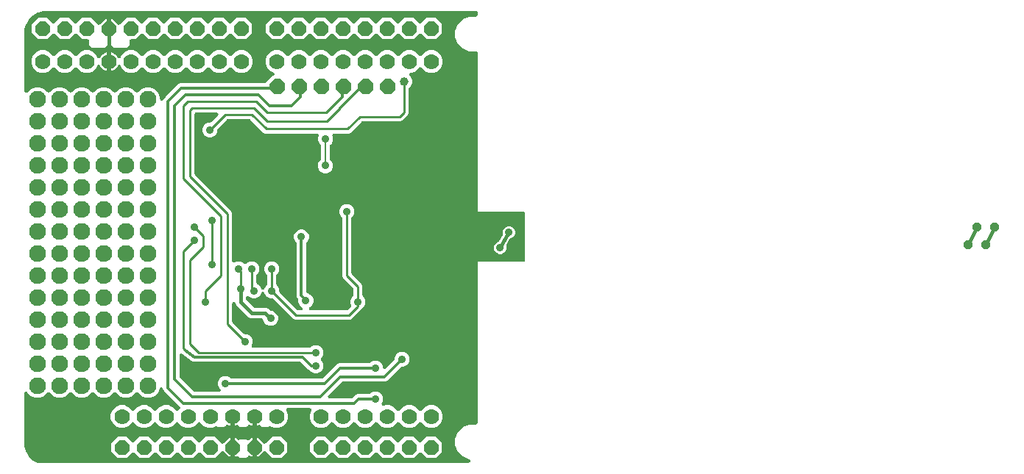
<source format=gbr>
G04 EAGLE Gerber RS-274X export*
G75*
%MOMM*%
%FSLAX34Y34*%
%LPD*%
%INBottom Copper*%
%IPPOS*%
%AMOC8*
5,1,8,0,0,1.08239X$1,22.5*%
G01*
%ADD10P,1.814519X8X22.500000*%
%ADD11C,1.778000*%
%ADD12P,1.924489X8X112.500000*%
%ADD13C,0.254000*%
%ADD14C,0.908000*%
%ADD15C,1.008000*%
%ADD16C,0.406400*%
%ADD17C,0.304800*%
%ADD18C,0.203200*%
%ADD19P,1.091049X8X22.500000*%
%ADD20C,1.930400*%

G36*
X515963Y7749D02*
X515963Y7749D01*
X515968Y7749D01*
X516162Y7769D01*
X516360Y7789D01*
X516364Y7790D01*
X516368Y7790D01*
X516554Y7848D01*
X516744Y7907D01*
X516748Y7909D01*
X516753Y7910D01*
X516924Y8004D01*
X517098Y8099D01*
X517102Y8101D01*
X517106Y8104D01*
X517257Y8231D01*
X517408Y8356D01*
X517410Y8360D01*
X517414Y8363D01*
X517537Y8517D01*
X517660Y8670D01*
X517662Y8674D01*
X517665Y8678D01*
X517754Y8852D01*
X517846Y9027D01*
X517847Y9032D01*
X517849Y9036D01*
X517902Y9223D01*
X517957Y9414D01*
X517957Y9419D01*
X517959Y9423D01*
X517973Y9616D01*
X517990Y9816D01*
X517989Y9820D01*
X517990Y9824D01*
X517966Y10017D01*
X517943Y10215D01*
X517942Y10220D01*
X517941Y10224D01*
X517881Y10405D01*
X517818Y10598D01*
X517816Y10602D01*
X517814Y10606D01*
X517718Y10775D01*
X517620Y10949D01*
X517617Y10952D01*
X517615Y10956D01*
X517485Y11105D01*
X517357Y11254D01*
X517354Y11256D01*
X517351Y11260D01*
X517194Y11380D01*
X517039Y11500D01*
X517035Y11502D01*
X517031Y11505D01*
X516736Y11657D01*
X509325Y14726D01*
X503676Y20375D01*
X500619Y27756D01*
X500619Y35744D01*
X503676Y43125D01*
X509325Y48774D01*
X516706Y51831D01*
X524360Y51831D01*
X524378Y51833D01*
X524396Y51831D01*
X524578Y51852D01*
X524761Y51871D01*
X524778Y51876D01*
X524795Y51878D01*
X524970Y51935D01*
X525146Y51989D01*
X525161Y51997D01*
X525178Y52003D01*
X525338Y52093D01*
X525500Y52181D01*
X525513Y52192D01*
X525529Y52201D01*
X525668Y52321D01*
X525809Y52438D01*
X525820Y52452D01*
X525834Y52464D01*
X525946Y52609D01*
X526061Y52752D01*
X526069Y52768D01*
X526080Y52782D01*
X526162Y52947D01*
X526247Y53109D01*
X526252Y53126D01*
X526260Y53142D01*
X526307Y53321D01*
X526358Y53496D01*
X526360Y53514D01*
X526364Y53531D01*
X526391Y53862D01*
X526391Y239269D01*
X578970Y239269D01*
X578988Y239271D01*
X579006Y239269D01*
X579188Y239290D01*
X579371Y239309D01*
X579388Y239314D01*
X579405Y239316D01*
X579580Y239373D01*
X579756Y239427D01*
X579771Y239435D01*
X579788Y239441D01*
X579948Y239531D01*
X580110Y239619D01*
X580123Y239630D01*
X580139Y239639D01*
X580278Y239759D01*
X580419Y239876D01*
X580430Y239890D01*
X580444Y239902D01*
X580556Y240047D01*
X580671Y240190D01*
X580679Y240206D01*
X580690Y240220D01*
X580772Y240385D01*
X580857Y240547D01*
X580862Y240564D01*
X580870Y240581D01*
X580917Y240759D01*
X580968Y240934D01*
X580970Y240952D01*
X580974Y240969D01*
X581001Y241300D01*
X581001Y294640D01*
X580999Y294658D01*
X581001Y294676D01*
X580980Y294858D01*
X580961Y295041D01*
X580956Y295058D01*
X580954Y295075D01*
X580897Y295250D01*
X580843Y295426D01*
X580835Y295441D01*
X580829Y295458D01*
X580739Y295618D01*
X580651Y295780D01*
X580640Y295793D01*
X580631Y295809D01*
X580511Y295948D01*
X580394Y296089D01*
X580380Y296100D01*
X580368Y296114D01*
X580223Y296226D01*
X580080Y296341D01*
X580064Y296349D01*
X580050Y296360D01*
X579885Y296442D01*
X579723Y296527D01*
X579706Y296532D01*
X579690Y296540D01*
X579511Y296587D01*
X579336Y296638D01*
X579318Y296640D01*
X579301Y296644D01*
X578970Y296671D01*
X526391Y296671D01*
X526391Y479538D01*
X526389Y479556D01*
X526391Y479574D01*
X526370Y479756D01*
X526351Y479939D01*
X526346Y479956D01*
X526344Y479973D01*
X526287Y480148D01*
X526233Y480324D01*
X526225Y480339D01*
X526219Y480356D01*
X526129Y480516D01*
X526041Y480678D01*
X526030Y480691D01*
X526021Y480707D01*
X525901Y480846D01*
X525784Y480987D01*
X525770Y480998D01*
X525758Y481012D01*
X525613Y481124D01*
X525470Y481239D01*
X525454Y481247D01*
X525440Y481258D01*
X525275Y481340D01*
X525113Y481425D01*
X525096Y481430D01*
X525080Y481438D01*
X524901Y481485D01*
X524726Y481536D01*
X524708Y481538D01*
X524691Y481542D01*
X524360Y481569D01*
X516706Y481569D01*
X509325Y484626D01*
X503676Y490275D01*
X500619Y497656D01*
X500619Y505644D01*
X503676Y513025D01*
X509325Y518674D01*
X516706Y521731D01*
X524360Y521731D01*
X524378Y521733D01*
X524396Y521731D01*
X524578Y521752D01*
X524761Y521771D01*
X524778Y521776D01*
X524795Y521778D01*
X524970Y521835D01*
X525146Y521889D01*
X525161Y521897D01*
X525178Y521903D01*
X525338Y521993D01*
X525500Y522081D01*
X525513Y522092D01*
X525529Y522101D01*
X525668Y522221D01*
X525809Y522338D01*
X525820Y522352D01*
X525834Y522364D01*
X525946Y522509D01*
X526061Y522652D01*
X526069Y522668D01*
X526080Y522682D01*
X526162Y522847D01*
X526247Y523009D01*
X526252Y523026D01*
X526260Y523042D01*
X526307Y523221D01*
X526358Y523396D01*
X526360Y523414D01*
X526364Y523431D01*
X526391Y523762D01*
X526391Y526288D01*
X526389Y526306D01*
X526391Y526324D01*
X526370Y526506D01*
X526351Y526689D01*
X526346Y526706D01*
X526344Y526723D01*
X526287Y526898D01*
X526233Y527074D01*
X526225Y527089D01*
X526219Y527106D01*
X526129Y527266D01*
X526041Y527428D01*
X526030Y527441D01*
X526021Y527457D01*
X525901Y527596D01*
X525784Y527737D01*
X525770Y527748D01*
X525758Y527762D01*
X525613Y527874D01*
X525470Y527989D01*
X525454Y527997D01*
X525440Y528008D01*
X525275Y528090D01*
X525113Y528175D01*
X525096Y528180D01*
X525080Y528188D01*
X524901Y528235D01*
X524726Y528286D01*
X524708Y528288D01*
X524691Y528292D01*
X524360Y528319D01*
X30000Y528319D01*
X29944Y528314D01*
X29867Y528315D01*
X26880Y528119D01*
X26847Y528114D01*
X26813Y528114D01*
X26487Y528054D01*
X20715Y526508D01*
X20622Y526473D01*
X20525Y526447D01*
X20413Y526394D01*
X20339Y526366D01*
X20292Y526337D01*
X20226Y526305D01*
X15051Y523317D01*
X14970Y523259D01*
X14883Y523209D01*
X14789Y523129D01*
X14724Y523083D01*
X14687Y523042D01*
X14630Y522995D01*
X10405Y518770D01*
X10342Y518692D01*
X10271Y518622D01*
X10201Y518520D01*
X10150Y518458D01*
X10125Y518410D01*
X10083Y518349D01*
X7095Y513174D01*
X7054Y513084D01*
X7004Y512997D01*
X6986Y512947D01*
X6968Y512911D01*
X6952Y512858D01*
X6929Y512808D01*
X6917Y512754D01*
X6892Y512685D01*
X5346Y506913D01*
X5340Y506880D01*
X5330Y506849D01*
X5281Y506520D01*
X5085Y503533D01*
X5087Y503476D01*
X5081Y503400D01*
X5081Y435783D01*
X5082Y435774D01*
X5081Y435765D01*
X5102Y435573D01*
X5121Y435382D01*
X5123Y435374D01*
X5124Y435365D01*
X5182Y435183D01*
X5239Y434997D01*
X5243Y434989D01*
X5246Y434981D01*
X5339Y434813D01*
X5431Y434643D01*
X5436Y434637D01*
X5441Y434629D01*
X5565Y434482D01*
X5688Y434334D01*
X5695Y434329D01*
X5701Y434322D01*
X5852Y434203D01*
X6002Y434082D01*
X6010Y434078D01*
X6017Y434072D01*
X6190Y433984D01*
X6359Y433896D01*
X6368Y433894D01*
X6376Y433890D01*
X6562Y433838D01*
X6746Y433785D01*
X6755Y433784D01*
X6764Y433782D01*
X6957Y433768D01*
X7148Y433752D01*
X7156Y433753D01*
X7165Y433752D01*
X7358Y433777D01*
X7547Y433799D01*
X7556Y433802D01*
X7565Y433803D01*
X7748Y433864D01*
X7930Y433924D01*
X7938Y433928D01*
X7946Y433931D01*
X8113Y434027D01*
X8281Y434122D01*
X8288Y434127D01*
X8295Y434132D01*
X8548Y434347D01*
X12550Y438348D01*
X17592Y440437D01*
X23048Y440437D01*
X28090Y438348D01*
X31584Y434855D01*
X31597Y434843D01*
X31609Y434830D01*
X31753Y434716D01*
X31895Y434600D01*
X31911Y434591D01*
X31925Y434580D01*
X32089Y434497D01*
X32251Y434411D01*
X32268Y434406D01*
X32284Y434398D01*
X32461Y434348D01*
X32637Y434296D01*
X32655Y434295D01*
X32672Y434290D01*
X32855Y434276D01*
X33038Y434260D01*
X33056Y434262D01*
X33073Y434260D01*
X33255Y434283D01*
X33438Y434303D01*
X33455Y434309D01*
X33473Y434311D01*
X33646Y434369D01*
X33822Y434425D01*
X33838Y434433D01*
X33854Y434439D01*
X34014Y434531D01*
X34174Y434620D01*
X34188Y434631D01*
X34203Y434640D01*
X34456Y434855D01*
X37950Y438348D01*
X42992Y440437D01*
X48448Y440437D01*
X53490Y438348D01*
X56984Y434855D01*
X56997Y434843D01*
X57009Y434830D01*
X57153Y434716D01*
X57295Y434600D01*
X57311Y434591D01*
X57325Y434580D01*
X57489Y434497D01*
X57651Y434411D01*
X57668Y434406D01*
X57684Y434398D01*
X57861Y434348D01*
X58037Y434296D01*
X58055Y434295D01*
X58072Y434290D01*
X58255Y434276D01*
X58438Y434260D01*
X58456Y434262D01*
X58473Y434260D01*
X58655Y434283D01*
X58838Y434303D01*
X58855Y434309D01*
X58873Y434311D01*
X59046Y434369D01*
X59222Y434425D01*
X59238Y434433D01*
X59254Y434439D01*
X59414Y434531D01*
X59574Y434620D01*
X59588Y434631D01*
X59603Y434640D01*
X59856Y434855D01*
X63350Y438348D01*
X68392Y440437D01*
X73848Y440437D01*
X78890Y438348D01*
X82384Y434855D01*
X82397Y434843D01*
X82409Y434830D01*
X82553Y434716D01*
X82695Y434600D01*
X82711Y434591D01*
X82725Y434580D01*
X82889Y434497D01*
X83051Y434411D01*
X83068Y434406D01*
X83084Y434398D01*
X83261Y434348D01*
X83437Y434296D01*
X83455Y434295D01*
X83472Y434290D01*
X83655Y434276D01*
X83838Y434260D01*
X83856Y434262D01*
X83873Y434260D01*
X84055Y434283D01*
X84238Y434303D01*
X84255Y434309D01*
X84273Y434311D01*
X84446Y434369D01*
X84622Y434425D01*
X84638Y434433D01*
X84654Y434439D01*
X84814Y434531D01*
X84974Y434620D01*
X84988Y434631D01*
X85003Y434640D01*
X85256Y434855D01*
X88750Y438348D01*
X93792Y440437D01*
X99248Y440437D01*
X104290Y438348D01*
X107784Y434855D01*
X107797Y434843D01*
X107809Y434830D01*
X107953Y434716D01*
X108095Y434600D01*
X108111Y434591D01*
X108125Y434580D01*
X108289Y434497D01*
X108451Y434411D01*
X108468Y434406D01*
X108484Y434398D01*
X108661Y434348D01*
X108837Y434296D01*
X108855Y434295D01*
X108872Y434290D01*
X109055Y434276D01*
X109238Y434260D01*
X109256Y434262D01*
X109273Y434260D01*
X109455Y434283D01*
X109638Y434303D01*
X109655Y434309D01*
X109673Y434311D01*
X109846Y434369D01*
X110022Y434425D01*
X110038Y434433D01*
X110054Y434439D01*
X110214Y434531D01*
X110374Y434620D01*
X110388Y434631D01*
X110403Y434640D01*
X110656Y434855D01*
X114150Y438348D01*
X119192Y440437D01*
X124648Y440437D01*
X129690Y438348D01*
X133184Y434855D01*
X133197Y434843D01*
X133209Y434830D01*
X133353Y434716D01*
X133495Y434600D01*
X133511Y434591D01*
X133525Y434580D01*
X133689Y434497D01*
X133851Y434411D01*
X133868Y434406D01*
X133884Y434398D01*
X134061Y434348D01*
X134237Y434296D01*
X134255Y434295D01*
X134272Y434290D01*
X134455Y434276D01*
X134638Y434260D01*
X134656Y434262D01*
X134673Y434260D01*
X134855Y434283D01*
X135038Y434303D01*
X135055Y434309D01*
X135073Y434311D01*
X135246Y434369D01*
X135422Y434425D01*
X135438Y434433D01*
X135454Y434439D01*
X135614Y434531D01*
X135774Y434620D01*
X135788Y434631D01*
X135803Y434640D01*
X136056Y434855D01*
X139550Y438348D01*
X144592Y440437D01*
X150048Y440437D01*
X155090Y438348D01*
X158948Y434490D01*
X161037Y429448D01*
X161037Y426922D01*
X161037Y426918D01*
X161037Y426913D01*
X161057Y426719D01*
X161077Y426521D01*
X161078Y426517D01*
X161078Y426513D01*
X161137Y426325D01*
X161195Y426137D01*
X161197Y426133D01*
X161198Y426128D01*
X161294Y425954D01*
X161387Y425782D01*
X161389Y425779D01*
X161392Y425775D01*
X161520Y425622D01*
X161644Y425473D01*
X161648Y425470D01*
X161651Y425467D01*
X161807Y425342D01*
X161958Y425221D01*
X161962Y425219D01*
X161965Y425216D01*
X162146Y425124D01*
X162315Y425035D01*
X162320Y425034D01*
X162324Y425032D01*
X162514Y424978D01*
X162702Y424924D01*
X162707Y424924D01*
X162711Y424922D01*
X162903Y424908D01*
X163104Y424891D01*
X163108Y424892D01*
X163112Y424891D01*
X163306Y424915D01*
X163503Y424938D01*
X163508Y424939D01*
X163512Y424940D01*
X163697Y425001D01*
X163886Y425063D01*
X163890Y425065D01*
X163894Y425066D01*
X164063Y425163D01*
X164237Y425261D01*
X164240Y425264D01*
X164244Y425266D01*
X164391Y425394D01*
X164541Y425524D01*
X164544Y425528D01*
X164548Y425530D01*
X164668Y425687D01*
X164788Y425842D01*
X164790Y425846D01*
X164793Y425850D01*
X164945Y426145D01*
X165442Y427346D01*
X167300Y429203D01*
X167300Y429204D01*
X180396Y442300D01*
X182254Y444158D01*
X184308Y445009D01*
X281067Y445009D01*
X281093Y445011D01*
X281120Y445009D01*
X281294Y445031D01*
X281467Y445049D01*
X281493Y445056D01*
X281519Y445060D01*
X281685Y445116D01*
X281852Y445167D01*
X281876Y445180D01*
X281901Y445188D01*
X282053Y445275D01*
X282206Y445359D01*
X282227Y445376D01*
X282250Y445389D01*
X282503Y445604D01*
X290544Y453645D01*
X290582Y453645D01*
X290586Y453645D01*
X290590Y453645D01*
X290784Y453665D01*
X290982Y453685D01*
X290987Y453686D01*
X290991Y453686D01*
X291177Y453744D01*
X291367Y453803D01*
X291371Y453805D01*
X291375Y453806D01*
X291547Y453900D01*
X291721Y453995D01*
X291725Y453997D01*
X291728Y454000D01*
X291878Y454125D01*
X292030Y454252D01*
X292033Y454256D01*
X292037Y454259D01*
X292160Y454413D01*
X292283Y454566D01*
X292285Y454570D01*
X292288Y454573D01*
X292377Y454748D01*
X292468Y454923D01*
X292469Y454928D01*
X292472Y454932D01*
X292525Y455119D01*
X292580Y455310D01*
X292580Y455315D01*
X292581Y455319D01*
X292596Y455512D01*
X292613Y455712D01*
X292612Y455716D01*
X292612Y455720D01*
X292589Y455912D01*
X292566Y456111D01*
X292564Y456116D01*
X292564Y456120D01*
X292504Y456300D01*
X292441Y456494D01*
X292439Y456498D01*
X292437Y456502D01*
X292341Y456671D01*
X292243Y456845D01*
X292240Y456848D01*
X292238Y456852D01*
X292106Y457003D01*
X291980Y457149D01*
X291976Y457152D01*
X291973Y457156D01*
X291817Y457276D01*
X291662Y457396D01*
X291658Y457398D01*
X291654Y457401D01*
X291359Y457553D01*
X288064Y458917D01*
X284419Y462562D01*
X282447Y467323D01*
X282447Y472477D01*
X284419Y477238D01*
X288064Y480883D01*
X292825Y482855D01*
X297979Y482855D01*
X302740Y480883D01*
X306666Y476957D01*
X306679Y476946D01*
X306691Y476932D01*
X306835Y476818D01*
X306977Y476702D01*
X306993Y476694D01*
X307007Y476683D01*
X307171Y476599D01*
X307333Y476513D01*
X307350Y476508D01*
X307366Y476500D01*
X307543Y476451D01*
X307719Y476399D01*
X307737Y476397D01*
X307754Y476392D01*
X307937Y476379D01*
X308120Y476362D01*
X308138Y476364D01*
X308155Y476363D01*
X308337Y476386D01*
X308520Y476406D01*
X308537Y476411D01*
X308555Y476413D01*
X308728Y476472D01*
X308904Y476527D01*
X308920Y476536D01*
X308936Y476541D01*
X309096Y476633D01*
X309256Y476722D01*
X309270Y476733D01*
X309285Y476742D01*
X309538Y476957D01*
X313464Y480883D01*
X318225Y482855D01*
X323379Y482855D01*
X328140Y480883D01*
X332066Y476957D01*
X332079Y476946D01*
X332091Y476932D01*
X332235Y476818D01*
X332377Y476702D01*
X332393Y476694D01*
X332407Y476683D01*
X332571Y476599D01*
X332733Y476513D01*
X332750Y476508D01*
X332766Y476500D01*
X332943Y476451D01*
X333119Y476399D01*
X333137Y476397D01*
X333154Y476392D01*
X333337Y476379D01*
X333520Y476362D01*
X333538Y476364D01*
X333555Y476363D01*
X333737Y476386D01*
X333920Y476406D01*
X333937Y476411D01*
X333955Y476413D01*
X334128Y476472D01*
X334304Y476527D01*
X334320Y476536D01*
X334336Y476541D01*
X334496Y476633D01*
X334656Y476722D01*
X334670Y476733D01*
X334685Y476742D01*
X334938Y476957D01*
X338864Y480883D01*
X343625Y482855D01*
X348779Y482855D01*
X353540Y480883D01*
X357466Y476957D01*
X357479Y476946D01*
X357491Y476932D01*
X357635Y476818D01*
X357777Y476702D01*
X357793Y476694D01*
X357807Y476683D01*
X357971Y476599D01*
X358133Y476513D01*
X358150Y476508D01*
X358166Y476500D01*
X358343Y476451D01*
X358519Y476399D01*
X358537Y476397D01*
X358554Y476392D01*
X358737Y476379D01*
X358920Y476362D01*
X358938Y476364D01*
X358955Y476363D01*
X359137Y476386D01*
X359320Y476406D01*
X359337Y476411D01*
X359355Y476413D01*
X359528Y476472D01*
X359704Y476527D01*
X359720Y476536D01*
X359736Y476541D01*
X359896Y476633D01*
X360056Y476722D01*
X360070Y476733D01*
X360085Y476742D01*
X360338Y476957D01*
X364264Y480883D01*
X369025Y482855D01*
X374179Y482855D01*
X378940Y480883D01*
X382866Y476957D01*
X382879Y476946D01*
X382891Y476932D01*
X383035Y476818D01*
X383177Y476702D01*
X383193Y476694D01*
X383207Y476683D01*
X383371Y476599D01*
X383533Y476513D01*
X383550Y476508D01*
X383566Y476500D01*
X383743Y476451D01*
X383919Y476399D01*
X383937Y476397D01*
X383954Y476392D01*
X384137Y476379D01*
X384320Y476362D01*
X384338Y476364D01*
X384355Y476363D01*
X384537Y476386D01*
X384720Y476406D01*
X384737Y476411D01*
X384755Y476413D01*
X384928Y476472D01*
X385104Y476527D01*
X385120Y476536D01*
X385136Y476541D01*
X385296Y476633D01*
X385456Y476722D01*
X385470Y476733D01*
X385485Y476742D01*
X385738Y476957D01*
X389664Y480883D01*
X394425Y482855D01*
X399579Y482855D01*
X404340Y480883D01*
X408266Y476957D01*
X408279Y476946D01*
X408291Y476932D01*
X408435Y476818D01*
X408577Y476702D01*
X408593Y476694D01*
X408607Y476683D01*
X408771Y476599D01*
X408933Y476513D01*
X408950Y476508D01*
X408966Y476500D01*
X409143Y476451D01*
X409319Y476399D01*
X409337Y476397D01*
X409354Y476392D01*
X409537Y476379D01*
X409720Y476362D01*
X409738Y476364D01*
X409755Y476363D01*
X409937Y476386D01*
X410120Y476406D01*
X410137Y476411D01*
X410155Y476413D01*
X410328Y476472D01*
X410504Y476527D01*
X410520Y476536D01*
X410536Y476541D01*
X410696Y476633D01*
X410856Y476722D01*
X410870Y476733D01*
X410885Y476742D01*
X411138Y476957D01*
X415064Y480883D01*
X419825Y482855D01*
X424979Y482855D01*
X429740Y480883D01*
X433666Y476957D01*
X433679Y476946D01*
X433691Y476932D01*
X433835Y476818D01*
X433977Y476702D01*
X433993Y476694D01*
X434007Y476683D01*
X434171Y476599D01*
X434333Y476513D01*
X434350Y476508D01*
X434366Y476500D01*
X434543Y476451D01*
X434719Y476399D01*
X434737Y476397D01*
X434754Y476392D01*
X434937Y476379D01*
X435120Y476362D01*
X435138Y476364D01*
X435155Y476363D01*
X435337Y476386D01*
X435520Y476406D01*
X435537Y476411D01*
X435555Y476413D01*
X435728Y476472D01*
X435904Y476527D01*
X435920Y476536D01*
X435936Y476541D01*
X436096Y476633D01*
X436256Y476722D01*
X436270Y476733D01*
X436285Y476742D01*
X436538Y476957D01*
X440464Y480883D01*
X445225Y482855D01*
X450379Y482855D01*
X455140Y480883D01*
X459066Y476957D01*
X459080Y476946D01*
X459091Y476932D01*
X459235Y476819D01*
X459377Y476702D01*
X459393Y476694D01*
X459407Y476683D01*
X459571Y476599D01*
X459733Y476513D01*
X459750Y476508D01*
X459766Y476500D01*
X459943Y476451D01*
X460119Y476399D01*
X460137Y476397D01*
X460154Y476392D01*
X460337Y476379D01*
X460520Y476362D01*
X460538Y476364D01*
X460555Y476363D01*
X460737Y476386D01*
X460920Y476406D01*
X460937Y476411D01*
X460955Y476413D01*
X461129Y476472D01*
X461304Y476527D01*
X461320Y476536D01*
X461336Y476541D01*
X461496Y476633D01*
X461656Y476722D01*
X461670Y476733D01*
X461685Y476742D01*
X461938Y476957D01*
X465864Y480883D01*
X470625Y482855D01*
X475779Y482855D01*
X480540Y480883D01*
X484185Y477238D01*
X486157Y472477D01*
X486157Y467323D01*
X484185Y462562D01*
X480540Y458917D01*
X475779Y456945D01*
X470625Y456945D01*
X465864Y458917D01*
X461938Y462843D01*
X461925Y462854D01*
X461913Y462868D01*
X461769Y462982D01*
X461627Y463098D01*
X461611Y463106D01*
X461597Y463117D01*
X461433Y463201D01*
X461271Y463287D01*
X461254Y463292D01*
X461238Y463300D01*
X461061Y463349D01*
X460885Y463401D01*
X460867Y463403D01*
X460850Y463408D01*
X460667Y463421D01*
X460484Y463438D01*
X460466Y463436D01*
X460449Y463437D01*
X460267Y463414D01*
X460084Y463394D01*
X460067Y463389D01*
X460049Y463387D01*
X459876Y463328D01*
X459700Y463273D01*
X459684Y463264D01*
X459668Y463259D01*
X459508Y463167D01*
X459348Y463078D01*
X459334Y463067D01*
X459319Y463058D01*
X459066Y462843D01*
X455140Y458917D01*
X450379Y456945D01*
X449835Y456945D01*
X449826Y456944D01*
X449817Y456945D01*
X449625Y456924D01*
X449434Y456905D01*
X449425Y456903D01*
X449417Y456902D01*
X449234Y456844D01*
X449049Y456787D01*
X449041Y456783D01*
X449033Y456780D01*
X448864Y456687D01*
X448695Y456595D01*
X448688Y456590D01*
X448680Y456585D01*
X448533Y456460D01*
X448386Y456338D01*
X448380Y456331D01*
X448373Y456325D01*
X448253Y456173D01*
X448133Y456024D01*
X448129Y456016D01*
X448124Y456009D01*
X448036Y455836D01*
X447948Y455667D01*
X447946Y455658D01*
X447941Y455650D01*
X447889Y455463D01*
X447837Y455280D01*
X447836Y455271D01*
X447833Y455262D01*
X447819Y455070D01*
X447804Y454878D01*
X447805Y454870D01*
X447804Y454861D01*
X447828Y454668D01*
X447851Y454479D01*
X447853Y454470D01*
X447854Y454461D01*
X447916Y454278D01*
X447975Y454096D01*
X447980Y454088D01*
X447983Y454080D01*
X448078Y453914D01*
X448173Y453745D01*
X448179Y453738D01*
X448184Y453731D01*
X448398Y453478D01*
X449679Y452197D01*
X451065Y448851D01*
X451065Y445229D01*
X449679Y441883D01*
X447890Y440094D01*
X447873Y440073D01*
X447852Y440055D01*
X447745Y439917D01*
X447635Y439782D01*
X447622Y439758D01*
X447606Y439737D01*
X447528Y439580D01*
X447446Y439426D01*
X447438Y439401D01*
X447426Y439377D01*
X447381Y439207D01*
X447331Y439040D01*
X447329Y439014D01*
X447322Y438988D01*
X447295Y438657D01*
X447295Y410419D01*
X446483Y408458D01*
X439902Y401877D01*
X439361Y401653D01*
X437941Y401065D01*
X394211Y401065D01*
X394185Y401063D01*
X394158Y401065D01*
X393984Y401043D01*
X393810Y401025D01*
X393785Y401018D01*
X393758Y401014D01*
X393593Y400959D01*
X393426Y400907D01*
X393402Y400894D01*
X393377Y400886D01*
X393225Y400799D01*
X393072Y400715D01*
X393051Y400698D01*
X393028Y400685D01*
X392775Y400470D01*
X381848Y389544D01*
X380062Y387757D01*
X379282Y387434D01*
X378101Y386945D01*
X361307Y386945D01*
X361294Y386944D01*
X361281Y386945D01*
X361095Y386924D01*
X360907Y386905D01*
X360894Y386901D01*
X360881Y386900D01*
X360701Y386842D01*
X360522Y386787D01*
X360510Y386781D01*
X360497Y386777D01*
X360333Y386685D01*
X360168Y386595D01*
X360158Y386587D01*
X360146Y386580D01*
X360003Y386458D01*
X359859Y386338D01*
X359850Y386327D01*
X359840Y386319D01*
X359724Y386171D01*
X359606Y386024D01*
X359600Y386012D01*
X359592Y386002D01*
X359507Y385833D01*
X359421Y385667D01*
X359417Y385654D01*
X359411Y385642D01*
X359361Y385461D01*
X359309Y385280D01*
X359308Y385266D01*
X359305Y385253D01*
X359292Y385065D01*
X359276Y384878D01*
X359278Y384865D01*
X359277Y384852D01*
X359302Y384664D01*
X359323Y384479D01*
X359327Y384466D01*
X359329Y384453D01*
X359431Y384137D01*
X360071Y382592D01*
X360071Y379168D01*
X358761Y376006D01*
X356888Y374133D01*
X356871Y374112D01*
X356850Y374095D01*
X356743Y373957D01*
X356633Y373821D01*
X356620Y373798D01*
X356604Y373776D01*
X356526Y373620D01*
X356444Y373466D01*
X356436Y373440D01*
X356424Y373416D01*
X356379Y373247D01*
X356329Y373080D01*
X356327Y373053D01*
X356320Y373027D01*
X356293Y372696D01*
X356293Y357862D01*
X356295Y357835D01*
X356293Y357808D01*
X356315Y357634D01*
X356333Y357461D01*
X356340Y357435D01*
X356344Y357409D01*
X356399Y357243D01*
X356451Y357076D01*
X356464Y357052D01*
X356472Y357027D01*
X356559Y356875D01*
X356643Y356722D01*
X356660Y356702D01*
X356673Y356678D01*
X356888Y356425D01*
X358507Y354806D01*
X359817Y351644D01*
X359817Y348220D01*
X358507Y345058D01*
X356086Y342637D01*
X352924Y341327D01*
X349500Y341327D01*
X346338Y342637D01*
X343917Y345058D01*
X342607Y348220D01*
X342607Y351644D01*
X343917Y354806D01*
X345536Y356425D01*
X345553Y356446D01*
X345574Y356463D01*
X345681Y356601D01*
X345791Y356737D01*
X345804Y356760D01*
X345820Y356782D01*
X345898Y356938D01*
X345980Y357092D01*
X345988Y357118D01*
X346000Y357142D01*
X346045Y357311D01*
X346095Y357478D01*
X346097Y357505D01*
X346104Y357531D01*
X346131Y357862D01*
X346131Y373204D01*
X346129Y373231D01*
X346131Y373258D01*
X346109Y373432D01*
X346091Y373605D01*
X346084Y373631D01*
X346080Y373657D01*
X346025Y373823D01*
X345973Y373990D01*
X345960Y374014D01*
X345952Y374039D01*
X345865Y374191D01*
X345781Y374344D01*
X345764Y374364D01*
X345751Y374388D01*
X345536Y374641D01*
X344171Y376006D01*
X342861Y379168D01*
X342861Y382592D01*
X343501Y384137D01*
X343505Y384150D01*
X343511Y384161D01*
X343563Y384341D01*
X343618Y384522D01*
X343619Y384535D01*
X343623Y384548D01*
X343638Y384736D01*
X343656Y384923D01*
X343654Y384936D01*
X343656Y384950D01*
X343634Y385137D01*
X343614Y385323D01*
X343610Y385336D01*
X343609Y385349D01*
X343550Y385529D01*
X343494Y385708D01*
X343488Y385719D01*
X343484Y385732D01*
X343391Y385897D01*
X343301Y386061D01*
X343293Y386071D01*
X343286Y386083D01*
X343163Y386225D01*
X343042Y386369D01*
X343031Y386377D01*
X343023Y386388D01*
X342874Y386503D01*
X342727Y386620D01*
X342715Y386626D01*
X342705Y386634D01*
X342536Y386718D01*
X342369Y386804D01*
X342356Y386808D01*
X342344Y386814D01*
X342161Y386863D01*
X341982Y386914D01*
X341968Y386915D01*
X341955Y386918D01*
X341625Y386945D01*
X282299Y386945D01*
X280338Y387757D01*
X265085Y403010D01*
X265064Y403027D01*
X265047Y403048D01*
X264909Y403155D01*
X264774Y403265D01*
X264750Y403278D01*
X264729Y403294D01*
X264572Y403372D01*
X264418Y403454D01*
X264392Y403462D01*
X264368Y403474D01*
X264199Y403519D01*
X264032Y403569D01*
X264005Y403571D01*
X263980Y403578D01*
X263649Y403605D01*
X239271Y403605D01*
X239245Y403603D01*
X239218Y403605D01*
X239044Y403583D01*
X238870Y403565D01*
X238845Y403558D01*
X238818Y403554D01*
X238653Y403499D01*
X238486Y403447D01*
X238462Y403434D01*
X238437Y403426D01*
X238285Y403339D01*
X238132Y403255D01*
X238111Y403238D01*
X238088Y403225D01*
X237835Y403010D01*
X227640Y392815D01*
X227623Y392794D01*
X227602Y392777D01*
X227495Y392639D01*
X227385Y392504D01*
X227372Y392480D01*
X227356Y392459D01*
X227278Y392302D01*
X227196Y392148D01*
X227188Y392122D01*
X227176Y392098D01*
X227131Y391929D01*
X227081Y391762D01*
X227079Y391735D01*
X227072Y391710D01*
X227045Y391379D01*
X227045Y389448D01*
X225735Y386286D01*
X223314Y383865D01*
X220152Y382555D01*
X216728Y382555D01*
X213566Y383865D01*
X211145Y386286D01*
X209835Y389448D01*
X209835Y392872D01*
X211145Y396034D01*
X213566Y398455D01*
X216728Y399765D01*
X218659Y399765D01*
X218685Y399767D01*
X218712Y399765D01*
X218886Y399787D01*
X219060Y399805D01*
X219085Y399812D01*
X219112Y399816D01*
X219277Y399871D01*
X219444Y399923D01*
X219468Y399936D01*
X219493Y399944D01*
X219645Y400031D01*
X219798Y400115D01*
X219819Y400132D01*
X219842Y400145D01*
X220095Y400360D01*
X227493Y407758D01*
X227499Y407765D01*
X227506Y407770D01*
X227626Y407920D01*
X227748Y408069D01*
X227753Y408077D01*
X227758Y408084D01*
X227847Y408254D01*
X227937Y408425D01*
X227940Y408434D01*
X227944Y408441D01*
X227997Y408626D01*
X228052Y408811D01*
X228053Y408820D01*
X228055Y408828D01*
X228071Y409018D01*
X228088Y409212D01*
X228087Y409221D01*
X228088Y409230D01*
X228066Y409419D01*
X228045Y409612D01*
X228042Y409621D01*
X228041Y409629D01*
X227982Y409811D01*
X227923Y409996D01*
X227919Y410004D01*
X227916Y410012D01*
X227821Y410181D01*
X227728Y410348D01*
X227723Y410355D01*
X227718Y410363D01*
X227592Y410509D01*
X227468Y410655D01*
X227461Y410661D01*
X227455Y410668D01*
X227304Y410785D01*
X227152Y410905D01*
X227144Y410909D01*
X227137Y410914D01*
X226965Y411000D01*
X226793Y411087D01*
X226784Y411090D01*
X226776Y411094D01*
X226590Y411144D01*
X226405Y411195D01*
X226396Y411196D01*
X226388Y411198D01*
X226057Y411225D01*
X202946Y411225D01*
X202928Y411223D01*
X202910Y411225D01*
X202728Y411204D01*
X202545Y411185D01*
X202528Y411180D01*
X202511Y411178D01*
X202336Y411121D01*
X202160Y411067D01*
X202145Y411059D01*
X202128Y411053D01*
X201968Y410963D01*
X201806Y410875D01*
X201793Y410864D01*
X201777Y410855D01*
X201638Y410735D01*
X201497Y410618D01*
X201486Y410604D01*
X201472Y410592D01*
X201360Y410447D01*
X201245Y410304D01*
X201237Y410288D01*
X201226Y410274D01*
X201144Y410109D01*
X201059Y409947D01*
X201054Y409930D01*
X201046Y409914D01*
X200999Y409735D01*
X200948Y409560D01*
X200946Y409542D01*
X200942Y409525D01*
X200915Y409194D01*
X200915Y340871D01*
X200916Y340855D01*
X200915Y340838D01*
X200916Y340828D01*
X200915Y340818D01*
X200937Y340644D01*
X200955Y340470D01*
X200960Y340452D01*
X200962Y340438D01*
X200964Y340432D01*
X200966Y340418D01*
X201021Y340253D01*
X201073Y340086D01*
X201083Y340066D01*
X201087Y340056D01*
X201089Y340052D01*
X201094Y340037D01*
X201181Y339885D01*
X201265Y339732D01*
X201280Y339712D01*
X201285Y339705D01*
X201286Y339703D01*
X201295Y339688D01*
X201510Y339435D01*
X243283Y297662D01*
X244095Y295701D01*
X244095Y240443D01*
X244096Y240430D01*
X244095Y240416D01*
X244116Y240230D01*
X244135Y240042D01*
X244139Y240029D01*
X244140Y240016D01*
X244198Y239837D01*
X244253Y239657D01*
X244259Y239646D01*
X244263Y239633D01*
X244355Y239469D01*
X244445Y239303D01*
X244453Y239293D01*
X244460Y239281D01*
X244582Y239138D01*
X244702Y238994D01*
X244713Y238986D01*
X244721Y238976D01*
X244870Y238859D01*
X245016Y238742D01*
X245028Y238736D01*
X245038Y238727D01*
X245207Y238643D01*
X245373Y238556D01*
X245386Y238553D01*
X245398Y238547D01*
X245580Y238497D01*
X245760Y238445D01*
X245774Y238444D01*
X245787Y238440D01*
X245975Y238427D01*
X246162Y238412D01*
X246175Y238414D01*
X246188Y238413D01*
X246376Y238437D01*
X246561Y238459D01*
X246574Y238463D01*
X246587Y238465D01*
X246903Y238566D01*
X249083Y239469D01*
X249748Y239745D01*
X253172Y239745D01*
X256334Y238435D01*
X257644Y237125D01*
X257657Y237114D01*
X257669Y237100D01*
X257814Y236986D01*
X257955Y236870D01*
X257971Y236862D01*
X257985Y236851D01*
X258149Y236767D01*
X258311Y236682D01*
X258328Y236676D01*
X258344Y236668D01*
X258521Y236619D01*
X258697Y236567D01*
X258715Y236565D01*
X258732Y236560D01*
X258915Y236547D01*
X259098Y236530D01*
X259116Y236532D01*
X259133Y236531D01*
X259315Y236554D01*
X259498Y236574D01*
X259515Y236579D01*
X259533Y236581D01*
X259706Y236640D01*
X259882Y236695D01*
X259898Y236704D01*
X259914Y236710D01*
X260073Y236801D01*
X260234Y236890D01*
X260248Y236902D01*
X260263Y236911D01*
X260516Y237125D01*
X261826Y238435D01*
X264988Y239745D01*
X268412Y239745D01*
X271574Y238435D01*
X273995Y236014D01*
X275305Y232852D01*
X275305Y229428D01*
X273995Y226266D01*
X272630Y224901D01*
X272613Y224880D01*
X272592Y224863D01*
X272485Y224725D01*
X272375Y224589D01*
X272362Y224566D01*
X272346Y224544D01*
X272268Y224387D01*
X272186Y224234D01*
X272178Y224208D01*
X272166Y224184D01*
X272121Y224015D01*
X272071Y223848D01*
X272069Y223821D01*
X272062Y223795D01*
X272035Y223464D01*
X272035Y215253D01*
X272037Y215231D01*
X272035Y215209D01*
X272057Y215032D01*
X272075Y214853D01*
X272081Y214831D01*
X272084Y214809D01*
X272140Y214639D01*
X272193Y214468D01*
X272203Y214448D01*
X272210Y214427D01*
X272299Y214271D01*
X272385Y214114D01*
X272399Y214097D01*
X272410Y214077D01*
X272528Y213942D01*
X272642Y213805D01*
X272660Y213791D01*
X272674Y213774D01*
X272816Y213664D01*
X272956Y213552D01*
X272976Y213542D01*
X272994Y213528D01*
X273289Y213377D01*
X274114Y213035D01*
X276535Y210614D01*
X277523Y208227D01*
X277528Y208220D01*
X277530Y208211D01*
X277622Y208043D01*
X277714Y207873D01*
X277719Y207866D01*
X277724Y207858D01*
X277847Y207711D01*
X277970Y207562D01*
X277977Y207557D01*
X277983Y207550D01*
X278133Y207430D01*
X278283Y207308D01*
X278291Y207304D01*
X278297Y207299D01*
X278468Y207211D01*
X278639Y207121D01*
X278648Y207119D01*
X278656Y207115D01*
X278839Y207063D01*
X279025Y207008D01*
X279035Y207008D01*
X279043Y207005D01*
X279234Y206990D01*
X279427Y206974D01*
X279436Y206975D01*
X279444Y206974D01*
X279634Y206997D01*
X279827Y207019D01*
X279835Y207022D01*
X279844Y207023D01*
X280026Y207083D01*
X280210Y207142D01*
X280218Y207146D01*
X280226Y207149D01*
X280394Y207245D01*
X280561Y207338D01*
X280568Y207344D01*
X280576Y207349D01*
X280721Y207475D01*
X280867Y207600D01*
X280873Y207607D01*
X280880Y207613D01*
X280997Y207765D01*
X281116Y207917D01*
X281120Y207925D01*
X281125Y207932D01*
X281277Y208227D01*
X282265Y210614D01*
X283630Y211979D01*
X283647Y212000D01*
X283668Y212017D01*
X283775Y212155D01*
X283885Y212291D01*
X283898Y212314D01*
X283914Y212336D01*
X283992Y212492D01*
X284074Y212646D01*
X284082Y212672D01*
X284094Y212696D01*
X284139Y212865D01*
X284189Y213032D01*
X284191Y213059D01*
X284198Y213085D01*
X284225Y213416D01*
X284225Y223464D01*
X284223Y223491D01*
X284225Y223518D01*
X284203Y223692D01*
X284185Y223865D01*
X284178Y223891D01*
X284174Y223917D01*
X284119Y224083D01*
X284067Y224250D01*
X284054Y224274D01*
X284046Y224299D01*
X283959Y224451D01*
X283875Y224604D01*
X283858Y224624D01*
X283845Y224648D01*
X283630Y224901D01*
X282265Y226266D01*
X280955Y229428D01*
X280955Y232852D01*
X282265Y236014D01*
X284686Y238435D01*
X287848Y239745D01*
X291272Y239745D01*
X294434Y238435D01*
X296855Y236014D01*
X298165Y232852D01*
X298165Y229428D01*
X296855Y226266D01*
X295490Y224901D01*
X295473Y224880D01*
X295452Y224863D01*
X295345Y224725D01*
X295235Y224589D01*
X295222Y224566D01*
X295206Y224544D01*
X295128Y224387D01*
X295046Y224234D01*
X295038Y224208D01*
X295026Y224184D01*
X294981Y224015D01*
X294931Y223848D01*
X294929Y223821D01*
X294922Y223795D01*
X294895Y223464D01*
X294895Y213416D01*
X294897Y213389D01*
X294895Y213362D01*
X294917Y213188D01*
X294935Y213015D01*
X294942Y212989D01*
X294946Y212963D01*
X295001Y212797D01*
X295053Y212630D01*
X295066Y212606D01*
X295074Y212581D01*
X295161Y212429D01*
X295245Y212276D01*
X295262Y212256D01*
X295275Y212232D01*
X295490Y211979D01*
X296855Y210614D01*
X298165Y207452D01*
X298165Y205521D01*
X298167Y205495D01*
X298165Y205468D01*
X298187Y205294D01*
X298205Y205120D01*
X298212Y205095D01*
X298216Y205068D01*
X298272Y204902D01*
X298323Y204736D01*
X298336Y204712D01*
X298344Y204687D01*
X298431Y204535D01*
X298515Y204382D01*
X298532Y204361D01*
X298545Y204338D01*
X298760Y204085D01*
X319115Y183730D01*
X319136Y183713D01*
X319153Y183692D01*
X319291Y183585D01*
X319426Y183475D01*
X319450Y183462D01*
X319471Y183446D01*
X319628Y183368D01*
X319782Y183286D01*
X319808Y183278D01*
X319832Y183266D01*
X320001Y183221D01*
X320168Y183171D01*
X320195Y183169D01*
X320220Y183162D01*
X320551Y183135D01*
X323159Y183135D01*
X323164Y183135D01*
X323168Y183135D01*
X323364Y183155D01*
X323560Y183175D01*
X323564Y183176D01*
X323569Y183176D01*
X323758Y183236D01*
X323945Y183293D01*
X323949Y183295D01*
X323953Y183296D01*
X324125Y183391D01*
X324299Y183485D01*
X324302Y183487D01*
X324306Y183490D01*
X324458Y183617D01*
X324608Y183742D01*
X324611Y183746D01*
X324614Y183749D01*
X324737Y183903D01*
X324860Y184056D01*
X324862Y184060D01*
X324865Y184064D01*
X324956Y184241D01*
X325046Y184413D01*
X325047Y184418D01*
X325049Y184422D01*
X325103Y184613D01*
X325157Y184800D01*
X325157Y184805D01*
X325159Y184809D01*
X325174Y185002D01*
X325190Y185202D01*
X325189Y185206D01*
X325190Y185211D01*
X325166Y185407D01*
X325143Y185601D01*
X325142Y185606D01*
X325141Y185610D01*
X325079Y185798D01*
X325018Y185984D01*
X325016Y185988D01*
X325015Y185992D01*
X324917Y186164D01*
X324820Y186335D01*
X324817Y186338D01*
X324815Y186342D01*
X324686Y186490D01*
X324557Y186639D01*
X324554Y186642D01*
X324551Y186646D01*
X324396Y186765D01*
X324239Y186886D01*
X324235Y186888D01*
X324231Y186891D01*
X323936Y187043D01*
X323906Y187055D01*
X321485Y189476D01*
X320175Y192638D01*
X320175Y195440D01*
X320173Y195466D01*
X320175Y195493D01*
X320153Y195667D01*
X320135Y195840D01*
X320128Y195866D01*
X320124Y195892D01*
X320069Y196058D01*
X320017Y196225D01*
X320004Y196249D01*
X319996Y196274D01*
X319909Y196426D01*
X319825Y196579D01*
X319808Y196600D01*
X319795Y196623D01*
X319580Y196876D01*
X318962Y197494D01*
X318111Y199548D01*
X318111Y260548D01*
X318109Y260575D01*
X318111Y260602D01*
X318089Y260776D01*
X318071Y260949D01*
X318064Y260975D01*
X318060Y261001D01*
X318005Y261167D01*
X317953Y261334D01*
X317940Y261358D01*
X317932Y261383D01*
X317845Y261535D01*
X317761Y261688D01*
X317744Y261708D01*
X317731Y261732D01*
X317516Y261985D01*
X316405Y263096D01*
X315095Y266258D01*
X315095Y269682D01*
X316405Y272844D01*
X318826Y275265D01*
X320677Y276032D01*
X320678Y276032D01*
X321988Y276575D01*
X325412Y276575D01*
X328574Y275265D01*
X330995Y272844D01*
X332305Y269682D01*
X332305Y266258D01*
X330995Y263096D01*
X329884Y261985D01*
X329867Y261964D01*
X329846Y261947D01*
X329739Y261809D01*
X329629Y261673D01*
X329616Y261650D01*
X329600Y261628D01*
X329522Y261472D01*
X329440Y261318D01*
X329432Y261292D01*
X329420Y261268D01*
X329375Y261099D01*
X329325Y260932D01*
X329323Y260905D01*
X329316Y260879D01*
X329289Y260548D01*
X329289Y204810D01*
X329291Y204788D01*
X329289Y204766D01*
X329311Y204588D01*
X329329Y204410D01*
X329335Y204388D01*
X329338Y204366D01*
X329394Y204197D01*
X329447Y204025D01*
X329457Y204005D01*
X329464Y203984D01*
X329553Y203829D01*
X329639Y203671D01*
X329653Y203654D01*
X329664Y203634D01*
X329782Y203499D01*
X329896Y203361D01*
X329914Y203347D01*
X329928Y203331D01*
X330070Y203221D01*
X330210Y203109D01*
X330230Y203099D01*
X330248Y203085D01*
X330543Y202934D01*
X333654Y201645D01*
X336075Y199224D01*
X337385Y196062D01*
X337385Y192638D01*
X336075Y189476D01*
X333654Y187055D01*
X333624Y187043D01*
X333620Y187041D01*
X333615Y187039D01*
X333445Y186947D01*
X333269Y186853D01*
X333265Y186850D01*
X333261Y186847D01*
X333112Y186723D01*
X332958Y186596D01*
X332956Y186593D01*
X332952Y186590D01*
X332828Y186436D01*
X332705Y186283D01*
X332703Y186279D01*
X332700Y186276D01*
X332610Y186102D01*
X332518Y185927D01*
X332516Y185923D01*
X332514Y185919D01*
X332460Y185728D01*
X332405Y185541D01*
X332404Y185536D01*
X332403Y185532D01*
X332386Y185330D01*
X332370Y185139D01*
X332370Y185135D01*
X332370Y185130D01*
X332393Y184933D01*
X332415Y184739D01*
X332416Y184735D01*
X332417Y184731D01*
X332478Y184542D01*
X332538Y184356D01*
X332540Y184352D01*
X332542Y184348D01*
X332640Y184173D01*
X332735Y184005D01*
X332737Y184001D01*
X332740Y183997D01*
X332869Y183848D01*
X332996Y183699D01*
X333000Y183696D01*
X333003Y183692D01*
X333157Y183573D01*
X333313Y183450D01*
X333317Y183448D01*
X333321Y183446D01*
X333498Y183358D01*
X333673Y183270D01*
X333677Y183268D01*
X333681Y183266D01*
X333875Y183214D01*
X334061Y183163D01*
X334066Y183163D01*
X334070Y183162D01*
X334401Y183135D01*
X375409Y183135D01*
X375435Y183137D01*
X375462Y183135D01*
X375636Y183157D01*
X375810Y183175D01*
X375835Y183182D01*
X375862Y183186D01*
X376027Y183241D01*
X376194Y183293D01*
X376218Y183306D01*
X376243Y183314D01*
X376394Y183401D01*
X376548Y183485D01*
X376569Y183502D01*
X376592Y183515D01*
X376845Y183730D01*
X380353Y187237D01*
X380367Y187254D01*
X380384Y187269D01*
X380494Y187410D01*
X380608Y187549D01*
X380618Y187568D01*
X380632Y187586D01*
X380713Y187746D01*
X380796Y187904D01*
X380803Y187926D01*
X380813Y187946D01*
X380860Y188119D01*
X380911Y188290D01*
X380913Y188312D01*
X380919Y188334D01*
X380931Y188513D01*
X380948Y188691D01*
X380945Y188713D01*
X380947Y188736D01*
X380923Y188913D01*
X380904Y189091D01*
X380897Y189113D01*
X380895Y189135D01*
X380793Y189451D01*
X380015Y191328D01*
X380015Y194752D01*
X381325Y197914D01*
X382690Y199279D01*
X382701Y199292D01*
X382703Y199294D01*
X382709Y199301D01*
X382728Y199317D01*
X382835Y199455D01*
X382945Y199591D01*
X382953Y199604D01*
X382955Y199608D01*
X382960Y199618D01*
X382974Y199636D01*
X383052Y199792D01*
X383134Y199946D01*
X383138Y199959D01*
X383141Y199965D01*
X383144Y199977D01*
X383154Y199996D01*
X383199Y200165D01*
X383249Y200332D01*
X383250Y200344D01*
X383252Y200352D01*
X383253Y200367D01*
X383258Y200385D01*
X383285Y200716D01*
X383285Y207769D01*
X383283Y207795D01*
X383285Y207822D01*
X383263Y207996D01*
X383245Y208170D01*
X383238Y208195D01*
X383234Y208222D01*
X383179Y208387D01*
X383127Y208554D01*
X383114Y208578D01*
X383106Y208603D01*
X383019Y208755D01*
X382935Y208908D01*
X382918Y208929D01*
X382905Y208952D01*
X382690Y209205D01*
X371397Y220498D01*
X370585Y222459D01*
X370585Y289504D01*
X370583Y289531D01*
X370585Y289558D01*
X370563Y289732D01*
X370545Y289905D01*
X370538Y289931D01*
X370534Y289957D01*
X370479Y290123D01*
X370427Y290290D01*
X370414Y290314D01*
X370406Y290339D01*
X370319Y290491D01*
X370235Y290644D01*
X370218Y290664D01*
X370205Y290688D01*
X369990Y290941D01*
X368625Y292306D01*
X367315Y295468D01*
X367315Y298892D01*
X368625Y302054D01*
X371046Y304475D01*
X374208Y305785D01*
X377632Y305785D01*
X380794Y304475D01*
X383215Y302054D01*
X384525Y298892D01*
X384525Y295468D01*
X383215Y292306D01*
X381850Y290941D01*
X381833Y290920D01*
X381812Y290903D01*
X381705Y290765D01*
X381595Y290629D01*
X381582Y290606D01*
X381566Y290584D01*
X381488Y290427D01*
X381406Y290274D01*
X381398Y290248D01*
X381386Y290224D01*
X381341Y290055D01*
X381291Y289888D01*
X381289Y289861D01*
X381282Y289835D01*
X381255Y289504D01*
X381255Y226571D01*
X381257Y226545D01*
X381255Y226518D01*
X381277Y226344D01*
X381295Y226170D01*
X381302Y226145D01*
X381306Y226118D01*
X381361Y225953D01*
X381413Y225786D01*
X381426Y225762D01*
X381434Y225737D01*
X381521Y225585D01*
X381605Y225432D01*
X381622Y225411D01*
X381635Y225388D01*
X381850Y225135D01*
X393143Y213842D01*
X393955Y211881D01*
X393955Y200716D01*
X393956Y200699D01*
X393955Y200682D01*
X393956Y200672D01*
X393955Y200662D01*
X393977Y200488D01*
X393995Y200315D01*
X394000Y200297D01*
X394002Y200282D01*
X394004Y200275D01*
X394006Y200263D01*
X394061Y200097D01*
X394113Y199930D01*
X394123Y199911D01*
X394127Y199899D01*
X394130Y199894D01*
X394134Y199881D01*
X394221Y199729D01*
X394305Y199576D01*
X394319Y199558D01*
X394325Y199549D01*
X394327Y199546D01*
X394335Y199532D01*
X394550Y199279D01*
X395915Y197914D01*
X397225Y194752D01*
X397225Y191328D01*
X395915Y188166D01*
X393750Y186001D01*
X393731Y185977D01*
X393707Y185957D01*
X393603Y185822D01*
X393495Y185690D01*
X393481Y185662D01*
X393462Y185638D01*
X393310Y185342D01*
X393143Y184938D01*
X381482Y173277D01*
X379521Y172465D01*
X316439Y172465D01*
X314478Y173277D01*
X291215Y196540D01*
X291195Y196557D01*
X291177Y196578D01*
X291039Y196685D01*
X290904Y196795D01*
X290880Y196808D01*
X290859Y196824D01*
X290702Y196902D01*
X290548Y196984D01*
X290523Y196992D01*
X290498Y197004D01*
X290329Y197049D01*
X290162Y197099D01*
X290136Y197101D01*
X290110Y197108D01*
X289779Y197135D01*
X287848Y197135D01*
X284686Y198445D01*
X282265Y200866D01*
X281277Y203253D01*
X281272Y203260D01*
X281270Y203269D01*
X281176Y203440D01*
X281086Y203607D01*
X281081Y203614D01*
X281076Y203622D01*
X280952Y203771D01*
X280830Y203918D01*
X280823Y203923D01*
X280817Y203930D01*
X280666Y204051D01*
X280517Y204172D01*
X280510Y204176D01*
X280502Y204181D01*
X280329Y204271D01*
X280161Y204359D01*
X280152Y204361D01*
X280144Y204365D01*
X279958Y204418D01*
X279774Y204472D01*
X279765Y204472D01*
X279757Y204475D01*
X279566Y204490D01*
X279373Y204506D01*
X279364Y204505D01*
X279356Y204506D01*
X279164Y204483D01*
X278973Y204461D01*
X278965Y204458D01*
X278956Y204457D01*
X278773Y204397D01*
X278590Y204338D01*
X278582Y204334D01*
X278574Y204331D01*
X278407Y204236D01*
X278238Y204142D01*
X278232Y204136D01*
X278224Y204131D01*
X278080Y204006D01*
X277933Y203880D01*
X277927Y203873D01*
X277920Y203867D01*
X277803Y203715D01*
X277684Y203563D01*
X277680Y203555D01*
X277675Y203548D01*
X277523Y203253D01*
X276535Y200866D01*
X274114Y198445D01*
X270952Y197135D01*
X267528Y197135D01*
X264366Y198445D01*
X263564Y199247D01*
X263557Y199252D01*
X263552Y199259D01*
X263403Y199379D01*
X263253Y199502D01*
X263245Y199506D01*
X263238Y199512D01*
X263068Y199600D01*
X262897Y199690D01*
X262888Y199693D01*
X262881Y199697D01*
X262696Y199750D01*
X262511Y199805D01*
X262502Y199806D01*
X262494Y199809D01*
X262303Y199824D01*
X262110Y199842D01*
X262101Y199841D01*
X262092Y199841D01*
X261903Y199819D01*
X261710Y199798D01*
X261701Y199796D01*
X261693Y199795D01*
X261510Y199735D01*
X261326Y199677D01*
X261318Y199672D01*
X261310Y199670D01*
X261143Y199575D01*
X260974Y199482D01*
X260967Y199476D01*
X260959Y199472D01*
X260814Y199347D01*
X260667Y199221D01*
X260661Y199214D01*
X260654Y199209D01*
X260537Y199057D01*
X260417Y198906D01*
X260413Y198898D01*
X260408Y198891D01*
X260322Y198718D01*
X260235Y198547D01*
X260232Y198538D01*
X260228Y198530D01*
X260179Y198344D01*
X260127Y198159D01*
X260126Y198150D01*
X260124Y198141D01*
X260097Y197810D01*
X260097Y196407D01*
X260099Y196380D01*
X260097Y196353D01*
X260119Y196180D01*
X260137Y196006D01*
X260144Y195981D01*
X260148Y195954D01*
X260203Y195788D01*
X260255Y195621D01*
X260268Y195598D01*
X260276Y195572D01*
X260363Y195421D01*
X260447Y195267D01*
X260464Y195247D01*
X260477Y195223D01*
X260692Y194970D01*
X268630Y187032D01*
X268651Y187015D01*
X268669Y186994D01*
X268807Y186887D01*
X268942Y186777D01*
X268966Y186764D01*
X268987Y186748D01*
X269144Y186670D01*
X269298Y186588D01*
X269323Y186580D01*
X269347Y186568D01*
X269517Y186523D01*
X269684Y186473D01*
X269710Y186471D01*
X269736Y186464D01*
X270067Y186437D01*
X283153Y186437D01*
X285394Y185509D01*
X287712Y183190D01*
X287733Y183173D01*
X287751Y183152D01*
X287889Y183045D01*
X288024Y182935D01*
X288048Y182922D01*
X288069Y182906D01*
X288226Y182828D01*
X288380Y182746D01*
X288405Y182738D01*
X288429Y182726D01*
X288599Y182681D01*
X288766Y182631D01*
X288792Y182629D01*
X288818Y182622D01*
X289149Y182595D01*
X290002Y182595D01*
X293164Y181285D01*
X295585Y178864D01*
X296895Y175702D01*
X296895Y172278D01*
X295585Y169116D01*
X293164Y166695D01*
X291554Y166028D01*
X290002Y165385D01*
X286578Y165385D01*
X283416Y166695D01*
X280995Y169116D01*
X279680Y172292D01*
X279664Y172430D01*
X279645Y172613D01*
X279640Y172630D01*
X279638Y172647D01*
X279581Y172822D01*
X279527Y172998D01*
X279519Y173013D01*
X279513Y173030D01*
X279423Y173190D01*
X279335Y173352D01*
X279324Y173365D01*
X279315Y173381D01*
X279195Y173520D01*
X279078Y173661D01*
X279064Y173672D01*
X279052Y173686D01*
X278907Y173798D01*
X278764Y173913D01*
X278748Y173921D01*
X278734Y173932D01*
X278569Y174014D01*
X278407Y174099D01*
X278390Y174104D01*
X278374Y174112D01*
X278195Y174159D01*
X278020Y174210D01*
X278002Y174212D01*
X277985Y174216D01*
X277654Y174243D01*
X265487Y174243D01*
X263246Y175171D01*
X248831Y189586D01*
X248003Y191587D01*
X248001Y191591D01*
X247999Y191596D01*
X247906Y191768D01*
X247812Y191942D01*
X247810Y191946D01*
X247807Y191950D01*
X247683Y192098D01*
X247556Y192253D01*
X247553Y192256D01*
X247550Y192259D01*
X247397Y192382D01*
X247243Y192506D01*
X247239Y192508D01*
X247236Y192511D01*
X247061Y192602D01*
X246887Y192693D01*
X246883Y192695D01*
X246879Y192697D01*
X246689Y192751D01*
X246500Y192807D01*
X246496Y192807D01*
X246492Y192808D01*
X246294Y192824D01*
X246099Y192841D01*
X246095Y192841D01*
X246090Y192841D01*
X245896Y192818D01*
X245699Y192796D01*
X245695Y192795D01*
X245691Y192794D01*
X245505Y192734D01*
X245316Y192673D01*
X245312Y192671D01*
X245308Y192669D01*
X245135Y192572D01*
X244964Y192477D01*
X244961Y192474D01*
X244957Y192471D01*
X244808Y192343D01*
X244659Y192215D01*
X244656Y192211D01*
X244652Y192208D01*
X244532Y192054D01*
X244410Y191898D01*
X244408Y191894D01*
X244406Y191890D01*
X244317Y191712D01*
X244230Y191538D01*
X244228Y191534D01*
X244226Y191530D01*
X244174Y191334D01*
X244123Y191150D01*
X244123Y191145D01*
X244122Y191141D01*
X244095Y190810D01*
X244095Y170691D01*
X244097Y170665D01*
X244095Y170638D01*
X244117Y170464D01*
X244135Y170290D01*
X244142Y170265D01*
X244146Y170238D01*
X244201Y170073D01*
X244253Y169906D01*
X244266Y169882D01*
X244274Y169857D01*
X244361Y169705D01*
X244445Y169552D01*
X244462Y169531D01*
X244475Y169508D01*
X244690Y169255D01*
X257425Y156520D01*
X257446Y156503D01*
X257463Y156482D01*
X257601Y156375D01*
X257736Y156265D01*
X257760Y156252D01*
X257781Y156236D01*
X257938Y156158D01*
X258092Y156076D01*
X258118Y156068D01*
X258142Y156056D01*
X258311Y156011D01*
X258478Y155961D01*
X258505Y155959D01*
X258530Y155952D01*
X258861Y155925D01*
X260792Y155925D01*
X263954Y154615D01*
X266375Y152194D01*
X267685Y149032D01*
X267685Y145608D01*
X266506Y142763D01*
X266502Y142750D01*
X266496Y142739D01*
X266444Y142559D01*
X266390Y142378D01*
X266388Y142365D01*
X266385Y142352D01*
X266369Y142164D01*
X266352Y141977D01*
X266353Y141964D01*
X266352Y141950D01*
X266374Y141764D01*
X266393Y141577D01*
X266397Y141564D01*
X266399Y141551D01*
X266457Y141371D01*
X266513Y141192D01*
X266519Y141181D01*
X266524Y141168D01*
X266616Y141004D01*
X266706Y140839D01*
X266715Y140829D01*
X266722Y140817D01*
X266844Y140675D01*
X266966Y140531D01*
X266976Y140523D01*
X266985Y140512D01*
X267133Y140398D01*
X267280Y140280D01*
X267292Y140274D01*
X267303Y140266D01*
X267471Y140182D01*
X267638Y140096D01*
X267651Y140092D01*
X267663Y140086D01*
X267846Y140037D01*
X268026Y139986D01*
X268039Y139985D01*
X268052Y139982D01*
X268383Y139955D01*
X332684Y139955D01*
X332711Y139957D01*
X332738Y139955D01*
X332912Y139977D01*
X333085Y139995D01*
X333111Y140002D01*
X333137Y140006D01*
X333303Y140062D01*
X333470Y140113D01*
X333494Y140126D01*
X333519Y140134D01*
X333670Y140221D01*
X333824Y140305D01*
X333845Y140322D01*
X333868Y140335D01*
X334121Y140550D01*
X335486Y141915D01*
X338648Y143225D01*
X342072Y143225D01*
X345234Y141915D01*
X347655Y139494D01*
X348965Y136332D01*
X348965Y132908D01*
X347655Y129746D01*
X346345Y128436D01*
X346334Y128423D01*
X346320Y128411D01*
X346206Y128266D01*
X346090Y128125D01*
X346082Y128109D01*
X346071Y128095D01*
X345987Y127931D01*
X345902Y127769D01*
X345896Y127752D01*
X345888Y127736D01*
X345839Y127558D01*
X345787Y127383D01*
X345785Y127365D01*
X345780Y127348D01*
X345767Y127165D01*
X345750Y126982D01*
X345752Y126964D01*
X345751Y126947D01*
X345774Y126765D01*
X345794Y126582D01*
X345799Y126565D01*
X345801Y126547D01*
X345860Y126374D01*
X345915Y126198D01*
X345924Y126182D01*
X345930Y126166D01*
X346021Y126007D01*
X346110Y125846D01*
X346122Y125832D01*
X346131Y125817D01*
X346345Y125564D01*
X347655Y124254D01*
X348965Y121092D01*
X348965Y117668D01*
X347655Y114506D01*
X345234Y112085D01*
X342072Y110775D01*
X338648Y110775D01*
X335486Y112085D01*
X333791Y113780D01*
X333767Y113800D01*
X333746Y113824D01*
X333611Y113927D01*
X333479Y114035D01*
X333452Y114050D01*
X333427Y114069D01*
X333132Y114221D01*
X332114Y114642D01*
X323400Y123356D01*
X323379Y123373D01*
X323362Y123394D01*
X323224Y123501D01*
X323088Y123611D01*
X323065Y123624D01*
X323044Y123640D01*
X322887Y123718D01*
X322733Y123800D01*
X322707Y123808D01*
X322683Y123820D01*
X322514Y123865D01*
X322347Y123915D01*
X322320Y123917D01*
X322294Y123924D01*
X321964Y123951D01*
X201202Y123951D01*
X201123Y123943D01*
X200914Y123931D01*
X200350Y123850D01*
X200203Y123888D01*
X200116Y123901D01*
X200030Y123924D01*
X199889Y123936D01*
X199805Y123948D01*
X199760Y123946D01*
X199699Y123951D01*
X199548Y123951D01*
X199022Y124169D01*
X198945Y124193D01*
X198748Y124261D01*
X198196Y124402D01*
X198075Y124493D01*
X197999Y124539D01*
X197929Y124593D01*
X197803Y124657D01*
X197731Y124701D01*
X197688Y124717D01*
X197634Y124744D01*
X197494Y124802D01*
X197091Y125205D01*
X197030Y125256D01*
X196873Y125394D01*
X186639Y133070D01*
X186582Y133105D01*
X186530Y133146D01*
X186410Y133208D01*
X186294Y133279D01*
X186232Y133301D01*
X186173Y133332D01*
X186043Y133369D01*
X185915Y133415D01*
X185850Y133425D01*
X185786Y133443D01*
X185651Y133454D01*
X185517Y133474D01*
X185451Y133471D01*
X185384Y133476D01*
X185250Y133460D01*
X185115Y133453D01*
X185051Y133437D01*
X184985Y133429D01*
X184856Y133387D01*
X184725Y133354D01*
X184665Y133325D01*
X184602Y133304D01*
X184484Y133238D01*
X184362Y133179D01*
X184309Y133139D01*
X184251Y133106D01*
X184149Y133018D01*
X184041Y132936D01*
X183997Y132887D01*
X183946Y132843D01*
X183864Y132736D01*
X183774Y132635D01*
X183740Y132578D01*
X183700Y132525D01*
X183640Y132404D01*
X183572Y132287D01*
X183550Y132224D01*
X183520Y132165D01*
X183485Y132034D01*
X183442Y131906D01*
X183433Y131840D01*
X183416Y131776D01*
X183401Y131592D01*
X183390Y131507D01*
X183392Y131479D01*
X183389Y131445D01*
X183389Y107296D01*
X183391Y107270D01*
X183389Y107243D01*
X183411Y107069D01*
X183429Y106896D01*
X183436Y106870D01*
X183440Y106844D01*
X183495Y106678D01*
X183547Y106511D01*
X183560Y106487D01*
X183568Y106462D01*
X183655Y106310D01*
X183739Y106157D01*
X183756Y106136D01*
X183769Y106113D01*
X183984Y105860D01*
X199840Y90004D01*
X199861Y89987D01*
X199878Y89966D01*
X200016Y89859D01*
X200152Y89749D01*
X200175Y89736D01*
X200196Y89720D01*
X200353Y89642D01*
X200507Y89560D01*
X200533Y89552D01*
X200557Y89540D01*
X200726Y89495D01*
X200893Y89445D01*
X200920Y89443D01*
X200946Y89436D01*
X201276Y89409D01*
X228798Y89409D01*
X228807Y89410D01*
X228816Y89409D01*
X229008Y89430D01*
X229199Y89449D01*
X229208Y89451D01*
X229217Y89452D01*
X229399Y89510D01*
X229584Y89567D01*
X229592Y89571D01*
X229600Y89574D01*
X229769Y89667D01*
X229938Y89759D01*
X229945Y89764D01*
X229953Y89769D01*
X230101Y89894D01*
X230247Y90016D01*
X230253Y90023D01*
X230260Y90029D01*
X230380Y90181D01*
X230500Y90330D01*
X230504Y90338D01*
X230509Y90345D01*
X230597Y90517D01*
X230685Y90687D01*
X230688Y90696D01*
X230692Y90704D01*
X230743Y90890D01*
X230797Y91074D01*
X230797Y91083D01*
X230800Y91092D01*
X230814Y91284D01*
X230829Y91476D01*
X230828Y91484D01*
X230829Y91493D01*
X230805Y91686D01*
X230783Y91875D01*
X230780Y91884D01*
X230779Y91893D01*
X230717Y92076D01*
X230658Y92258D01*
X230653Y92266D01*
X230650Y92274D01*
X230555Y92440D01*
X230460Y92609D01*
X230454Y92616D01*
X230449Y92623D01*
X230235Y92876D01*
X228925Y94186D01*
X227615Y97348D01*
X227615Y100772D01*
X228925Y103934D01*
X231346Y106355D01*
X233961Y107438D01*
X234508Y107665D01*
X237932Y107665D01*
X241094Y106355D01*
X242205Y105244D01*
X242226Y105227D01*
X242243Y105206D01*
X242381Y105099D01*
X242517Y104989D01*
X242540Y104976D01*
X242562Y104960D01*
X242718Y104882D01*
X242872Y104800D01*
X242898Y104792D01*
X242922Y104780D01*
X243091Y104735D01*
X243258Y104685D01*
X243285Y104683D01*
X243311Y104676D01*
X243642Y104649D01*
X347364Y104649D01*
X347390Y104651D01*
X347417Y104649D01*
X347591Y104671D01*
X347764Y104689D01*
X347790Y104696D01*
X347816Y104700D01*
X347982Y104755D01*
X348149Y104807D01*
X348173Y104820D01*
X348198Y104828D01*
X348350Y104915D01*
X348503Y104999D01*
X348524Y105016D01*
X348547Y105029D01*
X348800Y105244D01*
X365134Y121578D01*
X367188Y122429D01*
X401518Y122429D01*
X401545Y122431D01*
X401572Y122429D01*
X401746Y122451D01*
X401919Y122469D01*
X401945Y122476D01*
X401971Y122480D01*
X402137Y122535D01*
X402304Y122587D01*
X402328Y122600D01*
X402353Y122608D01*
X402505Y122695D01*
X402658Y122779D01*
X402678Y122796D01*
X402702Y122809D01*
X402955Y123024D01*
X404066Y124135D01*
X407228Y125445D01*
X410652Y125445D01*
X413814Y124135D01*
X416235Y121714D01*
X417545Y118552D01*
X417545Y117932D01*
X417546Y117923D01*
X417545Y117914D01*
X417566Y117721D01*
X417585Y117532D01*
X417587Y117523D01*
X417588Y117514D01*
X417647Y117330D01*
X417703Y117147D01*
X417707Y117139D01*
X417710Y117130D01*
X417803Y116962D01*
X417895Y116793D01*
X417900Y116786D01*
X417905Y116778D01*
X418029Y116631D01*
X418152Y116483D01*
X418159Y116478D01*
X418165Y116471D01*
X418317Y116351D01*
X418466Y116231D01*
X418474Y116227D01*
X418481Y116221D01*
X418654Y116134D01*
X418823Y116046D01*
X418832Y116043D01*
X418840Y116039D01*
X419026Y115987D01*
X419210Y115934D01*
X419219Y115933D01*
X419228Y115931D01*
X419421Y115917D01*
X419612Y115901D01*
X419620Y115902D01*
X419629Y115902D01*
X419822Y115926D01*
X420011Y115948D01*
X420020Y115951D01*
X420029Y115952D01*
X420211Y116013D01*
X420394Y116073D01*
X420402Y116078D01*
X420410Y116080D01*
X420577Y116176D01*
X420745Y116271D01*
X420752Y116277D01*
X420759Y116281D01*
X421012Y116496D01*
X430220Y125704D01*
X430237Y125725D01*
X430258Y125742D01*
X430365Y125880D01*
X430475Y126015D01*
X430488Y126039D01*
X430504Y126060D01*
X430582Y126217D01*
X430664Y126371D01*
X430672Y126397D01*
X430684Y126421D01*
X430729Y126590D01*
X430779Y126757D01*
X430781Y126784D01*
X430788Y126810D01*
X430815Y127140D01*
X430815Y128712D01*
X432125Y131874D01*
X434546Y134295D01*
X437708Y135605D01*
X441132Y135605D01*
X444294Y134295D01*
X446715Y131874D01*
X448025Y128712D01*
X448025Y125288D01*
X446715Y122126D01*
X444294Y119705D01*
X441132Y118395D01*
X439560Y118395D01*
X439534Y118393D01*
X439507Y118395D01*
X439333Y118373D01*
X439160Y118355D01*
X439134Y118348D01*
X439108Y118344D01*
X438942Y118288D01*
X438775Y118237D01*
X438751Y118224D01*
X438726Y118216D01*
X438574Y118129D01*
X438421Y118045D01*
X438400Y118028D01*
X438377Y118015D01*
X438124Y117800D01*
X422266Y101942D01*
X420212Y101091D01*
X371456Y101091D01*
X371430Y101089D01*
X371403Y101091D01*
X371229Y101069D01*
X371056Y101051D01*
X371030Y101044D01*
X371004Y101040D01*
X370838Y100985D01*
X370671Y100933D01*
X370647Y100920D01*
X370622Y100912D01*
X370470Y100825D01*
X370317Y100741D01*
X370296Y100724D01*
X370273Y100711D01*
X370020Y100496D01*
X354780Y85256D01*
X354774Y85249D01*
X354767Y85244D01*
X354647Y85094D01*
X354525Y84945D01*
X354521Y84937D01*
X354515Y84930D01*
X354427Y84760D01*
X354336Y84589D01*
X354334Y84580D01*
X354330Y84573D01*
X354276Y84388D01*
X354221Y84203D01*
X354221Y84194D01*
X354218Y84186D01*
X354203Y83994D01*
X354185Y83802D01*
X354186Y83793D01*
X354185Y83784D01*
X354208Y83595D01*
X354228Y83402D01*
X354231Y83393D01*
X354232Y83385D01*
X354292Y83203D01*
X354350Y83018D01*
X354354Y83010D01*
X354357Y83002D01*
X354452Y82833D01*
X354545Y82666D01*
X354551Y82659D01*
X354555Y82651D01*
X354681Y82505D01*
X354805Y82359D01*
X354812Y82353D01*
X354818Y82346D01*
X354970Y82229D01*
X355121Y82109D01*
X355129Y82105D01*
X355136Y82100D01*
X355308Y82014D01*
X355480Y81927D01*
X355489Y81924D01*
X355497Y81920D01*
X355683Y81870D01*
X355868Y81819D01*
X355877Y81818D01*
X355886Y81816D01*
X356216Y81789D01*
X381146Y81789D01*
X381172Y81791D01*
X381199Y81789D01*
X381373Y81811D01*
X381546Y81829D01*
X381572Y81836D01*
X381598Y81840D01*
X381764Y81896D01*
X381931Y81947D01*
X381955Y81960D01*
X381980Y81968D01*
X382131Y82055D01*
X382285Y82139D01*
X382306Y82156D01*
X382329Y82169D01*
X382582Y82384D01*
X384358Y84160D01*
X386216Y86018D01*
X388270Y86869D01*
X401518Y86869D01*
X401545Y86871D01*
X401572Y86869D01*
X401746Y86891D01*
X401919Y86909D01*
X401945Y86916D01*
X401971Y86920D01*
X402137Y86975D01*
X402304Y87027D01*
X402328Y87040D01*
X402353Y87048D01*
X402505Y87135D01*
X402658Y87219D01*
X402678Y87236D01*
X402702Y87249D01*
X402955Y87464D01*
X404066Y88575D01*
X407228Y89885D01*
X410652Y89885D01*
X413814Y88575D01*
X416235Y86154D01*
X417545Y82992D01*
X417545Y79568D01*
X416122Y76134D01*
X416120Y76126D01*
X416115Y76118D01*
X416062Y75933D01*
X416006Y75749D01*
X416005Y75740D01*
X416002Y75731D01*
X415986Y75540D01*
X415968Y75348D01*
X415969Y75339D01*
X415968Y75330D01*
X415989Y75139D01*
X416009Y74948D01*
X416012Y74939D01*
X416013Y74930D01*
X416072Y74747D01*
X416129Y74563D01*
X416133Y74555D01*
X416136Y74547D01*
X416230Y74378D01*
X416322Y74210D01*
X416328Y74203D01*
X416332Y74195D01*
X416459Y74048D01*
X416582Y73902D01*
X416588Y73896D01*
X416594Y73889D01*
X416746Y73771D01*
X416896Y73651D01*
X416904Y73647D01*
X416911Y73641D01*
X417084Y73555D01*
X417254Y73467D01*
X417263Y73465D01*
X417271Y73460D01*
X417458Y73409D01*
X417642Y73357D01*
X417651Y73357D01*
X417659Y73354D01*
X417852Y73341D01*
X418043Y73326D01*
X418052Y73327D01*
X418061Y73327D01*
X418253Y73352D01*
X418443Y73375D01*
X418451Y73378D01*
X418460Y73379D01*
X418776Y73480D01*
X419825Y73915D01*
X424979Y73915D01*
X429740Y71943D01*
X433666Y68017D01*
X433680Y68006D01*
X433691Y67992D01*
X433835Y67879D01*
X433977Y67762D01*
X433993Y67754D01*
X434007Y67743D01*
X434171Y67659D01*
X434333Y67573D01*
X434350Y67568D01*
X434366Y67560D01*
X434543Y67511D01*
X434719Y67459D01*
X434737Y67457D01*
X434754Y67452D01*
X434937Y67439D01*
X435120Y67422D01*
X435138Y67424D01*
X435155Y67423D01*
X435337Y67446D01*
X435520Y67466D01*
X435537Y67471D01*
X435555Y67473D01*
X435729Y67532D01*
X435904Y67587D01*
X435920Y67596D01*
X435936Y67601D01*
X436096Y67693D01*
X436256Y67782D01*
X436270Y67793D01*
X436285Y67802D01*
X436538Y68017D01*
X440464Y71943D01*
X445225Y73915D01*
X450379Y73915D01*
X455140Y71943D01*
X459066Y68017D01*
X459080Y68006D01*
X459091Y67992D01*
X459235Y67879D01*
X459377Y67762D01*
X459393Y67754D01*
X459407Y67743D01*
X459571Y67659D01*
X459733Y67573D01*
X459750Y67568D01*
X459766Y67560D01*
X459943Y67511D01*
X460119Y67459D01*
X460137Y67457D01*
X460154Y67452D01*
X460337Y67439D01*
X460520Y67422D01*
X460538Y67424D01*
X460555Y67423D01*
X460737Y67446D01*
X460920Y67466D01*
X460937Y67471D01*
X460955Y67473D01*
X461129Y67532D01*
X461304Y67587D01*
X461320Y67596D01*
X461336Y67601D01*
X461496Y67693D01*
X461656Y67782D01*
X461670Y67793D01*
X461685Y67802D01*
X461938Y68017D01*
X465864Y71943D01*
X470625Y73915D01*
X475779Y73915D01*
X480540Y71943D01*
X484185Y68298D01*
X486157Y63537D01*
X486157Y58383D01*
X484185Y53622D01*
X480540Y49977D01*
X475779Y48005D01*
X470625Y48005D01*
X465864Y49977D01*
X461938Y53903D01*
X461932Y53908D01*
X461930Y53910D01*
X461924Y53915D01*
X461913Y53928D01*
X461769Y54042D01*
X461627Y54158D01*
X461611Y54166D01*
X461597Y54177D01*
X461433Y54261D01*
X461271Y54347D01*
X461254Y54352D01*
X461238Y54360D01*
X461061Y54409D01*
X460885Y54461D01*
X460867Y54463D01*
X460850Y54468D01*
X460667Y54481D01*
X460484Y54498D01*
X460466Y54496D01*
X460449Y54497D01*
X460267Y54474D01*
X460084Y54454D01*
X460067Y54449D01*
X460049Y54447D01*
X459876Y54388D01*
X459700Y54333D01*
X459684Y54324D01*
X459668Y54319D01*
X459508Y54227D01*
X459348Y54138D01*
X459334Y54127D01*
X459319Y54118D01*
X459066Y53903D01*
X455140Y49977D01*
X450379Y48005D01*
X445225Y48005D01*
X440464Y49977D01*
X436538Y53903D01*
X436532Y53908D01*
X436530Y53910D01*
X436524Y53915D01*
X436513Y53928D01*
X436369Y54042D01*
X436227Y54158D01*
X436211Y54166D01*
X436197Y54177D01*
X436033Y54261D01*
X435871Y54347D01*
X435854Y54352D01*
X435838Y54360D01*
X435661Y54409D01*
X435485Y54461D01*
X435467Y54463D01*
X435450Y54468D01*
X435267Y54481D01*
X435084Y54498D01*
X435066Y54496D01*
X435049Y54497D01*
X434867Y54474D01*
X434684Y54454D01*
X434667Y54449D01*
X434649Y54447D01*
X434476Y54388D01*
X434300Y54333D01*
X434284Y54324D01*
X434268Y54319D01*
X434108Y54227D01*
X433948Y54138D01*
X433934Y54127D01*
X433919Y54118D01*
X433666Y53903D01*
X429740Y49977D01*
X424979Y48005D01*
X419825Y48005D01*
X415064Y49977D01*
X411138Y53903D01*
X411132Y53908D01*
X411130Y53910D01*
X411124Y53915D01*
X411113Y53928D01*
X410969Y54042D01*
X410827Y54158D01*
X410811Y54166D01*
X410797Y54177D01*
X410633Y54261D01*
X410471Y54347D01*
X410454Y54352D01*
X410438Y54360D01*
X410261Y54409D01*
X410085Y54461D01*
X410067Y54463D01*
X410050Y54468D01*
X409867Y54481D01*
X409684Y54498D01*
X409666Y54496D01*
X409649Y54497D01*
X409467Y54474D01*
X409284Y54454D01*
X409267Y54449D01*
X409249Y54447D01*
X409076Y54388D01*
X408900Y54333D01*
X408884Y54324D01*
X408868Y54319D01*
X408708Y54227D01*
X408548Y54138D01*
X408534Y54127D01*
X408519Y54118D01*
X408266Y53903D01*
X404340Y49977D01*
X399579Y48005D01*
X394425Y48005D01*
X389664Y49977D01*
X385738Y53903D01*
X385732Y53908D01*
X385730Y53910D01*
X385724Y53915D01*
X385713Y53928D01*
X385569Y54042D01*
X385427Y54158D01*
X385411Y54166D01*
X385397Y54177D01*
X385233Y54261D01*
X385071Y54347D01*
X385054Y54352D01*
X385038Y54360D01*
X384861Y54409D01*
X384685Y54461D01*
X384667Y54463D01*
X384650Y54468D01*
X384467Y54481D01*
X384284Y54498D01*
X384266Y54496D01*
X384249Y54497D01*
X384067Y54474D01*
X383884Y54454D01*
X383867Y54449D01*
X383849Y54447D01*
X383676Y54388D01*
X383500Y54333D01*
X383484Y54324D01*
X383468Y54319D01*
X383308Y54227D01*
X383148Y54138D01*
X383134Y54127D01*
X383119Y54118D01*
X382866Y53903D01*
X378940Y49977D01*
X374179Y48005D01*
X369025Y48005D01*
X364264Y49977D01*
X360338Y53903D01*
X360332Y53908D01*
X360330Y53910D01*
X360324Y53915D01*
X360313Y53928D01*
X360169Y54042D01*
X360027Y54158D01*
X360011Y54166D01*
X359997Y54177D01*
X359833Y54261D01*
X359671Y54347D01*
X359654Y54352D01*
X359638Y54360D01*
X359461Y54409D01*
X359285Y54461D01*
X359267Y54463D01*
X359250Y54468D01*
X359067Y54481D01*
X358884Y54498D01*
X358866Y54496D01*
X358849Y54497D01*
X358667Y54474D01*
X358484Y54454D01*
X358467Y54449D01*
X358449Y54447D01*
X358276Y54388D01*
X358100Y54333D01*
X358084Y54324D01*
X358068Y54319D01*
X357908Y54227D01*
X357748Y54138D01*
X357734Y54127D01*
X357719Y54118D01*
X357466Y53903D01*
X353540Y49977D01*
X348779Y48005D01*
X343625Y48005D01*
X338864Y49977D01*
X335219Y53622D01*
X333247Y58383D01*
X333247Y63537D01*
X335014Y67803D01*
X335018Y67816D01*
X335024Y67827D01*
X335076Y68007D01*
X335131Y68188D01*
X335132Y68201D01*
X335136Y68214D01*
X335151Y68402D01*
X335169Y68589D01*
X335167Y68602D01*
X335169Y68616D01*
X335147Y68803D01*
X335127Y68989D01*
X335123Y69002D01*
X335122Y69015D01*
X335063Y69195D01*
X335007Y69374D01*
X335001Y69385D01*
X334997Y69398D01*
X334904Y69563D01*
X334814Y69727D01*
X334805Y69737D01*
X334799Y69749D01*
X334676Y69891D01*
X334555Y70035D01*
X334544Y70043D01*
X334536Y70054D01*
X334387Y70169D01*
X334240Y70286D01*
X334228Y70292D01*
X334218Y70300D01*
X334049Y70384D01*
X333882Y70470D01*
X333869Y70474D01*
X333857Y70480D01*
X333674Y70529D01*
X333495Y70580D01*
X333481Y70581D01*
X333468Y70584D01*
X333138Y70611D01*
X308212Y70611D01*
X308199Y70610D01*
X308186Y70611D01*
X308000Y70590D01*
X307812Y70571D01*
X307799Y70567D01*
X307786Y70566D01*
X307606Y70508D01*
X307427Y70453D01*
X307415Y70447D01*
X307402Y70443D01*
X307238Y70351D01*
X307073Y70261D01*
X307063Y70253D01*
X307051Y70246D01*
X306908Y70124D01*
X306764Y70004D01*
X306755Y69993D01*
X306745Y69985D01*
X306629Y69837D01*
X306511Y69690D01*
X306505Y69678D01*
X306497Y69668D01*
X306412Y69499D01*
X306326Y69333D01*
X306322Y69320D01*
X306316Y69308D01*
X306266Y69127D01*
X306214Y68946D01*
X306213Y68932D01*
X306210Y68919D01*
X306197Y68731D01*
X306181Y68544D01*
X306183Y68531D01*
X306182Y68518D01*
X306207Y68330D01*
X306228Y68145D01*
X306232Y68132D01*
X306234Y68119D01*
X306336Y67803D01*
X308103Y63537D01*
X308103Y58383D01*
X306131Y53622D01*
X302486Y49977D01*
X297725Y48005D01*
X292571Y48005D01*
X288174Y49827D01*
X288149Y49834D01*
X288125Y49846D01*
X287956Y49892D01*
X287789Y49943D01*
X287762Y49946D01*
X287736Y49953D01*
X287562Y49965D01*
X287388Y49981D01*
X287361Y49978D01*
X287335Y49980D01*
X287162Y49958D01*
X286987Y49940D01*
X286962Y49932D01*
X286935Y49928D01*
X286619Y49827D01*
X285289Y49275D01*
X278591Y49275D01*
X277098Y49894D01*
X276451Y50541D01*
X276372Y50606D01*
X276299Y50678D01*
X276216Y50733D01*
X276139Y50796D01*
X276049Y50844D01*
X275964Y50900D01*
X275871Y50938D01*
X275783Y50985D01*
X275686Y51014D01*
X275591Y51052D01*
X275493Y51071D01*
X275397Y51099D01*
X275296Y51109D01*
X275196Y51128D01*
X275096Y51127D01*
X274996Y51136D01*
X274895Y51125D01*
X274793Y51124D01*
X274696Y51103D01*
X274596Y51092D01*
X274499Y51062D01*
X274399Y51041D01*
X274288Y50995D01*
X274212Y50971D01*
X274163Y50944D01*
X274092Y50915D01*
X273941Y50838D01*
X272306Y50306D01*
X272247Y50297D01*
X272247Y60492D01*
X272245Y60510D01*
X272247Y60527D01*
X272226Y60710D01*
X272207Y60892D01*
X272202Y60909D01*
X272200Y60927D01*
X272143Y61102D01*
X272089Y61277D01*
X272081Y61293D01*
X272075Y61310D01*
X271985Y61470D01*
X271897Y61631D01*
X271886Y61645D01*
X271877Y61661D01*
X271757Y61800D01*
X271640Y61941D01*
X271626Y61952D01*
X271614Y61965D01*
X271469Y62078D01*
X271326Y62193D01*
X271310Y62201D01*
X271296Y62212D01*
X271131Y62294D01*
X270969Y62378D01*
X270952Y62383D01*
X270936Y62391D01*
X270757Y62439D01*
X270582Y62490D01*
X270564Y62491D01*
X270547Y62496D01*
X270216Y62523D01*
X269280Y62523D01*
X269262Y62521D01*
X269244Y62523D01*
X269062Y62501D01*
X268879Y62483D01*
X268862Y62478D01*
X268845Y62476D01*
X268670Y62419D01*
X268494Y62365D01*
X268479Y62357D01*
X268462Y62351D01*
X268302Y62261D01*
X268140Y62173D01*
X268127Y62162D01*
X268111Y62153D01*
X267972Y62033D01*
X267831Y61915D01*
X267820Y61902D01*
X267806Y61890D01*
X267694Y61745D01*
X267579Y61602D01*
X267571Y61586D01*
X267560Y61572D01*
X267478Y61407D01*
X267393Y61244D01*
X267388Y61227D01*
X267380Y61211D01*
X267332Y61033D01*
X267282Y60858D01*
X267280Y60840D01*
X267276Y60823D01*
X267249Y60492D01*
X267249Y50297D01*
X267190Y50306D01*
X265555Y50838D01*
X264731Y51258D01*
X264636Y51295D01*
X264545Y51341D01*
X264449Y51368D01*
X264356Y51404D01*
X264255Y51421D01*
X264157Y51449D01*
X264057Y51456D01*
X263959Y51473D01*
X263857Y51471D01*
X263755Y51478D01*
X263656Y51466D01*
X263557Y51463D01*
X263457Y51441D01*
X263356Y51428D01*
X263261Y51396D01*
X263164Y51374D01*
X263071Y51332D01*
X262974Y51300D01*
X262888Y51250D01*
X262797Y51209D01*
X262714Y51150D01*
X262625Y51099D01*
X262533Y51021D01*
X262469Y50975D01*
X262431Y50934D01*
X262372Y50884D01*
X261382Y49894D01*
X259889Y49275D01*
X253191Y49275D01*
X251698Y49894D01*
X251051Y50541D01*
X250971Y50606D01*
X250899Y50678D01*
X250816Y50733D01*
X250739Y50796D01*
X250649Y50844D01*
X250564Y50900D01*
X250471Y50938D01*
X250383Y50985D01*
X250285Y51014D01*
X250191Y51052D01*
X250093Y51071D01*
X249997Y51100D01*
X249896Y51109D01*
X249795Y51128D01*
X249696Y51127D01*
X249597Y51136D01*
X249495Y51125D01*
X249393Y51124D01*
X249296Y51103D01*
X249196Y51093D01*
X249099Y51062D01*
X248999Y51041D01*
X248887Y50995D01*
X248812Y50971D01*
X248763Y50944D01*
X248692Y50915D01*
X248541Y50838D01*
X246906Y50306D01*
X246847Y50297D01*
X246847Y60492D01*
X246845Y60510D01*
X246847Y60527D01*
X246826Y60710D01*
X246807Y60892D01*
X246802Y60909D01*
X246800Y60927D01*
X246743Y61102D01*
X246689Y61277D01*
X246681Y61293D01*
X246675Y61310D01*
X246585Y61470D01*
X246497Y61631D01*
X246486Y61645D01*
X246477Y61661D01*
X246357Y61800D01*
X246240Y61941D01*
X246226Y61952D01*
X246214Y61965D01*
X246069Y62078D01*
X245926Y62193D01*
X245910Y62201D01*
X245896Y62212D01*
X245731Y62294D01*
X245569Y62378D01*
X245552Y62383D01*
X245536Y62391D01*
X245357Y62439D01*
X245182Y62490D01*
X245164Y62491D01*
X245147Y62496D01*
X244816Y62523D01*
X243880Y62523D01*
X243862Y62521D01*
X243844Y62523D01*
X243662Y62501D01*
X243479Y62483D01*
X243462Y62478D01*
X243445Y62476D01*
X243270Y62419D01*
X243094Y62365D01*
X243079Y62357D01*
X243062Y62351D01*
X242902Y62261D01*
X242740Y62173D01*
X242727Y62162D01*
X242711Y62153D01*
X242572Y62033D01*
X242431Y61915D01*
X242420Y61902D01*
X242406Y61890D01*
X242294Y61745D01*
X242179Y61602D01*
X242171Y61586D01*
X242160Y61572D01*
X242078Y61407D01*
X241993Y61244D01*
X241988Y61227D01*
X241980Y61211D01*
X241932Y61033D01*
X241882Y60858D01*
X241880Y60840D01*
X241876Y60823D01*
X241849Y60492D01*
X241849Y50297D01*
X241790Y50306D01*
X240155Y50838D01*
X239331Y51258D01*
X239236Y51295D01*
X239145Y51341D01*
X239049Y51368D01*
X238956Y51404D01*
X238855Y51421D01*
X238757Y51449D01*
X238657Y51456D01*
X238559Y51473D01*
X238457Y51471D01*
X238355Y51478D01*
X238256Y51466D01*
X238157Y51463D01*
X238057Y51441D01*
X237956Y51428D01*
X237861Y51396D01*
X237764Y51374D01*
X237671Y51332D01*
X237574Y51300D01*
X237488Y51250D01*
X237397Y51209D01*
X237314Y51150D01*
X237225Y51099D01*
X237133Y51021D01*
X237069Y50975D01*
X237031Y50934D01*
X236972Y50884D01*
X235982Y49894D01*
X234489Y49275D01*
X227791Y49275D01*
X226969Y49616D01*
X226943Y49624D01*
X226919Y49636D01*
X226751Y49682D01*
X226583Y49733D01*
X226556Y49735D01*
X226531Y49742D01*
X226356Y49754D01*
X226182Y49771D01*
X226156Y49768D01*
X226129Y49770D01*
X225955Y49747D01*
X225782Y49729D01*
X225756Y49721D01*
X225730Y49718D01*
X225414Y49616D01*
X222033Y48216D01*
X221525Y48005D01*
X216371Y48005D01*
X211610Y49977D01*
X207684Y53903D01*
X207678Y53908D01*
X207676Y53910D01*
X207670Y53915D01*
X207659Y53928D01*
X207515Y54042D01*
X207373Y54158D01*
X207357Y54166D01*
X207343Y54177D01*
X207179Y54261D01*
X207017Y54347D01*
X207000Y54352D01*
X206984Y54360D01*
X206807Y54409D01*
X206631Y54461D01*
X206613Y54463D01*
X206596Y54468D01*
X206413Y54481D01*
X206230Y54498D01*
X206212Y54496D01*
X206195Y54497D01*
X206013Y54474D01*
X205830Y54454D01*
X205813Y54449D01*
X205795Y54447D01*
X205622Y54388D01*
X205446Y54333D01*
X205430Y54324D01*
X205414Y54319D01*
X205254Y54227D01*
X205094Y54138D01*
X205080Y54127D01*
X205065Y54118D01*
X204812Y53903D01*
X200886Y49977D01*
X196125Y48005D01*
X190971Y48005D01*
X186210Y49977D01*
X182284Y53903D01*
X182278Y53908D01*
X182276Y53910D01*
X182270Y53915D01*
X182259Y53928D01*
X182115Y54042D01*
X181973Y54158D01*
X181957Y54166D01*
X181943Y54177D01*
X181779Y54261D01*
X181617Y54347D01*
X181600Y54352D01*
X181584Y54360D01*
X181407Y54409D01*
X181231Y54461D01*
X181213Y54463D01*
X181196Y54468D01*
X181013Y54481D01*
X180830Y54498D01*
X180812Y54496D01*
X180795Y54497D01*
X180613Y54474D01*
X180430Y54454D01*
X180413Y54449D01*
X180395Y54447D01*
X180222Y54388D01*
X180046Y54333D01*
X180030Y54324D01*
X180014Y54319D01*
X179854Y54227D01*
X179694Y54138D01*
X179680Y54127D01*
X179665Y54118D01*
X179412Y53903D01*
X175486Y49977D01*
X170725Y48005D01*
X165571Y48005D01*
X160810Y49977D01*
X156884Y53903D01*
X156878Y53908D01*
X156876Y53910D01*
X156870Y53915D01*
X156859Y53928D01*
X156715Y54042D01*
X156573Y54158D01*
X156557Y54166D01*
X156543Y54177D01*
X156379Y54261D01*
X156217Y54347D01*
X156200Y54352D01*
X156184Y54360D01*
X156007Y54409D01*
X155831Y54461D01*
X155813Y54463D01*
X155796Y54468D01*
X155613Y54481D01*
X155430Y54498D01*
X155412Y54496D01*
X155395Y54497D01*
X155213Y54474D01*
X155030Y54454D01*
X155013Y54449D01*
X154995Y54447D01*
X154822Y54388D01*
X154646Y54333D01*
X154630Y54324D01*
X154614Y54319D01*
X154454Y54227D01*
X154294Y54138D01*
X154280Y54127D01*
X154265Y54118D01*
X154012Y53903D01*
X150086Y49977D01*
X145325Y48005D01*
X140171Y48005D01*
X135410Y49977D01*
X131484Y53903D01*
X131478Y53908D01*
X131476Y53910D01*
X131470Y53915D01*
X131459Y53928D01*
X131315Y54042D01*
X131173Y54158D01*
X131157Y54166D01*
X131143Y54177D01*
X130979Y54261D01*
X130817Y54347D01*
X130800Y54352D01*
X130784Y54360D01*
X130607Y54409D01*
X130431Y54461D01*
X130413Y54463D01*
X130396Y54468D01*
X130213Y54481D01*
X130030Y54498D01*
X130012Y54496D01*
X129995Y54497D01*
X129813Y54474D01*
X129630Y54454D01*
X129613Y54449D01*
X129595Y54447D01*
X129422Y54388D01*
X129246Y54333D01*
X129230Y54324D01*
X129214Y54319D01*
X129054Y54227D01*
X128894Y54138D01*
X128880Y54127D01*
X128865Y54118D01*
X128612Y53903D01*
X124686Y49977D01*
X119925Y48005D01*
X114771Y48005D01*
X110010Y49977D01*
X106365Y53622D01*
X104393Y58383D01*
X104393Y63537D01*
X106365Y68298D01*
X110010Y71943D01*
X114771Y73915D01*
X119925Y73915D01*
X124686Y71943D01*
X128612Y68017D01*
X128626Y68006D01*
X128637Y67992D01*
X128781Y67879D01*
X128923Y67762D01*
X128939Y67754D01*
X128953Y67743D01*
X129117Y67659D01*
X129279Y67573D01*
X129296Y67568D01*
X129312Y67560D01*
X129489Y67511D01*
X129665Y67459D01*
X129683Y67457D01*
X129700Y67452D01*
X129883Y67439D01*
X130066Y67422D01*
X130084Y67424D01*
X130101Y67423D01*
X130283Y67446D01*
X130466Y67466D01*
X130483Y67471D01*
X130501Y67473D01*
X130675Y67532D01*
X130850Y67587D01*
X130866Y67596D01*
X130882Y67601D01*
X131042Y67693D01*
X131202Y67782D01*
X131216Y67793D01*
X131231Y67802D01*
X131484Y68017D01*
X135410Y71943D01*
X140171Y73915D01*
X145325Y73915D01*
X150086Y71943D01*
X154012Y68017D01*
X154026Y68006D01*
X154037Y67992D01*
X154181Y67879D01*
X154323Y67762D01*
X154339Y67754D01*
X154353Y67743D01*
X154517Y67659D01*
X154679Y67573D01*
X154696Y67568D01*
X154712Y67560D01*
X154889Y67511D01*
X155065Y67459D01*
X155083Y67457D01*
X155100Y67452D01*
X155283Y67439D01*
X155466Y67422D01*
X155484Y67424D01*
X155501Y67423D01*
X155683Y67446D01*
X155866Y67466D01*
X155883Y67471D01*
X155901Y67473D01*
X156075Y67532D01*
X156250Y67587D01*
X156266Y67596D01*
X156282Y67601D01*
X156442Y67693D01*
X156602Y67782D01*
X156616Y67793D01*
X156631Y67802D01*
X156884Y68017D01*
X160810Y71943D01*
X165571Y73915D01*
X170725Y73915D01*
X175486Y71943D01*
X179412Y68017D01*
X179426Y68006D01*
X179437Y67992D01*
X179581Y67878D01*
X179723Y67762D01*
X179739Y67754D01*
X179753Y67743D01*
X179917Y67659D01*
X180079Y67573D01*
X180096Y67568D01*
X180112Y67560D01*
X180289Y67511D01*
X180465Y67459D01*
X180483Y67457D01*
X180500Y67452D01*
X180683Y67439D01*
X180866Y67422D01*
X180884Y67424D01*
X180901Y67423D01*
X181083Y67446D01*
X181266Y67466D01*
X181283Y67471D01*
X181301Y67473D01*
X181474Y67532D01*
X181650Y67587D01*
X181666Y67596D01*
X181682Y67601D01*
X181842Y67693D01*
X182002Y67782D01*
X182016Y67793D01*
X182031Y67802D01*
X182284Y68017D01*
X183825Y69558D01*
X183837Y69572D01*
X183850Y69584D01*
X183964Y69728D01*
X184081Y69870D01*
X184089Y69885D01*
X184100Y69900D01*
X184184Y70064D01*
X184269Y70225D01*
X184274Y70242D01*
X184282Y70258D01*
X184332Y70436D01*
X184384Y70611D01*
X184386Y70629D01*
X184390Y70646D01*
X184404Y70830D01*
X184420Y71012D01*
X184418Y71030D01*
X184420Y71048D01*
X184397Y71230D01*
X184377Y71413D01*
X184372Y71430D01*
X184369Y71447D01*
X184311Y71621D01*
X184255Y71796D01*
X184247Y71812D01*
X184241Y71829D01*
X184149Y71988D01*
X184061Y72149D01*
X184049Y72162D01*
X184040Y72178D01*
X183825Y72431D01*
X167300Y88956D01*
X165442Y90814D01*
X164499Y93090D01*
X164495Y93098D01*
X164493Y93106D01*
X164401Y93274D01*
X164309Y93445D01*
X164304Y93452D01*
X164299Y93460D01*
X164176Y93606D01*
X164053Y93755D01*
X164046Y93761D01*
X164040Y93768D01*
X163890Y93888D01*
X163740Y94009D01*
X163732Y94013D01*
X163725Y94019D01*
X163554Y94107D01*
X163384Y94196D01*
X163375Y94199D01*
X163367Y94203D01*
X163182Y94255D01*
X162997Y94309D01*
X162988Y94310D01*
X162980Y94312D01*
X162789Y94327D01*
X162596Y94344D01*
X162587Y94343D01*
X162578Y94343D01*
X162386Y94320D01*
X162196Y94299D01*
X162188Y94296D01*
X162179Y94295D01*
X161994Y94234D01*
X161813Y94175D01*
X161805Y94171D01*
X161796Y94168D01*
X161629Y94073D01*
X161461Y93979D01*
X161455Y93973D01*
X161447Y93969D01*
X161301Y93842D01*
X161155Y93717D01*
X161150Y93710D01*
X161143Y93704D01*
X161026Y93552D01*
X160907Y93400D01*
X160903Y93392D01*
X160898Y93385D01*
X160746Y93090D01*
X158948Y88750D01*
X155090Y84892D01*
X150048Y82803D01*
X144592Y82803D01*
X139550Y84892D01*
X136056Y88385D01*
X136043Y88397D01*
X136031Y88410D01*
X135887Y88524D01*
X135745Y88640D01*
X135729Y88649D01*
X135715Y88660D01*
X135551Y88743D01*
X135389Y88829D01*
X135372Y88834D01*
X135356Y88842D01*
X135179Y88892D01*
X135003Y88944D01*
X134985Y88945D01*
X134968Y88950D01*
X134785Y88964D01*
X134602Y88980D01*
X134584Y88978D01*
X134567Y88980D01*
X134385Y88957D01*
X134202Y88937D01*
X134185Y88931D01*
X134167Y88929D01*
X133994Y88871D01*
X133818Y88815D01*
X133802Y88807D01*
X133786Y88801D01*
X133626Y88709D01*
X133466Y88620D01*
X133452Y88609D01*
X133437Y88600D01*
X133184Y88385D01*
X129690Y84892D01*
X124648Y82803D01*
X119192Y82803D01*
X114150Y84892D01*
X110656Y88385D01*
X110643Y88397D01*
X110631Y88410D01*
X110487Y88524D01*
X110345Y88640D01*
X110329Y88649D01*
X110315Y88660D01*
X110151Y88743D01*
X109989Y88829D01*
X109972Y88834D01*
X109956Y88842D01*
X109779Y88892D01*
X109603Y88944D01*
X109585Y88945D01*
X109568Y88950D01*
X109385Y88964D01*
X109202Y88980D01*
X109184Y88978D01*
X109167Y88980D01*
X108985Y88957D01*
X108802Y88937D01*
X108785Y88931D01*
X108767Y88929D01*
X108594Y88871D01*
X108418Y88815D01*
X108402Y88807D01*
X108386Y88801D01*
X108226Y88709D01*
X108066Y88620D01*
X108052Y88609D01*
X108037Y88600D01*
X107784Y88385D01*
X104290Y84892D01*
X99248Y82803D01*
X93792Y82803D01*
X88750Y84892D01*
X85256Y88385D01*
X85242Y88397D01*
X85231Y88410D01*
X85087Y88524D01*
X84945Y88640D01*
X84929Y88649D01*
X84915Y88660D01*
X84751Y88743D01*
X84589Y88829D01*
X84572Y88834D01*
X84556Y88842D01*
X84379Y88892D01*
X84203Y88944D01*
X84185Y88945D01*
X84168Y88950D01*
X83985Y88964D01*
X83802Y88980D01*
X83784Y88978D01*
X83767Y88980D01*
X83585Y88957D01*
X83402Y88937D01*
X83385Y88931D01*
X83367Y88929D01*
X83193Y88871D01*
X83018Y88815D01*
X83002Y88807D01*
X82986Y88801D01*
X82826Y88709D01*
X82666Y88620D01*
X82652Y88609D01*
X82637Y88600D01*
X82384Y88385D01*
X78890Y84892D01*
X73848Y82803D01*
X68392Y82803D01*
X63350Y84892D01*
X59856Y88385D01*
X59842Y88397D01*
X59831Y88410D01*
X59687Y88524D01*
X59545Y88640D01*
X59529Y88649D01*
X59515Y88660D01*
X59351Y88743D01*
X59189Y88829D01*
X59172Y88834D01*
X59156Y88842D01*
X58979Y88892D01*
X58803Y88944D01*
X58785Y88945D01*
X58768Y88950D01*
X58585Y88964D01*
X58402Y88980D01*
X58384Y88978D01*
X58367Y88980D01*
X58185Y88957D01*
X58002Y88937D01*
X57985Y88931D01*
X57967Y88929D01*
X57793Y88871D01*
X57618Y88815D01*
X57602Y88807D01*
X57586Y88801D01*
X57426Y88709D01*
X57266Y88620D01*
X57252Y88609D01*
X57237Y88600D01*
X56984Y88385D01*
X53490Y84892D01*
X48448Y82803D01*
X42992Y82803D01*
X37950Y84892D01*
X34456Y88385D01*
X34442Y88397D01*
X34431Y88410D01*
X34287Y88524D01*
X34145Y88640D01*
X34129Y88649D01*
X34115Y88660D01*
X33951Y88743D01*
X33789Y88829D01*
X33772Y88834D01*
X33756Y88842D01*
X33579Y88892D01*
X33403Y88944D01*
X33385Y88945D01*
X33368Y88950D01*
X33185Y88964D01*
X33002Y88980D01*
X32984Y88978D01*
X32967Y88980D01*
X32785Y88957D01*
X32602Y88937D01*
X32585Y88931D01*
X32567Y88929D01*
X32393Y88871D01*
X32218Y88815D01*
X32202Y88807D01*
X32186Y88801D01*
X32026Y88709D01*
X31866Y88620D01*
X31852Y88609D01*
X31837Y88600D01*
X31584Y88385D01*
X28090Y84892D01*
X23048Y82803D01*
X17592Y82803D01*
X12550Y84892D01*
X8548Y88893D01*
X8541Y88899D01*
X8536Y88906D01*
X8387Y89026D01*
X8237Y89148D01*
X8229Y89153D01*
X8222Y89158D01*
X8052Y89247D01*
X7881Y89337D01*
X7872Y89340D01*
X7865Y89344D01*
X7680Y89397D01*
X7495Y89452D01*
X7486Y89453D01*
X7478Y89455D01*
X7286Y89471D01*
X7094Y89488D01*
X7085Y89487D01*
X7076Y89488D01*
X6887Y89466D01*
X6694Y89445D01*
X6685Y89442D01*
X6677Y89441D01*
X6495Y89382D01*
X6310Y89323D01*
X6302Y89319D01*
X6294Y89316D01*
X6125Y89221D01*
X5958Y89128D01*
X5951Y89123D01*
X5943Y89118D01*
X5797Y88992D01*
X5651Y88868D01*
X5645Y88861D01*
X5638Y88855D01*
X5521Y88703D01*
X5401Y88552D01*
X5397Y88544D01*
X5392Y88537D01*
X5306Y88365D01*
X5219Y88193D01*
X5216Y88185D01*
X5212Y88177D01*
X5162Y87991D01*
X5111Y87805D01*
X5110Y87796D01*
X5108Y87788D01*
X5081Y87457D01*
X5081Y30000D01*
X5086Y29944D01*
X5085Y29867D01*
X5281Y26880D01*
X5286Y26847D01*
X5286Y26813D01*
X5346Y26487D01*
X6892Y20715D01*
X6927Y20622D01*
X6953Y20525D01*
X7006Y20413D01*
X7034Y20339D01*
X7063Y20292D01*
X7095Y20226D01*
X10083Y15051D01*
X10141Y14970D01*
X10191Y14883D01*
X10271Y14789D01*
X10317Y14724D01*
X10358Y14687D01*
X10405Y14630D01*
X14630Y10405D01*
X14708Y10342D01*
X14778Y10271D01*
X14880Y10201D01*
X14942Y10150D01*
X14990Y10125D01*
X15051Y10083D01*
X18622Y8021D01*
X18771Y7953D01*
X18918Y7880D01*
X18955Y7871D01*
X18989Y7855D01*
X19148Y7819D01*
X19307Y7776D01*
X19349Y7772D01*
X19381Y7765D01*
X19468Y7763D01*
X19638Y7749D01*
X515959Y7749D01*
X515963Y7749D01*
G37*
%LPC*%
G36*
X290044Y495553D02*
X290044Y495553D01*
X282753Y502844D01*
X282753Y513156D01*
X290044Y520447D01*
X300356Y520447D01*
X306464Y514339D01*
X306478Y514327D01*
X306489Y514314D01*
X306633Y514200D01*
X306775Y514084D01*
X306791Y514075D01*
X306805Y514064D01*
X306969Y513981D01*
X307131Y513895D01*
X307148Y513890D01*
X307164Y513882D01*
X307341Y513832D01*
X307517Y513780D01*
X307535Y513779D01*
X307552Y513774D01*
X307735Y513760D01*
X307918Y513744D01*
X307936Y513746D01*
X307953Y513744D01*
X308135Y513767D01*
X308318Y513787D01*
X308335Y513793D01*
X308353Y513795D01*
X308527Y513853D01*
X308702Y513909D01*
X308718Y513917D01*
X308734Y513923D01*
X308894Y514015D01*
X309054Y514104D01*
X309068Y514115D01*
X309083Y514124D01*
X309336Y514339D01*
X315444Y520447D01*
X325756Y520447D01*
X331864Y514339D01*
X331878Y514327D01*
X331889Y514314D01*
X332033Y514200D01*
X332175Y514084D01*
X332191Y514075D01*
X332205Y514064D01*
X332369Y513981D01*
X332531Y513895D01*
X332548Y513890D01*
X332564Y513882D01*
X332741Y513832D01*
X332917Y513780D01*
X332935Y513779D01*
X332952Y513774D01*
X333135Y513760D01*
X333318Y513744D01*
X333336Y513746D01*
X333353Y513744D01*
X333535Y513767D01*
X333718Y513787D01*
X333735Y513793D01*
X333753Y513795D01*
X333927Y513853D01*
X334102Y513909D01*
X334118Y513917D01*
X334134Y513923D01*
X334294Y514015D01*
X334454Y514104D01*
X334468Y514115D01*
X334483Y514124D01*
X334736Y514339D01*
X340844Y520447D01*
X351156Y520447D01*
X357264Y514339D01*
X357278Y514327D01*
X357289Y514314D01*
X357433Y514200D01*
X357575Y514084D01*
X357591Y514075D01*
X357605Y514064D01*
X357769Y513981D01*
X357931Y513895D01*
X357948Y513890D01*
X357964Y513882D01*
X358141Y513832D01*
X358317Y513780D01*
X358335Y513779D01*
X358352Y513774D01*
X358535Y513760D01*
X358718Y513744D01*
X358736Y513746D01*
X358753Y513744D01*
X358935Y513767D01*
X359118Y513787D01*
X359135Y513793D01*
X359153Y513795D01*
X359327Y513853D01*
X359502Y513909D01*
X359518Y513917D01*
X359534Y513923D01*
X359694Y514015D01*
X359854Y514104D01*
X359868Y514115D01*
X359883Y514124D01*
X360136Y514339D01*
X366244Y520447D01*
X376556Y520447D01*
X382664Y514339D01*
X382677Y514327D01*
X382689Y514314D01*
X382833Y514200D01*
X382975Y514084D01*
X382991Y514075D01*
X383005Y514064D01*
X383169Y513981D01*
X383331Y513895D01*
X383348Y513890D01*
X383364Y513882D01*
X383541Y513832D01*
X383717Y513780D01*
X383735Y513779D01*
X383752Y513774D01*
X383935Y513760D01*
X384118Y513744D01*
X384136Y513746D01*
X384153Y513744D01*
X384335Y513767D01*
X384518Y513787D01*
X384535Y513793D01*
X384553Y513795D01*
X384726Y513853D01*
X384902Y513909D01*
X384918Y513917D01*
X384934Y513923D01*
X385094Y514015D01*
X385254Y514104D01*
X385268Y514115D01*
X385283Y514124D01*
X385536Y514339D01*
X391644Y520447D01*
X401956Y520447D01*
X408064Y514339D01*
X408077Y514327D01*
X408089Y514314D01*
X408233Y514200D01*
X408375Y514084D01*
X408391Y514075D01*
X408405Y514064D01*
X408569Y513981D01*
X408731Y513895D01*
X408748Y513890D01*
X408764Y513882D01*
X408941Y513832D01*
X409117Y513780D01*
X409135Y513779D01*
X409152Y513774D01*
X409335Y513760D01*
X409518Y513744D01*
X409536Y513746D01*
X409553Y513744D01*
X409735Y513767D01*
X409918Y513787D01*
X409935Y513793D01*
X409953Y513795D01*
X410126Y513853D01*
X410302Y513909D01*
X410318Y513917D01*
X410334Y513923D01*
X410494Y514015D01*
X410654Y514104D01*
X410668Y514115D01*
X410683Y514124D01*
X410936Y514339D01*
X417044Y520447D01*
X427356Y520447D01*
X433464Y514339D01*
X433477Y514327D01*
X433489Y514314D01*
X433633Y514200D01*
X433775Y514084D01*
X433791Y514075D01*
X433805Y514064D01*
X433969Y513981D01*
X434131Y513895D01*
X434148Y513890D01*
X434164Y513882D01*
X434341Y513832D01*
X434517Y513780D01*
X434535Y513779D01*
X434552Y513774D01*
X434735Y513760D01*
X434918Y513744D01*
X434936Y513746D01*
X434953Y513744D01*
X435135Y513767D01*
X435318Y513787D01*
X435335Y513793D01*
X435353Y513795D01*
X435526Y513853D01*
X435702Y513909D01*
X435718Y513917D01*
X435734Y513923D01*
X435894Y514015D01*
X436054Y514104D01*
X436068Y514115D01*
X436083Y514124D01*
X436336Y514339D01*
X442444Y520447D01*
X452756Y520447D01*
X458864Y514339D01*
X458877Y514327D01*
X458889Y514314D01*
X459033Y514200D01*
X459175Y514084D01*
X459191Y514075D01*
X459205Y514064D01*
X459369Y513981D01*
X459531Y513895D01*
X459548Y513890D01*
X459564Y513882D01*
X459741Y513832D01*
X459917Y513780D01*
X459935Y513779D01*
X459952Y513774D01*
X460135Y513760D01*
X460318Y513744D01*
X460336Y513746D01*
X460353Y513744D01*
X460535Y513767D01*
X460718Y513787D01*
X460735Y513793D01*
X460753Y513795D01*
X460926Y513853D01*
X461102Y513909D01*
X461118Y513917D01*
X461134Y513923D01*
X461294Y514015D01*
X461454Y514104D01*
X461468Y514115D01*
X461483Y514124D01*
X461736Y514339D01*
X467844Y520447D01*
X478156Y520447D01*
X485447Y513156D01*
X485447Y502844D01*
X478156Y495553D01*
X467844Y495553D01*
X461736Y501661D01*
X461722Y501673D01*
X461711Y501686D01*
X461567Y501800D01*
X461425Y501916D01*
X461409Y501925D01*
X461395Y501936D01*
X461231Y502019D01*
X461069Y502105D01*
X461052Y502110D01*
X461036Y502118D01*
X460859Y502168D01*
X460683Y502220D01*
X460665Y502221D01*
X460648Y502226D01*
X460465Y502240D01*
X460282Y502256D01*
X460264Y502254D01*
X460247Y502256D01*
X460065Y502233D01*
X459882Y502213D01*
X459865Y502207D01*
X459847Y502205D01*
X459673Y502147D01*
X459498Y502091D01*
X459482Y502083D01*
X459466Y502077D01*
X459306Y501985D01*
X459146Y501896D01*
X459132Y501885D01*
X459117Y501876D01*
X458864Y501661D01*
X452756Y495553D01*
X442444Y495553D01*
X436336Y501661D01*
X436322Y501673D01*
X436311Y501686D01*
X436167Y501800D01*
X436025Y501916D01*
X436009Y501925D01*
X435995Y501936D01*
X435831Y502019D01*
X435669Y502105D01*
X435652Y502110D01*
X435636Y502118D01*
X435459Y502168D01*
X435283Y502220D01*
X435265Y502221D01*
X435248Y502226D01*
X435065Y502240D01*
X434882Y502256D01*
X434864Y502254D01*
X434847Y502256D01*
X434665Y502233D01*
X434482Y502213D01*
X434465Y502207D01*
X434447Y502205D01*
X434273Y502147D01*
X434098Y502091D01*
X434082Y502083D01*
X434066Y502077D01*
X433906Y501985D01*
X433746Y501896D01*
X433732Y501885D01*
X433717Y501876D01*
X433464Y501661D01*
X427356Y495553D01*
X417044Y495553D01*
X410936Y501661D01*
X410922Y501673D01*
X410911Y501686D01*
X410767Y501800D01*
X410625Y501916D01*
X410609Y501925D01*
X410595Y501936D01*
X410431Y502019D01*
X410269Y502105D01*
X410252Y502110D01*
X410236Y502118D01*
X410059Y502168D01*
X409883Y502220D01*
X409865Y502221D01*
X409848Y502226D01*
X409665Y502240D01*
X409482Y502256D01*
X409464Y502254D01*
X409447Y502256D01*
X409265Y502233D01*
X409082Y502213D01*
X409065Y502207D01*
X409047Y502205D01*
X408873Y502147D01*
X408698Y502091D01*
X408682Y502083D01*
X408666Y502077D01*
X408506Y501985D01*
X408346Y501896D01*
X408332Y501885D01*
X408317Y501876D01*
X408064Y501661D01*
X401956Y495553D01*
X391644Y495553D01*
X385536Y501661D01*
X385522Y501673D01*
X385511Y501686D01*
X385367Y501800D01*
X385225Y501916D01*
X385209Y501925D01*
X385195Y501936D01*
X385031Y502019D01*
X384869Y502105D01*
X384852Y502110D01*
X384836Y502118D01*
X384659Y502168D01*
X384483Y502220D01*
X384465Y502221D01*
X384448Y502226D01*
X384265Y502240D01*
X384082Y502256D01*
X384064Y502254D01*
X384047Y502256D01*
X383865Y502233D01*
X383682Y502213D01*
X383665Y502207D01*
X383647Y502205D01*
X383473Y502147D01*
X383298Y502091D01*
X383282Y502083D01*
X383266Y502077D01*
X383106Y501985D01*
X382946Y501896D01*
X382932Y501885D01*
X382917Y501876D01*
X382664Y501661D01*
X376556Y495553D01*
X366244Y495553D01*
X360136Y501661D01*
X360123Y501673D01*
X360111Y501686D01*
X359967Y501800D01*
X359825Y501916D01*
X359809Y501925D01*
X359795Y501936D01*
X359631Y502019D01*
X359469Y502105D01*
X359452Y502110D01*
X359436Y502118D01*
X359259Y502168D01*
X359083Y502220D01*
X359065Y502221D01*
X359048Y502226D01*
X358865Y502240D01*
X358682Y502256D01*
X358664Y502254D01*
X358647Y502256D01*
X358465Y502233D01*
X358282Y502213D01*
X358265Y502207D01*
X358247Y502205D01*
X358074Y502147D01*
X357898Y502091D01*
X357882Y502083D01*
X357866Y502077D01*
X357706Y501985D01*
X357546Y501896D01*
X357532Y501885D01*
X357517Y501876D01*
X357264Y501661D01*
X351156Y495553D01*
X340844Y495553D01*
X334736Y501661D01*
X334723Y501673D01*
X334711Y501686D01*
X334567Y501800D01*
X334425Y501916D01*
X334409Y501925D01*
X334395Y501936D01*
X334231Y502019D01*
X334069Y502105D01*
X334052Y502110D01*
X334036Y502118D01*
X333859Y502168D01*
X333683Y502220D01*
X333665Y502221D01*
X333648Y502226D01*
X333465Y502240D01*
X333282Y502256D01*
X333264Y502254D01*
X333247Y502256D01*
X333065Y502233D01*
X332882Y502213D01*
X332865Y502207D01*
X332847Y502205D01*
X332674Y502147D01*
X332498Y502091D01*
X332482Y502083D01*
X332466Y502077D01*
X332306Y501985D01*
X332146Y501896D01*
X332132Y501885D01*
X332117Y501876D01*
X331864Y501661D01*
X325756Y495553D01*
X315444Y495553D01*
X309336Y501661D01*
X309323Y501673D01*
X309311Y501686D01*
X309167Y501800D01*
X309025Y501916D01*
X309009Y501925D01*
X308995Y501936D01*
X308831Y502019D01*
X308669Y502105D01*
X308652Y502110D01*
X308636Y502118D01*
X308459Y502168D01*
X308283Y502220D01*
X308265Y502221D01*
X308248Y502226D01*
X308065Y502240D01*
X307882Y502256D01*
X307864Y502254D01*
X307847Y502256D01*
X307665Y502233D01*
X307482Y502213D01*
X307465Y502207D01*
X307447Y502205D01*
X307274Y502147D01*
X307098Y502091D01*
X307082Y502083D01*
X307066Y502077D01*
X306906Y501985D01*
X306746Y501896D01*
X306732Y501885D01*
X306717Y501876D01*
X306464Y501661D01*
X300356Y495553D01*
X290044Y495553D01*
G37*
%LPD*%
%LPC*%
G36*
X123281Y486127D02*
X123281Y486127D01*
X123277Y486127D01*
X123272Y486128D01*
X122942Y486155D01*
X108411Y486155D01*
X106918Y486774D01*
X105774Y487918D01*
X105155Y489411D01*
X105155Y495554D01*
X105153Y495572D01*
X105155Y495590D01*
X105134Y495772D01*
X105115Y495955D01*
X105110Y495972D01*
X105108Y495989D01*
X105051Y496164D01*
X104997Y496340D01*
X104989Y496355D01*
X104983Y496372D01*
X104893Y496532D01*
X104805Y496694D01*
X104794Y496707D01*
X104785Y496723D01*
X104665Y496862D01*
X104659Y496869D01*
X104659Y507532D01*
X104657Y507550D01*
X104659Y507567D01*
X104638Y507749D01*
X104619Y507932D01*
X104614Y507949D01*
X104612Y507967D01*
X104599Y508008D01*
X104626Y508102D01*
X104628Y508120D01*
X104632Y508137D01*
X104659Y508468D01*
X104659Y518415D01*
X106474Y518415D01*
X111987Y512902D01*
X112001Y512890D01*
X112012Y512877D01*
X112156Y512763D01*
X112298Y512647D01*
X112314Y512638D01*
X112328Y512627D01*
X112492Y512544D01*
X112654Y512458D01*
X112671Y512453D01*
X112687Y512445D01*
X112864Y512396D01*
X113040Y512343D01*
X113058Y512342D01*
X113075Y512337D01*
X113258Y512324D01*
X113441Y512307D01*
X113459Y512309D01*
X113476Y512308D01*
X113658Y512331D01*
X113841Y512350D01*
X113858Y512356D01*
X113876Y512358D01*
X114049Y512416D01*
X114225Y512472D01*
X114241Y512481D01*
X114258Y512486D01*
X114417Y512578D01*
X114577Y512667D01*
X114591Y512678D01*
X114606Y512687D01*
X114859Y512902D01*
X122404Y520447D01*
X132716Y520447D01*
X138824Y514339D01*
X138838Y514327D01*
X138849Y514314D01*
X138993Y514200D01*
X139135Y514084D01*
X139151Y514075D01*
X139165Y514064D01*
X139329Y513981D01*
X139491Y513895D01*
X139508Y513890D01*
X139524Y513882D01*
X139701Y513832D01*
X139877Y513780D01*
X139895Y513779D01*
X139912Y513774D01*
X140095Y513760D01*
X140278Y513744D01*
X140296Y513746D01*
X140313Y513744D01*
X140495Y513767D01*
X140678Y513787D01*
X140695Y513793D01*
X140713Y513795D01*
X140887Y513853D01*
X141062Y513909D01*
X141078Y513917D01*
X141094Y513923D01*
X141254Y514015D01*
X141414Y514104D01*
X141428Y514115D01*
X141443Y514124D01*
X141696Y514339D01*
X147804Y520447D01*
X158116Y520447D01*
X164224Y514339D01*
X164238Y514327D01*
X164249Y514314D01*
X164393Y514200D01*
X164535Y514084D01*
X164551Y514075D01*
X164565Y514064D01*
X164729Y513981D01*
X164891Y513895D01*
X164908Y513890D01*
X164924Y513882D01*
X165101Y513832D01*
X165277Y513780D01*
X165295Y513779D01*
X165312Y513774D01*
X165495Y513760D01*
X165678Y513744D01*
X165696Y513746D01*
X165713Y513744D01*
X165895Y513767D01*
X166078Y513787D01*
X166095Y513793D01*
X166113Y513795D01*
X166287Y513853D01*
X166462Y513909D01*
X166478Y513917D01*
X166494Y513923D01*
X166654Y514015D01*
X166814Y514104D01*
X166828Y514115D01*
X166843Y514124D01*
X167096Y514339D01*
X173204Y520447D01*
X183516Y520447D01*
X189624Y514339D01*
X189638Y514327D01*
X189649Y514314D01*
X189793Y514200D01*
X189935Y514084D01*
X189951Y514075D01*
X189965Y514064D01*
X190129Y513981D01*
X190291Y513895D01*
X190308Y513890D01*
X190324Y513882D01*
X190501Y513832D01*
X190677Y513780D01*
X190695Y513779D01*
X190712Y513774D01*
X190895Y513760D01*
X191078Y513744D01*
X191096Y513746D01*
X191113Y513744D01*
X191295Y513767D01*
X191478Y513787D01*
X191495Y513793D01*
X191513Y513795D01*
X191687Y513853D01*
X191862Y513909D01*
X191878Y513917D01*
X191894Y513923D01*
X192054Y514015D01*
X192214Y514104D01*
X192228Y514115D01*
X192243Y514124D01*
X192496Y514339D01*
X198604Y520447D01*
X208916Y520447D01*
X215024Y514339D01*
X215038Y514327D01*
X215049Y514314D01*
X215193Y514200D01*
X215335Y514084D01*
X215351Y514075D01*
X215365Y514064D01*
X215529Y513981D01*
X215691Y513895D01*
X215708Y513890D01*
X215724Y513882D01*
X215901Y513832D01*
X216077Y513780D01*
X216095Y513779D01*
X216112Y513774D01*
X216295Y513760D01*
X216478Y513744D01*
X216496Y513746D01*
X216513Y513744D01*
X216695Y513767D01*
X216878Y513787D01*
X216895Y513793D01*
X216913Y513795D01*
X217087Y513853D01*
X217262Y513909D01*
X217278Y513917D01*
X217294Y513923D01*
X217454Y514015D01*
X217614Y514104D01*
X217628Y514115D01*
X217643Y514124D01*
X217896Y514339D01*
X224004Y520447D01*
X234316Y520447D01*
X240424Y514339D01*
X240438Y514327D01*
X240449Y514314D01*
X240593Y514200D01*
X240735Y514084D01*
X240751Y514075D01*
X240765Y514064D01*
X240929Y513981D01*
X241091Y513895D01*
X241108Y513890D01*
X241124Y513882D01*
X241301Y513832D01*
X241477Y513780D01*
X241495Y513779D01*
X241512Y513774D01*
X241695Y513760D01*
X241878Y513744D01*
X241896Y513746D01*
X241913Y513744D01*
X242095Y513767D01*
X242278Y513787D01*
X242295Y513793D01*
X242313Y513795D01*
X242487Y513853D01*
X242662Y513909D01*
X242678Y513917D01*
X242694Y513923D01*
X242854Y514015D01*
X243014Y514104D01*
X243028Y514115D01*
X243043Y514124D01*
X243296Y514339D01*
X249404Y520447D01*
X259716Y520447D01*
X267007Y513156D01*
X267007Y502844D01*
X259716Y495553D01*
X249404Y495553D01*
X243296Y501661D01*
X243283Y501673D01*
X243271Y501686D01*
X243127Y501800D01*
X242985Y501916D01*
X242969Y501925D01*
X242955Y501936D01*
X242791Y502019D01*
X242629Y502105D01*
X242612Y502110D01*
X242596Y502118D01*
X242419Y502168D01*
X242243Y502220D01*
X242225Y502221D01*
X242208Y502226D01*
X242025Y502240D01*
X241842Y502256D01*
X241824Y502254D01*
X241807Y502256D01*
X241625Y502233D01*
X241442Y502213D01*
X241425Y502207D01*
X241407Y502205D01*
X241234Y502147D01*
X241058Y502091D01*
X241042Y502083D01*
X241026Y502077D01*
X240866Y501985D01*
X240706Y501896D01*
X240692Y501885D01*
X240677Y501876D01*
X240424Y501661D01*
X234316Y495553D01*
X224004Y495553D01*
X217896Y501661D01*
X217883Y501673D01*
X217871Y501686D01*
X217727Y501800D01*
X217585Y501916D01*
X217569Y501925D01*
X217555Y501936D01*
X217391Y502019D01*
X217229Y502105D01*
X217212Y502110D01*
X217196Y502118D01*
X217019Y502168D01*
X216843Y502220D01*
X216825Y502221D01*
X216808Y502226D01*
X216625Y502240D01*
X216442Y502256D01*
X216424Y502254D01*
X216407Y502256D01*
X216225Y502233D01*
X216042Y502213D01*
X216025Y502207D01*
X216007Y502205D01*
X215834Y502147D01*
X215658Y502091D01*
X215642Y502083D01*
X215626Y502077D01*
X215466Y501985D01*
X215306Y501896D01*
X215292Y501885D01*
X215277Y501876D01*
X215024Y501661D01*
X208916Y495553D01*
X198604Y495553D01*
X192496Y501661D01*
X192483Y501673D01*
X192471Y501686D01*
X192327Y501800D01*
X192185Y501916D01*
X192169Y501925D01*
X192155Y501936D01*
X191991Y502019D01*
X191829Y502105D01*
X191812Y502110D01*
X191796Y502118D01*
X191619Y502168D01*
X191443Y502220D01*
X191425Y502221D01*
X191408Y502226D01*
X191225Y502240D01*
X191042Y502256D01*
X191024Y502254D01*
X191007Y502256D01*
X190825Y502233D01*
X190642Y502213D01*
X190625Y502207D01*
X190607Y502205D01*
X190434Y502147D01*
X190258Y502091D01*
X190242Y502083D01*
X190226Y502077D01*
X190066Y501985D01*
X189906Y501896D01*
X189892Y501885D01*
X189877Y501876D01*
X189624Y501661D01*
X183516Y495553D01*
X173204Y495553D01*
X167096Y501661D01*
X167083Y501673D01*
X167071Y501686D01*
X166927Y501800D01*
X166785Y501916D01*
X166769Y501925D01*
X166755Y501936D01*
X166591Y502019D01*
X166429Y502105D01*
X166412Y502110D01*
X166396Y502118D01*
X166219Y502168D01*
X166043Y502220D01*
X166025Y502221D01*
X166008Y502226D01*
X165825Y502240D01*
X165642Y502256D01*
X165624Y502254D01*
X165607Y502256D01*
X165425Y502233D01*
X165242Y502213D01*
X165225Y502207D01*
X165207Y502205D01*
X165034Y502147D01*
X164858Y502091D01*
X164842Y502083D01*
X164826Y502077D01*
X164666Y501985D01*
X164506Y501896D01*
X164492Y501885D01*
X164477Y501876D01*
X164224Y501661D01*
X158116Y495553D01*
X147804Y495553D01*
X141696Y501661D01*
X141683Y501673D01*
X141671Y501686D01*
X141527Y501800D01*
X141385Y501916D01*
X141369Y501925D01*
X141355Y501936D01*
X141191Y502019D01*
X141029Y502105D01*
X141012Y502110D01*
X140996Y502118D01*
X140819Y502168D01*
X140643Y502220D01*
X140625Y502221D01*
X140608Y502226D01*
X140425Y502240D01*
X140242Y502256D01*
X140224Y502254D01*
X140207Y502256D01*
X140025Y502233D01*
X139842Y502213D01*
X139825Y502207D01*
X139807Y502205D01*
X139634Y502147D01*
X139458Y502091D01*
X139442Y502083D01*
X139426Y502077D01*
X139266Y501985D01*
X139106Y501896D01*
X139092Y501885D01*
X139077Y501876D01*
X138824Y501661D01*
X132716Y495553D01*
X128016Y495553D01*
X127998Y495551D01*
X127980Y495553D01*
X127798Y495532D01*
X127615Y495513D01*
X127598Y495508D01*
X127581Y495506D01*
X127406Y495449D01*
X127230Y495395D01*
X127215Y495387D01*
X127198Y495381D01*
X127038Y495291D01*
X126876Y495203D01*
X126863Y495192D01*
X126847Y495183D01*
X126708Y495063D01*
X126567Y494946D01*
X126556Y494932D01*
X126542Y494920D01*
X126430Y494775D01*
X126315Y494632D01*
X126307Y494616D01*
X126296Y494602D01*
X126214Y494437D01*
X126129Y494275D01*
X126124Y494258D01*
X126116Y494242D01*
X126069Y494063D01*
X126018Y493888D01*
X126016Y493870D01*
X126012Y493853D01*
X125985Y493522D01*
X125985Y489411D01*
X125366Y487918D01*
X124223Y486774D01*
X124195Y486763D01*
X124191Y486761D01*
X124187Y486759D01*
X124015Y486666D01*
X123840Y486573D01*
X123836Y486570D01*
X123832Y486567D01*
X123684Y486444D01*
X123530Y486316D01*
X123527Y486313D01*
X123523Y486310D01*
X123400Y486157D01*
X123359Y486105D01*
X123281Y486127D01*
G37*
%LPD*%
%LPC*%
G36*
X125185Y456945D02*
X125185Y456945D01*
X120424Y458917D01*
X116779Y462562D01*
X115821Y464876D01*
X115759Y464991D01*
X115706Y465110D01*
X115664Y465168D01*
X115631Y465230D01*
X115548Y465331D01*
X115472Y465438D01*
X115420Y465486D01*
X115374Y465541D01*
X115273Y465623D01*
X115177Y465713D01*
X115117Y465750D01*
X115062Y465795D01*
X114946Y465855D01*
X114835Y465924D01*
X114768Y465949D01*
X114705Y465982D01*
X114580Y466018D01*
X114457Y466064D01*
X114387Y466075D01*
X114319Y466095D01*
X114189Y466106D01*
X114059Y466126D01*
X113988Y466123D01*
X113918Y466129D01*
X113788Y466115D01*
X113657Y466109D01*
X113588Y466092D01*
X113518Y466084D01*
X113393Y466044D01*
X113266Y466013D01*
X113202Y465983D01*
X113134Y465961D01*
X113020Y465897D01*
X112902Y465842D01*
X112845Y465799D01*
X112783Y465765D01*
X112684Y465680D01*
X112579Y465602D01*
X112531Y465549D01*
X112477Y465503D01*
X112396Y465400D01*
X112309Y465303D01*
X112266Y465233D01*
X112229Y465186D01*
X112195Y465118D01*
X112135Y465020D01*
X111704Y464175D01*
X110693Y462784D01*
X109478Y461569D01*
X108087Y460558D01*
X106555Y459778D01*
X104920Y459246D01*
X104861Y459237D01*
X104861Y469432D01*
X104859Y469450D01*
X104861Y469467D01*
X104840Y469649D01*
X104821Y469832D01*
X104816Y469849D01*
X104814Y469867D01*
X104801Y469908D01*
X104828Y470002D01*
X104830Y470020D01*
X104834Y470037D01*
X104861Y470368D01*
X104861Y480563D01*
X104920Y480554D01*
X106555Y480022D01*
X108087Y479242D01*
X109478Y478231D01*
X110693Y477016D01*
X111704Y475625D01*
X112135Y474780D01*
X112205Y474669D01*
X112268Y474555D01*
X112314Y474501D01*
X112352Y474441D01*
X112443Y474347D01*
X112527Y474247D01*
X112583Y474202D01*
X112632Y474151D01*
X112740Y474077D01*
X112842Y473996D01*
X112905Y473963D01*
X112964Y473923D01*
X113084Y473871D01*
X113200Y473812D01*
X113268Y473792D01*
X113334Y473764D01*
X113462Y473738D01*
X113587Y473702D01*
X113658Y473697D01*
X113728Y473682D01*
X113859Y473681D01*
X113989Y473671D01*
X114059Y473680D01*
X114130Y473679D01*
X114259Y473704D01*
X114389Y473720D01*
X114456Y473742D01*
X114526Y473755D01*
X114647Y473805D01*
X114771Y473846D01*
X114832Y473881D01*
X114898Y473908D01*
X115007Y473981D01*
X115121Y474046D01*
X115174Y474092D01*
X115233Y474132D01*
X115325Y474224D01*
X115424Y474310D01*
X115467Y474366D01*
X115517Y474417D01*
X115590Y474526D01*
X115669Y474629D01*
X115707Y474702D01*
X115740Y474752D01*
X115769Y474823D01*
X115821Y474924D01*
X116779Y477238D01*
X120424Y480883D01*
X123719Y482247D01*
X123723Y482249D01*
X123727Y482251D01*
X123900Y482344D01*
X124074Y482438D01*
X124077Y482440D01*
X124081Y482443D01*
X124230Y482567D01*
X124384Y482694D01*
X124387Y482697D01*
X124390Y482700D01*
X124513Y482853D01*
X124555Y482905D01*
X124632Y482883D01*
X124637Y482883D01*
X124641Y482882D01*
X124972Y482855D01*
X130339Y482855D01*
X135100Y480883D01*
X139026Y476957D01*
X139039Y476946D01*
X139051Y476932D01*
X139195Y476818D01*
X139337Y476702D01*
X139353Y476694D01*
X139367Y476683D01*
X139531Y476599D01*
X139693Y476513D01*
X139710Y476508D01*
X139726Y476500D01*
X139903Y476451D01*
X140079Y476399D01*
X140097Y476397D01*
X140114Y476392D01*
X140297Y476379D01*
X140480Y476362D01*
X140498Y476364D01*
X140515Y476363D01*
X140697Y476386D01*
X140880Y476406D01*
X140897Y476411D01*
X140915Y476413D01*
X141088Y476472D01*
X141264Y476527D01*
X141280Y476536D01*
X141296Y476541D01*
X141456Y476633D01*
X141616Y476722D01*
X141630Y476733D01*
X141645Y476742D01*
X141898Y476957D01*
X145824Y480883D01*
X150585Y482855D01*
X155739Y482855D01*
X160500Y480883D01*
X164426Y476957D01*
X164439Y476946D01*
X164451Y476932D01*
X164595Y476818D01*
X164737Y476702D01*
X164753Y476694D01*
X164767Y476683D01*
X164931Y476599D01*
X165093Y476513D01*
X165110Y476508D01*
X165126Y476500D01*
X165303Y476451D01*
X165479Y476399D01*
X165497Y476397D01*
X165514Y476392D01*
X165697Y476379D01*
X165880Y476362D01*
X165898Y476364D01*
X165915Y476363D01*
X166097Y476386D01*
X166280Y476406D01*
X166297Y476411D01*
X166315Y476413D01*
X166488Y476472D01*
X166664Y476527D01*
X166680Y476536D01*
X166696Y476541D01*
X166856Y476633D01*
X167016Y476722D01*
X167030Y476733D01*
X167045Y476742D01*
X167298Y476957D01*
X171224Y480883D01*
X175985Y482855D01*
X181139Y482855D01*
X185900Y480883D01*
X189826Y476957D01*
X189839Y476946D01*
X189851Y476932D01*
X189995Y476818D01*
X190137Y476702D01*
X190153Y476694D01*
X190167Y476683D01*
X190331Y476599D01*
X190493Y476513D01*
X190510Y476508D01*
X190526Y476500D01*
X190703Y476451D01*
X190879Y476399D01*
X190897Y476397D01*
X190914Y476392D01*
X191097Y476379D01*
X191280Y476362D01*
X191298Y476364D01*
X191315Y476363D01*
X191497Y476386D01*
X191680Y476406D01*
X191697Y476411D01*
X191715Y476413D01*
X191888Y476472D01*
X192064Y476527D01*
X192080Y476536D01*
X192096Y476541D01*
X192256Y476633D01*
X192416Y476722D01*
X192430Y476733D01*
X192445Y476742D01*
X192698Y476957D01*
X196624Y480883D01*
X201385Y482855D01*
X206539Y482855D01*
X211300Y480883D01*
X215226Y476957D01*
X215239Y476946D01*
X215251Y476932D01*
X215395Y476818D01*
X215537Y476702D01*
X215553Y476694D01*
X215567Y476683D01*
X215731Y476599D01*
X215893Y476513D01*
X215910Y476508D01*
X215926Y476500D01*
X216103Y476451D01*
X216279Y476399D01*
X216297Y476397D01*
X216314Y476392D01*
X216497Y476379D01*
X216680Y476362D01*
X216698Y476364D01*
X216715Y476363D01*
X216897Y476386D01*
X217080Y476406D01*
X217097Y476411D01*
X217115Y476413D01*
X217288Y476472D01*
X217464Y476527D01*
X217480Y476536D01*
X217496Y476541D01*
X217656Y476633D01*
X217816Y476722D01*
X217830Y476733D01*
X217845Y476742D01*
X218098Y476957D01*
X222024Y480883D01*
X226785Y482855D01*
X231939Y482855D01*
X236700Y480883D01*
X240626Y476957D01*
X240639Y476946D01*
X240651Y476932D01*
X240795Y476818D01*
X240937Y476702D01*
X240953Y476694D01*
X240967Y476683D01*
X241131Y476599D01*
X241293Y476513D01*
X241310Y476508D01*
X241326Y476500D01*
X241503Y476451D01*
X241679Y476399D01*
X241697Y476397D01*
X241714Y476392D01*
X241897Y476379D01*
X242080Y476362D01*
X242098Y476364D01*
X242115Y476363D01*
X242297Y476386D01*
X242480Y476406D01*
X242497Y476411D01*
X242515Y476413D01*
X242688Y476472D01*
X242864Y476527D01*
X242880Y476536D01*
X242896Y476541D01*
X243056Y476633D01*
X243216Y476722D01*
X243230Y476733D01*
X243245Y476742D01*
X243498Y476957D01*
X247424Y480883D01*
X252185Y482855D01*
X257339Y482855D01*
X262100Y480883D01*
X265745Y477238D01*
X267717Y472477D01*
X267717Y467323D01*
X265745Y462562D01*
X262100Y458917D01*
X257339Y456945D01*
X252185Y456945D01*
X247424Y458917D01*
X243498Y462843D01*
X243484Y462854D01*
X243473Y462868D01*
X243329Y462981D01*
X243187Y463098D01*
X243171Y463106D01*
X243157Y463117D01*
X242993Y463201D01*
X242831Y463287D01*
X242814Y463292D01*
X242798Y463300D01*
X242621Y463349D01*
X242445Y463401D01*
X242427Y463403D01*
X242410Y463408D01*
X242227Y463421D01*
X242044Y463438D01*
X242026Y463436D01*
X242009Y463437D01*
X241827Y463414D01*
X241644Y463394D01*
X241627Y463389D01*
X241609Y463387D01*
X241435Y463328D01*
X241260Y463273D01*
X241244Y463264D01*
X241228Y463259D01*
X241068Y463167D01*
X240908Y463078D01*
X240894Y463067D01*
X240879Y463058D01*
X240626Y462843D01*
X236700Y458917D01*
X231939Y456945D01*
X226785Y456945D01*
X222024Y458917D01*
X218098Y462843D01*
X218084Y462854D01*
X218073Y462868D01*
X217929Y462981D01*
X217787Y463098D01*
X217771Y463106D01*
X217757Y463117D01*
X217593Y463201D01*
X217431Y463287D01*
X217414Y463292D01*
X217398Y463300D01*
X217221Y463349D01*
X217045Y463401D01*
X217027Y463403D01*
X217010Y463408D01*
X216827Y463421D01*
X216644Y463438D01*
X216626Y463436D01*
X216609Y463437D01*
X216427Y463414D01*
X216244Y463394D01*
X216227Y463389D01*
X216209Y463387D01*
X216035Y463328D01*
X215860Y463273D01*
X215844Y463264D01*
X215828Y463259D01*
X215668Y463167D01*
X215508Y463078D01*
X215494Y463067D01*
X215479Y463058D01*
X215226Y462843D01*
X211300Y458917D01*
X206539Y456945D01*
X201385Y456945D01*
X196624Y458917D01*
X192698Y462843D01*
X192684Y462854D01*
X192673Y462868D01*
X192529Y462981D01*
X192387Y463098D01*
X192371Y463106D01*
X192357Y463117D01*
X192193Y463201D01*
X192031Y463287D01*
X192014Y463292D01*
X191998Y463300D01*
X191821Y463349D01*
X191645Y463401D01*
X191627Y463403D01*
X191610Y463408D01*
X191427Y463421D01*
X191244Y463438D01*
X191226Y463436D01*
X191209Y463437D01*
X191027Y463414D01*
X190844Y463394D01*
X190827Y463389D01*
X190809Y463387D01*
X190635Y463328D01*
X190460Y463273D01*
X190444Y463264D01*
X190428Y463259D01*
X190268Y463167D01*
X190108Y463078D01*
X190094Y463067D01*
X190079Y463058D01*
X189826Y462843D01*
X185900Y458917D01*
X181139Y456945D01*
X175985Y456945D01*
X171224Y458917D01*
X167298Y462843D01*
X167284Y462854D01*
X167273Y462868D01*
X167129Y462981D01*
X166987Y463098D01*
X166971Y463106D01*
X166957Y463117D01*
X166793Y463201D01*
X166631Y463287D01*
X166614Y463292D01*
X166598Y463300D01*
X166421Y463349D01*
X166245Y463401D01*
X166227Y463403D01*
X166210Y463408D01*
X166027Y463421D01*
X165844Y463438D01*
X165826Y463436D01*
X165809Y463437D01*
X165627Y463414D01*
X165444Y463394D01*
X165427Y463389D01*
X165409Y463387D01*
X165235Y463328D01*
X165060Y463273D01*
X165044Y463264D01*
X165028Y463259D01*
X164868Y463167D01*
X164708Y463078D01*
X164694Y463067D01*
X164679Y463058D01*
X164426Y462843D01*
X160500Y458917D01*
X155739Y456945D01*
X150585Y456945D01*
X145824Y458917D01*
X141898Y462843D01*
X141884Y462854D01*
X141873Y462868D01*
X141729Y462981D01*
X141587Y463098D01*
X141571Y463106D01*
X141557Y463117D01*
X141393Y463201D01*
X141231Y463287D01*
X141214Y463292D01*
X141198Y463300D01*
X141021Y463349D01*
X140845Y463401D01*
X140827Y463403D01*
X140810Y463408D01*
X140627Y463421D01*
X140444Y463438D01*
X140426Y463436D01*
X140409Y463437D01*
X140227Y463414D01*
X140044Y463394D01*
X140027Y463389D01*
X140009Y463387D01*
X139835Y463328D01*
X139660Y463273D01*
X139644Y463264D01*
X139628Y463259D01*
X139468Y463167D01*
X139308Y463078D01*
X139294Y463067D01*
X139279Y463058D01*
X139026Y462843D01*
X135100Y458917D01*
X130339Y456945D01*
X125185Y456945D01*
G37*
%LPD*%
%LPC*%
G36*
X340844Y12953D02*
X340844Y12953D01*
X333553Y20244D01*
X333553Y30556D01*
X340844Y37847D01*
X351156Y37847D01*
X357264Y31739D01*
X357278Y31727D01*
X357289Y31714D01*
X357433Y31600D01*
X357575Y31484D01*
X357591Y31475D01*
X357605Y31464D01*
X357769Y31381D01*
X357931Y31295D01*
X357948Y31290D01*
X357964Y31282D01*
X358141Y31232D01*
X358317Y31180D01*
X358335Y31179D01*
X358352Y31174D01*
X358535Y31160D01*
X358718Y31144D01*
X358736Y31146D01*
X358753Y31144D01*
X358935Y31167D01*
X359118Y31187D01*
X359135Y31193D01*
X359153Y31195D01*
X359327Y31253D01*
X359502Y31309D01*
X359518Y31317D01*
X359534Y31323D01*
X359694Y31415D01*
X359854Y31504D01*
X359868Y31515D01*
X359883Y31524D01*
X360136Y31739D01*
X366244Y37847D01*
X376556Y37847D01*
X382664Y31739D01*
X382677Y31727D01*
X382689Y31714D01*
X382833Y31600D01*
X382975Y31484D01*
X382991Y31475D01*
X383005Y31464D01*
X383169Y31381D01*
X383331Y31295D01*
X383348Y31290D01*
X383364Y31282D01*
X383541Y31232D01*
X383717Y31180D01*
X383735Y31179D01*
X383752Y31174D01*
X383935Y31160D01*
X384118Y31144D01*
X384136Y31146D01*
X384153Y31144D01*
X384335Y31167D01*
X384518Y31187D01*
X384535Y31193D01*
X384553Y31195D01*
X384726Y31253D01*
X384902Y31309D01*
X384918Y31317D01*
X384934Y31323D01*
X385094Y31415D01*
X385254Y31504D01*
X385268Y31515D01*
X385283Y31524D01*
X385536Y31739D01*
X391644Y37847D01*
X401956Y37847D01*
X408064Y31739D01*
X408077Y31727D01*
X408089Y31714D01*
X408233Y31600D01*
X408375Y31484D01*
X408391Y31475D01*
X408405Y31464D01*
X408569Y31381D01*
X408731Y31295D01*
X408748Y31290D01*
X408764Y31282D01*
X408941Y31232D01*
X409117Y31180D01*
X409135Y31179D01*
X409152Y31174D01*
X409335Y31160D01*
X409518Y31144D01*
X409536Y31146D01*
X409553Y31144D01*
X409735Y31167D01*
X409918Y31187D01*
X409935Y31193D01*
X409953Y31195D01*
X410126Y31253D01*
X410302Y31309D01*
X410318Y31317D01*
X410334Y31323D01*
X410494Y31415D01*
X410654Y31504D01*
X410668Y31515D01*
X410683Y31524D01*
X410936Y31739D01*
X417044Y37847D01*
X427356Y37847D01*
X433464Y31739D01*
X433477Y31727D01*
X433489Y31714D01*
X433633Y31600D01*
X433775Y31484D01*
X433791Y31475D01*
X433805Y31464D01*
X433969Y31381D01*
X434131Y31295D01*
X434148Y31290D01*
X434164Y31282D01*
X434341Y31232D01*
X434517Y31180D01*
X434535Y31179D01*
X434552Y31174D01*
X434735Y31160D01*
X434918Y31144D01*
X434936Y31146D01*
X434953Y31144D01*
X435135Y31167D01*
X435318Y31187D01*
X435335Y31193D01*
X435353Y31195D01*
X435526Y31253D01*
X435702Y31309D01*
X435718Y31317D01*
X435734Y31323D01*
X435894Y31415D01*
X436054Y31504D01*
X436068Y31515D01*
X436083Y31524D01*
X436336Y31739D01*
X442444Y37847D01*
X452756Y37847D01*
X458864Y31739D01*
X458877Y31727D01*
X458889Y31714D01*
X459033Y31600D01*
X459175Y31484D01*
X459191Y31475D01*
X459205Y31464D01*
X459369Y31381D01*
X459531Y31295D01*
X459548Y31290D01*
X459564Y31282D01*
X459741Y31232D01*
X459917Y31180D01*
X459935Y31179D01*
X459952Y31174D01*
X460135Y31160D01*
X460318Y31144D01*
X460336Y31146D01*
X460353Y31144D01*
X460535Y31167D01*
X460718Y31187D01*
X460735Y31193D01*
X460753Y31195D01*
X460926Y31253D01*
X461102Y31309D01*
X461118Y31317D01*
X461134Y31323D01*
X461294Y31415D01*
X461454Y31504D01*
X461468Y31515D01*
X461483Y31524D01*
X461736Y31739D01*
X467844Y37847D01*
X478156Y37847D01*
X485447Y30556D01*
X485447Y20244D01*
X478156Y12953D01*
X467844Y12953D01*
X461736Y19061D01*
X461722Y19073D01*
X461711Y19086D01*
X461567Y19200D01*
X461425Y19316D01*
X461409Y19325D01*
X461395Y19336D01*
X461231Y19419D01*
X461069Y19505D01*
X461052Y19510D01*
X461036Y19518D01*
X460859Y19568D01*
X460683Y19620D01*
X460665Y19621D01*
X460648Y19626D01*
X460465Y19640D01*
X460282Y19656D01*
X460264Y19654D01*
X460247Y19656D01*
X460065Y19633D01*
X459882Y19613D01*
X459865Y19607D01*
X459847Y19605D01*
X459673Y19547D01*
X459498Y19491D01*
X459482Y19483D01*
X459466Y19477D01*
X459306Y19385D01*
X459146Y19296D01*
X459132Y19285D01*
X459117Y19276D01*
X458864Y19061D01*
X452756Y12953D01*
X442444Y12953D01*
X436336Y19061D01*
X436322Y19073D01*
X436311Y19086D01*
X436167Y19200D01*
X436025Y19316D01*
X436009Y19325D01*
X435995Y19336D01*
X435831Y19419D01*
X435669Y19505D01*
X435652Y19510D01*
X435636Y19518D01*
X435459Y19568D01*
X435283Y19620D01*
X435265Y19621D01*
X435248Y19626D01*
X435065Y19640D01*
X434882Y19656D01*
X434864Y19654D01*
X434847Y19656D01*
X434665Y19633D01*
X434482Y19613D01*
X434465Y19607D01*
X434447Y19605D01*
X434273Y19547D01*
X434098Y19491D01*
X434082Y19483D01*
X434066Y19477D01*
X433906Y19385D01*
X433746Y19296D01*
X433732Y19285D01*
X433717Y19276D01*
X433464Y19061D01*
X427356Y12953D01*
X417044Y12953D01*
X410936Y19061D01*
X410922Y19073D01*
X410911Y19086D01*
X410767Y19200D01*
X410625Y19316D01*
X410609Y19325D01*
X410595Y19336D01*
X410431Y19419D01*
X410269Y19505D01*
X410252Y19510D01*
X410236Y19518D01*
X410059Y19568D01*
X409883Y19620D01*
X409865Y19621D01*
X409848Y19626D01*
X409665Y19640D01*
X409482Y19656D01*
X409464Y19654D01*
X409447Y19656D01*
X409265Y19633D01*
X409082Y19613D01*
X409065Y19607D01*
X409047Y19605D01*
X408873Y19547D01*
X408698Y19491D01*
X408682Y19483D01*
X408666Y19477D01*
X408506Y19385D01*
X408346Y19296D01*
X408332Y19285D01*
X408317Y19276D01*
X408064Y19061D01*
X401956Y12953D01*
X391644Y12953D01*
X385536Y19061D01*
X385522Y19073D01*
X385511Y19086D01*
X385367Y19200D01*
X385225Y19316D01*
X385209Y19325D01*
X385195Y19336D01*
X385031Y19419D01*
X384869Y19505D01*
X384852Y19510D01*
X384836Y19518D01*
X384659Y19568D01*
X384483Y19620D01*
X384465Y19621D01*
X384448Y19626D01*
X384265Y19640D01*
X384082Y19656D01*
X384064Y19654D01*
X384047Y19656D01*
X383865Y19633D01*
X383682Y19613D01*
X383665Y19607D01*
X383647Y19605D01*
X383473Y19547D01*
X383298Y19491D01*
X383282Y19483D01*
X383266Y19477D01*
X383106Y19385D01*
X382946Y19296D01*
X382932Y19285D01*
X382917Y19276D01*
X382664Y19061D01*
X376556Y12953D01*
X366244Y12953D01*
X360136Y19061D01*
X360123Y19073D01*
X360111Y19086D01*
X359967Y19200D01*
X359825Y19316D01*
X359809Y19325D01*
X359795Y19336D01*
X359631Y19419D01*
X359469Y19505D01*
X359452Y19510D01*
X359436Y19518D01*
X359259Y19568D01*
X359083Y19620D01*
X359065Y19621D01*
X359048Y19626D01*
X358865Y19640D01*
X358682Y19656D01*
X358664Y19654D01*
X358647Y19656D01*
X358465Y19633D01*
X358282Y19613D01*
X358265Y19607D01*
X358247Y19605D01*
X358074Y19547D01*
X357898Y19491D01*
X357882Y19483D01*
X357866Y19477D01*
X357706Y19385D01*
X357546Y19296D01*
X357532Y19285D01*
X357517Y19276D01*
X357264Y19061D01*
X351156Y12953D01*
X340844Y12953D01*
G37*
%LPD*%
%LPC*%
G36*
X112244Y12953D02*
X112244Y12953D01*
X104953Y20244D01*
X104953Y30556D01*
X112244Y37847D01*
X122556Y37847D01*
X128664Y31739D01*
X128678Y31727D01*
X128689Y31714D01*
X128833Y31600D01*
X128975Y31484D01*
X128991Y31475D01*
X129005Y31464D01*
X129169Y31381D01*
X129331Y31295D01*
X129348Y31290D01*
X129364Y31282D01*
X129541Y31232D01*
X129717Y31180D01*
X129735Y31179D01*
X129752Y31174D01*
X129935Y31160D01*
X130118Y31144D01*
X130136Y31146D01*
X130153Y31144D01*
X130335Y31167D01*
X130518Y31187D01*
X130535Y31193D01*
X130553Y31195D01*
X130727Y31253D01*
X130902Y31309D01*
X130918Y31317D01*
X130934Y31323D01*
X131094Y31415D01*
X131254Y31504D01*
X131268Y31515D01*
X131283Y31524D01*
X131536Y31739D01*
X137644Y37847D01*
X147956Y37847D01*
X154064Y31739D01*
X154078Y31727D01*
X154089Y31714D01*
X154233Y31600D01*
X154375Y31484D01*
X154391Y31475D01*
X154405Y31464D01*
X154569Y31381D01*
X154731Y31295D01*
X154748Y31290D01*
X154764Y31282D01*
X154941Y31232D01*
X155117Y31180D01*
X155135Y31179D01*
X155152Y31174D01*
X155335Y31160D01*
X155518Y31144D01*
X155536Y31146D01*
X155553Y31144D01*
X155735Y31167D01*
X155918Y31187D01*
X155935Y31193D01*
X155953Y31195D01*
X156127Y31253D01*
X156302Y31309D01*
X156318Y31317D01*
X156334Y31323D01*
X156494Y31415D01*
X156654Y31504D01*
X156668Y31515D01*
X156683Y31524D01*
X156936Y31739D01*
X163044Y37847D01*
X173356Y37847D01*
X179464Y31739D01*
X179478Y31727D01*
X179489Y31714D01*
X179633Y31600D01*
X179775Y31484D01*
X179791Y31475D01*
X179805Y31464D01*
X179969Y31381D01*
X180131Y31295D01*
X180148Y31290D01*
X180164Y31282D01*
X180341Y31232D01*
X180517Y31180D01*
X180535Y31179D01*
X180552Y31174D01*
X180735Y31160D01*
X180918Y31144D01*
X180936Y31146D01*
X180953Y31144D01*
X181135Y31167D01*
X181318Y31187D01*
X181335Y31193D01*
X181353Y31195D01*
X181527Y31253D01*
X181702Y31309D01*
X181718Y31317D01*
X181734Y31323D01*
X181894Y31415D01*
X182054Y31504D01*
X182068Y31515D01*
X182083Y31524D01*
X182336Y31739D01*
X188444Y37847D01*
X198756Y37847D01*
X204864Y31739D01*
X204878Y31727D01*
X204889Y31714D01*
X205033Y31600D01*
X205175Y31484D01*
X205191Y31475D01*
X205205Y31464D01*
X205369Y31381D01*
X205531Y31295D01*
X205548Y31290D01*
X205564Y31282D01*
X205741Y31232D01*
X205917Y31180D01*
X205935Y31179D01*
X205952Y31174D01*
X206135Y31160D01*
X206318Y31144D01*
X206336Y31146D01*
X206353Y31144D01*
X206535Y31167D01*
X206718Y31187D01*
X206735Y31193D01*
X206753Y31195D01*
X206927Y31253D01*
X207102Y31309D01*
X207118Y31317D01*
X207134Y31323D01*
X207294Y31415D01*
X207454Y31504D01*
X207468Y31515D01*
X207483Y31524D01*
X207736Y31739D01*
X213844Y37847D01*
X224156Y37847D01*
X231701Y30302D01*
X231714Y30290D01*
X231726Y30277D01*
X231870Y30163D01*
X232012Y30047D01*
X232028Y30038D01*
X232042Y30027D01*
X232206Y29944D01*
X232368Y29858D01*
X232385Y29853D01*
X232401Y29845D01*
X232578Y29795D01*
X232754Y29743D01*
X232771Y29742D01*
X232789Y29737D01*
X232972Y29724D01*
X233155Y29707D01*
X233172Y29709D01*
X233190Y29708D01*
X233372Y29731D01*
X233555Y29750D01*
X233572Y29756D01*
X233590Y29758D01*
X233763Y29816D01*
X233939Y29872D01*
X233954Y29881D01*
X233971Y29886D01*
X234131Y29978D01*
X234291Y30067D01*
X234305Y30078D01*
X234320Y30087D01*
X234573Y30302D01*
X240086Y35815D01*
X241901Y35815D01*
X241901Y25868D01*
X241902Y25850D01*
X241901Y25833D01*
X241922Y25650D01*
X241941Y25468D01*
X241946Y25451D01*
X241948Y25433D01*
X241961Y25392D01*
X241934Y25298D01*
X241932Y25280D01*
X241928Y25263D01*
X241901Y24932D01*
X241901Y14985D01*
X240086Y14985D01*
X234573Y20498D01*
X234559Y20510D01*
X234548Y20523D01*
X234404Y20637D01*
X234262Y20753D01*
X234246Y20762D01*
X234232Y20773D01*
X234068Y20856D01*
X233906Y20942D01*
X233889Y20947D01*
X233873Y20955D01*
X233696Y21004D01*
X233520Y21057D01*
X233502Y21058D01*
X233485Y21063D01*
X233302Y21076D01*
X233119Y21093D01*
X233101Y21091D01*
X233084Y21092D01*
X232902Y21069D01*
X232719Y21050D01*
X232702Y21044D01*
X232684Y21042D01*
X232511Y20984D01*
X232335Y20928D01*
X232319Y20919D01*
X232302Y20914D01*
X232143Y20822D01*
X231983Y20733D01*
X231969Y20722D01*
X231954Y20713D01*
X231701Y20498D01*
X224156Y12953D01*
X213844Y12953D01*
X207736Y19061D01*
X207723Y19073D01*
X207711Y19086D01*
X207567Y19200D01*
X207425Y19316D01*
X207409Y19325D01*
X207395Y19336D01*
X207231Y19419D01*
X207069Y19505D01*
X207052Y19510D01*
X207036Y19518D01*
X206859Y19568D01*
X206683Y19620D01*
X206665Y19621D01*
X206648Y19626D01*
X206465Y19640D01*
X206282Y19656D01*
X206264Y19654D01*
X206247Y19656D01*
X206065Y19633D01*
X205882Y19613D01*
X205865Y19607D01*
X205847Y19605D01*
X205674Y19547D01*
X205498Y19491D01*
X205482Y19483D01*
X205466Y19477D01*
X205306Y19385D01*
X205146Y19296D01*
X205132Y19285D01*
X205117Y19276D01*
X204864Y19061D01*
X198756Y12953D01*
X188444Y12953D01*
X182336Y19061D01*
X182323Y19073D01*
X182311Y19086D01*
X182167Y19200D01*
X182025Y19316D01*
X182009Y19325D01*
X181995Y19336D01*
X181831Y19419D01*
X181669Y19505D01*
X181652Y19510D01*
X181636Y19518D01*
X181459Y19568D01*
X181283Y19620D01*
X181265Y19621D01*
X181248Y19626D01*
X181065Y19640D01*
X180882Y19656D01*
X180864Y19654D01*
X180847Y19656D01*
X180665Y19633D01*
X180482Y19613D01*
X180465Y19607D01*
X180447Y19605D01*
X180274Y19547D01*
X180098Y19491D01*
X180082Y19483D01*
X180066Y19477D01*
X179906Y19385D01*
X179746Y19296D01*
X179732Y19285D01*
X179717Y19276D01*
X179464Y19061D01*
X173356Y12953D01*
X163044Y12953D01*
X156936Y19061D01*
X156923Y19073D01*
X156911Y19086D01*
X156767Y19200D01*
X156625Y19316D01*
X156609Y19325D01*
X156595Y19336D01*
X156431Y19419D01*
X156269Y19505D01*
X156252Y19510D01*
X156236Y19518D01*
X156059Y19568D01*
X155883Y19620D01*
X155865Y19621D01*
X155848Y19626D01*
X155665Y19640D01*
X155482Y19656D01*
X155464Y19654D01*
X155447Y19656D01*
X155265Y19633D01*
X155082Y19613D01*
X155065Y19607D01*
X155047Y19605D01*
X154874Y19547D01*
X154698Y19491D01*
X154682Y19483D01*
X154666Y19477D01*
X154506Y19385D01*
X154346Y19296D01*
X154332Y19285D01*
X154317Y19276D01*
X154064Y19061D01*
X147956Y12953D01*
X137644Y12953D01*
X131536Y19061D01*
X131523Y19073D01*
X131511Y19086D01*
X131367Y19200D01*
X131225Y19316D01*
X131209Y19325D01*
X131195Y19336D01*
X131031Y19419D01*
X130869Y19505D01*
X130852Y19510D01*
X130836Y19518D01*
X130659Y19568D01*
X130483Y19620D01*
X130465Y19621D01*
X130448Y19626D01*
X130265Y19640D01*
X130082Y19656D01*
X130064Y19654D01*
X130047Y19656D01*
X129865Y19633D01*
X129682Y19613D01*
X129665Y19607D01*
X129647Y19605D01*
X129474Y19547D01*
X129298Y19491D01*
X129282Y19483D01*
X129266Y19477D01*
X129106Y19385D01*
X128946Y19296D01*
X128932Y19285D01*
X128917Y19276D01*
X128664Y19061D01*
X122556Y12953D01*
X112244Y12953D01*
G37*
%LPD*%
%LPC*%
G36*
X83011Y486155D02*
X83011Y486155D01*
X81518Y486774D01*
X80374Y487918D01*
X79755Y489411D01*
X79755Y493522D01*
X79753Y493540D01*
X79755Y493558D01*
X79734Y493740D01*
X79715Y493923D01*
X79710Y493940D01*
X79708Y493957D01*
X79651Y494132D01*
X79597Y494308D01*
X79589Y494323D01*
X79583Y494340D01*
X79493Y494500D01*
X79405Y494662D01*
X79394Y494675D01*
X79385Y494691D01*
X79265Y494830D01*
X79148Y494971D01*
X79134Y494982D01*
X79122Y494996D01*
X78977Y495108D01*
X78834Y495223D01*
X78818Y495231D01*
X78804Y495242D01*
X78639Y495324D01*
X78477Y495409D01*
X78460Y495414D01*
X78444Y495422D01*
X78265Y495469D01*
X78090Y495520D01*
X78072Y495522D01*
X78055Y495526D01*
X77724Y495553D01*
X71604Y495553D01*
X65496Y501661D01*
X65483Y501673D01*
X65471Y501686D01*
X65327Y501800D01*
X65185Y501916D01*
X65169Y501925D01*
X65155Y501936D01*
X64991Y502019D01*
X64829Y502105D01*
X64812Y502110D01*
X64796Y502118D01*
X64619Y502168D01*
X64443Y502220D01*
X64425Y502221D01*
X64408Y502226D01*
X64225Y502240D01*
X64042Y502256D01*
X64024Y502254D01*
X64007Y502256D01*
X63825Y502233D01*
X63642Y502213D01*
X63625Y502207D01*
X63607Y502205D01*
X63434Y502147D01*
X63258Y502091D01*
X63242Y502083D01*
X63226Y502077D01*
X63066Y501985D01*
X62906Y501896D01*
X62892Y501885D01*
X62877Y501876D01*
X62624Y501661D01*
X56516Y495553D01*
X46204Y495553D01*
X40096Y501661D01*
X40083Y501673D01*
X40071Y501686D01*
X39927Y501800D01*
X39785Y501916D01*
X39769Y501925D01*
X39755Y501936D01*
X39591Y502019D01*
X39429Y502105D01*
X39412Y502110D01*
X39396Y502118D01*
X39219Y502168D01*
X39043Y502220D01*
X39025Y502221D01*
X39008Y502226D01*
X38825Y502240D01*
X38642Y502256D01*
X38624Y502254D01*
X38607Y502256D01*
X38425Y502233D01*
X38242Y502213D01*
X38225Y502207D01*
X38207Y502205D01*
X38034Y502147D01*
X37858Y502091D01*
X37842Y502083D01*
X37826Y502077D01*
X37666Y501985D01*
X37506Y501896D01*
X37492Y501885D01*
X37477Y501876D01*
X37224Y501661D01*
X31116Y495553D01*
X20804Y495553D01*
X13513Y502844D01*
X13513Y513156D01*
X20804Y520447D01*
X31116Y520447D01*
X37224Y514339D01*
X37238Y514327D01*
X37249Y514314D01*
X37393Y514200D01*
X37535Y514084D01*
X37551Y514075D01*
X37565Y514064D01*
X37729Y513981D01*
X37891Y513895D01*
X37908Y513890D01*
X37924Y513882D01*
X38101Y513832D01*
X38277Y513780D01*
X38295Y513779D01*
X38312Y513774D01*
X38495Y513760D01*
X38678Y513744D01*
X38696Y513746D01*
X38713Y513744D01*
X38895Y513767D01*
X39078Y513787D01*
X39095Y513793D01*
X39113Y513795D01*
X39287Y513853D01*
X39462Y513909D01*
X39478Y513917D01*
X39494Y513923D01*
X39654Y514015D01*
X39814Y514104D01*
X39828Y514115D01*
X39843Y514124D01*
X40096Y514339D01*
X46204Y520447D01*
X56516Y520447D01*
X62624Y514339D01*
X62638Y514327D01*
X62649Y514314D01*
X62793Y514200D01*
X62935Y514084D01*
X62951Y514075D01*
X62965Y514064D01*
X63129Y513981D01*
X63291Y513895D01*
X63308Y513890D01*
X63324Y513882D01*
X63501Y513832D01*
X63677Y513780D01*
X63695Y513779D01*
X63712Y513774D01*
X63895Y513760D01*
X64078Y513744D01*
X64096Y513746D01*
X64113Y513744D01*
X64295Y513767D01*
X64478Y513787D01*
X64495Y513793D01*
X64513Y513795D01*
X64687Y513853D01*
X64862Y513909D01*
X64878Y513917D01*
X64894Y513923D01*
X65054Y514015D01*
X65214Y514104D01*
X65228Y514115D01*
X65243Y514124D01*
X65496Y514339D01*
X71604Y520447D01*
X81916Y520447D01*
X89461Y512902D01*
X89474Y512890D01*
X89486Y512877D01*
X89630Y512763D01*
X89772Y512647D01*
X89788Y512638D01*
X89802Y512627D01*
X89966Y512544D01*
X90128Y512458D01*
X90145Y512453D01*
X90161Y512445D01*
X90338Y512395D01*
X90514Y512343D01*
X90531Y512342D01*
X90549Y512337D01*
X90732Y512324D01*
X90915Y512307D01*
X90932Y512309D01*
X90950Y512308D01*
X91132Y512331D01*
X91315Y512350D01*
X91332Y512356D01*
X91350Y512358D01*
X91523Y512416D01*
X91699Y512472D01*
X91714Y512481D01*
X91731Y512486D01*
X91891Y512578D01*
X92051Y512667D01*
X92065Y512678D01*
X92080Y512687D01*
X92333Y512902D01*
X97846Y518415D01*
X99661Y518415D01*
X99661Y508468D01*
X99662Y508450D01*
X99661Y508433D01*
X99682Y508250D01*
X99701Y508068D01*
X99706Y508051D01*
X99708Y508033D01*
X99721Y507992D01*
X99694Y507898D01*
X99692Y507880D01*
X99688Y507863D01*
X99661Y507532D01*
X99661Y503823D01*
X99664Y503792D01*
X99662Y503761D01*
X99684Y503592D01*
X99701Y503423D01*
X99710Y503393D01*
X99714Y503362D01*
X99815Y503046D01*
X100585Y501189D01*
X100585Y489411D01*
X99966Y487918D01*
X98822Y486774D01*
X97329Y486155D01*
X83011Y486155D01*
G37*
%LPD*%
%LPC*%
G36*
X23585Y456945D02*
X23585Y456945D01*
X18824Y458917D01*
X15179Y462562D01*
X13207Y467323D01*
X13207Y472477D01*
X15179Y477238D01*
X18824Y480883D01*
X23585Y482855D01*
X28739Y482855D01*
X33500Y480883D01*
X37426Y476957D01*
X37439Y476946D01*
X37451Y476932D01*
X37595Y476818D01*
X37737Y476702D01*
X37753Y476694D01*
X37767Y476683D01*
X37931Y476599D01*
X38093Y476513D01*
X38110Y476508D01*
X38126Y476500D01*
X38303Y476451D01*
X38479Y476399D01*
X38497Y476397D01*
X38514Y476392D01*
X38697Y476379D01*
X38880Y476362D01*
X38898Y476364D01*
X38915Y476363D01*
X39097Y476386D01*
X39280Y476406D01*
X39297Y476411D01*
X39315Y476413D01*
X39488Y476472D01*
X39664Y476527D01*
X39680Y476536D01*
X39696Y476541D01*
X39856Y476633D01*
X40016Y476722D01*
X40030Y476733D01*
X40045Y476742D01*
X40298Y476957D01*
X44224Y480883D01*
X48985Y482855D01*
X54139Y482855D01*
X58900Y480883D01*
X62826Y476957D01*
X62839Y476946D01*
X62851Y476932D01*
X62995Y476818D01*
X63137Y476702D01*
X63153Y476694D01*
X63167Y476683D01*
X63331Y476599D01*
X63493Y476513D01*
X63510Y476508D01*
X63526Y476500D01*
X63703Y476451D01*
X63879Y476399D01*
X63897Y476397D01*
X63914Y476392D01*
X64097Y476379D01*
X64280Y476362D01*
X64298Y476364D01*
X64315Y476363D01*
X64497Y476386D01*
X64680Y476406D01*
X64697Y476411D01*
X64715Y476413D01*
X64888Y476472D01*
X65064Y476527D01*
X65080Y476536D01*
X65096Y476541D01*
X65256Y476633D01*
X65416Y476722D01*
X65430Y476733D01*
X65445Y476742D01*
X65698Y476957D01*
X69624Y480883D01*
X74385Y482855D01*
X79539Y482855D01*
X84300Y480883D01*
X87945Y477238D01*
X88903Y474924D01*
X88965Y474809D01*
X89018Y474690D01*
X89060Y474632D01*
X89093Y474570D01*
X89176Y474469D01*
X89252Y474362D01*
X89304Y474314D01*
X89350Y474259D01*
X89451Y474177D01*
X89547Y474087D01*
X89607Y474050D01*
X89662Y474005D01*
X89778Y473945D01*
X89889Y473876D01*
X89956Y473851D01*
X90019Y473818D01*
X90144Y473782D01*
X90267Y473736D01*
X90337Y473725D01*
X90405Y473705D01*
X90535Y473694D01*
X90665Y473674D01*
X90736Y473677D01*
X90806Y473671D01*
X90936Y473685D01*
X91067Y473691D01*
X91136Y473708D01*
X91206Y473716D01*
X91331Y473756D01*
X91458Y473787D01*
X91522Y473817D01*
X91590Y473839D01*
X91704Y473903D01*
X91822Y473958D01*
X91879Y474001D01*
X91941Y474035D01*
X92040Y474120D01*
X92145Y474198D01*
X92193Y474251D01*
X92247Y474297D01*
X92328Y474400D01*
X92415Y474497D01*
X92458Y474567D01*
X92495Y474614D01*
X92529Y474682D01*
X92589Y474780D01*
X93020Y475625D01*
X94031Y477016D01*
X95246Y478231D01*
X96637Y479242D01*
X98169Y480022D01*
X99804Y480554D01*
X99863Y480563D01*
X99863Y470368D01*
X99864Y470350D01*
X99863Y470333D01*
X99884Y470150D01*
X99903Y469968D01*
X99908Y469951D01*
X99910Y469933D01*
X99923Y469892D01*
X99896Y469798D01*
X99894Y469780D01*
X99890Y469763D01*
X99863Y469432D01*
X99863Y459237D01*
X99804Y459246D01*
X98169Y459778D01*
X96637Y460558D01*
X95246Y461569D01*
X94031Y462784D01*
X93020Y464175D01*
X92589Y465020D01*
X92519Y465131D01*
X92456Y465245D01*
X92410Y465299D01*
X92372Y465359D01*
X92281Y465453D01*
X92197Y465553D01*
X92141Y465598D01*
X92092Y465649D01*
X91984Y465723D01*
X91882Y465804D01*
X91819Y465837D01*
X91760Y465877D01*
X91640Y465929D01*
X91524Y465988D01*
X91456Y466008D01*
X91390Y466036D01*
X91262Y466062D01*
X91137Y466098D01*
X91066Y466103D01*
X90996Y466118D01*
X90865Y466119D01*
X90735Y466129D01*
X90665Y466120D01*
X90594Y466121D01*
X90465Y466096D01*
X90335Y466080D01*
X90268Y466058D01*
X90198Y466045D01*
X90077Y465995D01*
X89953Y465954D01*
X89892Y465919D01*
X89826Y465892D01*
X89717Y465819D01*
X89603Y465754D01*
X89550Y465708D01*
X89491Y465668D01*
X89399Y465576D01*
X89300Y465490D01*
X89257Y465434D01*
X89207Y465383D01*
X89134Y465274D01*
X89055Y465171D01*
X89017Y465098D01*
X88984Y465048D01*
X88955Y464977D01*
X88903Y464876D01*
X87945Y462562D01*
X84300Y458917D01*
X79539Y456945D01*
X74385Y456945D01*
X69624Y458917D01*
X65698Y462843D01*
X65684Y462854D01*
X65673Y462868D01*
X65529Y462981D01*
X65387Y463098D01*
X65371Y463106D01*
X65357Y463117D01*
X65193Y463201D01*
X65031Y463287D01*
X65014Y463292D01*
X64998Y463300D01*
X64821Y463349D01*
X64645Y463401D01*
X64627Y463403D01*
X64610Y463408D01*
X64427Y463421D01*
X64244Y463438D01*
X64226Y463436D01*
X64209Y463437D01*
X64027Y463414D01*
X63844Y463394D01*
X63827Y463389D01*
X63809Y463387D01*
X63635Y463328D01*
X63460Y463273D01*
X63444Y463264D01*
X63428Y463259D01*
X63268Y463167D01*
X63108Y463078D01*
X63094Y463067D01*
X63079Y463058D01*
X62826Y462843D01*
X58900Y458917D01*
X54139Y456945D01*
X48985Y456945D01*
X44224Y458917D01*
X40298Y462843D01*
X40284Y462854D01*
X40273Y462868D01*
X40129Y462981D01*
X39987Y463098D01*
X39971Y463106D01*
X39957Y463117D01*
X39793Y463201D01*
X39631Y463287D01*
X39614Y463292D01*
X39598Y463300D01*
X39421Y463349D01*
X39245Y463401D01*
X39227Y463403D01*
X39210Y463408D01*
X39027Y463421D01*
X38844Y463438D01*
X38826Y463436D01*
X38809Y463437D01*
X38627Y463414D01*
X38444Y463394D01*
X38427Y463389D01*
X38409Y463387D01*
X38235Y463328D01*
X38060Y463273D01*
X38044Y463264D01*
X38028Y463259D01*
X37868Y463167D01*
X37708Y463078D01*
X37694Y463067D01*
X37679Y463058D01*
X37426Y462843D01*
X33500Y458917D01*
X28739Y456945D01*
X23585Y456945D01*
G37*
%LPD*%
%LPC*%
G36*
X290044Y12953D02*
X290044Y12953D01*
X282499Y20498D01*
X282486Y20510D01*
X282474Y20523D01*
X282330Y20637D01*
X282188Y20753D01*
X282172Y20762D01*
X282158Y20773D01*
X281994Y20856D01*
X281832Y20942D01*
X281815Y20947D01*
X281799Y20955D01*
X281622Y21004D01*
X281446Y21057D01*
X281429Y21058D01*
X281411Y21063D01*
X281228Y21076D01*
X281045Y21093D01*
X281028Y21091D01*
X281010Y21092D01*
X280828Y21069D01*
X280645Y21050D01*
X280628Y21044D01*
X280610Y21042D01*
X280437Y20984D01*
X280261Y20928D01*
X280246Y20919D01*
X280229Y20914D01*
X280069Y20822D01*
X279909Y20733D01*
X279895Y20722D01*
X279880Y20713D01*
X279627Y20498D01*
X274114Y14985D01*
X272299Y14985D01*
X272299Y24932D01*
X272297Y24950D01*
X272299Y24967D01*
X272278Y25149D01*
X272259Y25332D01*
X272254Y25349D01*
X272252Y25367D01*
X272239Y25408D01*
X272266Y25502D01*
X272268Y25520D01*
X272272Y25537D01*
X272299Y25868D01*
X272299Y35815D01*
X274114Y35815D01*
X279627Y30302D01*
X279641Y30290D01*
X279652Y30277D01*
X279796Y30163D01*
X279938Y30047D01*
X279954Y30038D01*
X279968Y30027D01*
X280133Y29944D01*
X280294Y29858D01*
X280311Y29853D01*
X280327Y29845D01*
X280505Y29795D01*
X280680Y29743D01*
X280698Y29742D01*
X280715Y29737D01*
X280898Y29724D01*
X281081Y29707D01*
X281099Y29709D01*
X281116Y29708D01*
X281299Y29731D01*
X281481Y29750D01*
X281498Y29756D01*
X281516Y29758D01*
X281690Y29816D01*
X281865Y29872D01*
X281881Y29881D01*
X281898Y29886D01*
X282057Y29978D01*
X282217Y30067D01*
X282231Y30078D01*
X282246Y30087D01*
X282499Y30302D01*
X290044Y37847D01*
X300356Y37847D01*
X307647Y30556D01*
X307647Y20244D01*
X300356Y12953D01*
X290044Y12953D01*
G37*
%LPD*%
%LPC*%
G36*
X253191Y13715D02*
X253191Y13715D01*
X251698Y14334D01*
X251316Y14715D01*
X251303Y14726D01*
X251291Y14740D01*
X251147Y14854D01*
X251005Y14970D01*
X250989Y14979D01*
X250975Y14990D01*
X250812Y15073D01*
X250649Y15159D01*
X250632Y15164D01*
X250616Y15172D01*
X250440Y15221D01*
X250263Y15274D01*
X250246Y15275D01*
X250228Y15280D01*
X250045Y15293D01*
X249862Y15310D01*
X249845Y15308D01*
X249827Y15309D01*
X249645Y15286D01*
X249462Y15267D01*
X249445Y15261D01*
X249427Y15259D01*
X249253Y15201D01*
X249078Y15145D01*
X249063Y15136D01*
X249046Y15131D01*
X248886Y15039D01*
X248789Y14985D01*
X246899Y14985D01*
X246899Y24932D01*
X246897Y24950D01*
X246899Y24967D01*
X246878Y25149D01*
X246859Y25332D01*
X246854Y25349D01*
X246852Y25367D01*
X246839Y25408D01*
X246866Y25502D01*
X246868Y25520D01*
X246872Y25537D01*
X246899Y25868D01*
X246899Y35815D01*
X248714Y35815D01*
X249964Y34565D01*
X249981Y34551D01*
X249995Y34534D01*
X250136Y34424D01*
X250275Y34310D01*
X250295Y34299D01*
X250312Y34286D01*
X250473Y34205D01*
X250631Y34121D01*
X250652Y34115D01*
X250672Y34105D01*
X250845Y34058D01*
X251017Y34006D01*
X251039Y34004D01*
X251061Y33999D01*
X251238Y33986D01*
X251418Y33970D01*
X251440Y33973D01*
X251462Y33971D01*
X251639Y33994D01*
X251818Y34013D01*
X251839Y34020D01*
X251861Y34023D01*
X252177Y34125D01*
X253191Y34545D01*
X259889Y34545D01*
X261695Y33797D01*
X261716Y33790D01*
X261736Y33780D01*
X261908Y33732D01*
X262080Y33680D01*
X262102Y33678D01*
X262124Y33672D01*
X262303Y33659D01*
X262481Y33642D01*
X262503Y33644D01*
X262525Y33643D01*
X262704Y33665D01*
X262881Y33684D01*
X262903Y33690D01*
X262925Y33693D01*
X263095Y33750D01*
X263266Y33803D01*
X263285Y33814D01*
X263306Y33821D01*
X263462Y33911D01*
X263619Y33997D01*
X263636Y34011D01*
X263655Y34022D01*
X263908Y34237D01*
X265486Y35815D01*
X267301Y35815D01*
X267301Y25868D01*
X267302Y25850D01*
X267301Y25833D01*
X267322Y25650D01*
X267341Y25468D01*
X267346Y25451D01*
X267348Y25433D01*
X267361Y25392D01*
X267334Y25298D01*
X267332Y25280D01*
X267328Y25263D01*
X267301Y24932D01*
X267301Y14985D01*
X265486Y14985D01*
X265196Y15275D01*
X265182Y15286D01*
X265171Y15300D01*
X265027Y15414D01*
X264885Y15530D01*
X264869Y15539D01*
X264855Y15550D01*
X264691Y15633D01*
X264529Y15719D01*
X264512Y15724D01*
X264496Y15732D01*
X264319Y15781D01*
X264143Y15834D01*
X264125Y15835D01*
X264108Y15840D01*
X263925Y15853D01*
X263742Y15870D01*
X263724Y15868D01*
X263707Y15869D01*
X263524Y15846D01*
X263342Y15827D01*
X263325Y15821D01*
X263307Y15819D01*
X263133Y15761D01*
X262958Y15705D01*
X262942Y15696D01*
X262925Y15691D01*
X262767Y15599D01*
X262606Y15510D01*
X262592Y15499D01*
X262577Y15490D01*
X262324Y15275D01*
X261382Y14334D01*
X259889Y13715D01*
X253191Y13715D01*
G37*
%LPD*%
%LPC*%
G36*
X550892Y248189D02*
X550892Y248189D01*
X548289Y249267D01*
X546297Y251259D01*
X545219Y253862D01*
X545219Y256678D01*
X546297Y259281D01*
X548289Y261273D01*
X550496Y262187D01*
X550584Y262234D01*
X550677Y262272D01*
X550761Y262329D01*
X550851Y262377D01*
X550928Y262441D01*
X551011Y262496D01*
X551083Y262569D01*
X551161Y262634D01*
X551224Y262711D01*
X551295Y262782D01*
X551365Y262884D01*
X551415Y262946D01*
X551440Y262995D01*
X551482Y263056D01*
X555309Y269753D01*
X555373Y269895D01*
X555442Y270033D01*
X555454Y270078D01*
X555473Y270120D01*
X555507Y270272D01*
X555548Y270421D01*
X555551Y270468D01*
X555562Y270513D01*
X555565Y270668D01*
X555576Y270823D01*
X555570Y270869D01*
X555571Y270916D01*
X555544Y271069D01*
X555524Y271222D01*
X555508Y271272D01*
X555501Y271312D01*
X555469Y271393D01*
X555422Y271538D01*
X555379Y271642D01*
X555379Y274458D01*
X556457Y277061D01*
X558449Y279053D01*
X561052Y280131D01*
X563868Y280131D01*
X566471Y279053D01*
X568463Y277061D01*
X569541Y274458D01*
X569541Y271642D01*
X568463Y269039D01*
X566471Y267047D01*
X564264Y266133D01*
X564176Y266086D01*
X564083Y266048D01*
X563999Y265991D01*
X563909Y265943D01*
X563832Y265879D01*
X563749Y265824D01*
X563677Y265751D01*
X563599Y265686D01*
X563536Y265609D01*
X563465Y265538D01*
X563395Y265436D01*
X563345Y265374D01*
X563320Y265325D01*
X563278Y265264D01*
X559451Y258567D01*
X559387Y258425D01*
X559318Y258287D01*
X559306Y258242D01*
X559287Y258200D01*
X559253Y258048D01*
X559212Y257899D01*
X559209Y257852D01*
X559198Y257807D01*
X559195Y257652D01*
X559184Y257497D01*
X559190Y257451D01*
X559189Y257404D01*
X559216Y257251D01*
X559236Y257098D01*
X559252Y257048D01*
X559259Y257008D01*
X559291Y256927D01*
X559338Y256782D01*
X559381Y256678D01*
X559381Y253862D01*
X558303Y251259D01*
X556311Y249267D01*
X553708Y248189D01*
X550892Y248189D01*
G37*
%LPD*%
D10*
X371400Y508000D03*
X346000Y25400D03*
X396800Y508000D03*
X422200Y508000D03*
X447600Y508000D03*
X473000Y508000D03*
X346000Y508000D03*
X320600Y508000D03*
X295200Y508000D03*
X254560Y508000D03*
X229160Y508000D03*
X203760Y508000D03*
X178360Y508000D03*
X152960Y508000D03*
X127560Y508000D03*
X102160Y508000D03*
X76760Y508000D03*
X371400Y25400D03*
X396800Y25400D03*
X422200Y25400D03*
X447600Y25400D03*
X473000Y25400D03*
X295200Y25400D03*
X269800Y25400D03*
X244400Y25400D03*
X219000Y25400D03*
X193600Y25400D03*
X168200Y25400D03*
X51360Y508000D03*
X25960Y508000D03*
X142800Y25400D03*
X117400Y25400D03*
D11*
X295148Y60960D03*
X269748Y60960D03*
X244348Y60960D03*
X218948Y60960D03*
X193548Y60960D03*
X168148Y60960D03*
X142748Y60960D03*
X117348Y60960D03*
X473202Y60960D03*
X447802Y60960D03*
X422402Y60960D03*
X397002Y60960D03*
X371602Y60960D03*
X346202Y60960D03*
X26162Y469900D03*
X51562Y469900D03*
X76962Y469900D03*
X102362Y469900D03*
X127762Y469900D03*
X153162Y469900D03*
X178562Y469900D03*
X203962Y469900D03*
X229362Y469900D03*
X254762Y469900D03*
X295402Y469900D03*
X320802Y469900D03*
X346202Y469900D03*
X371602Y469900D03*
X397002Y469900D03*
X422402Y469900D03*
X447802Y469900D03*
X473202Y469900D03*
D12*
X295910Y440690D03*
X321310Y440690D03*
X346710Y440690D03*
X372110Y440690D03*
X397510Y440690D03*
X422910Y440690D03*
D13*
X220980Y287020D02*
X220980Y236220D01*
X377040Y392280D02*
X391160Y406400D01*
X436880Y406400D01*
X441960Y411480D01*
X441960Y447040D01*
D14*
X220980Y287020D03*
X220980Y236220D03*
D15*
X441960Y447040D03*
D14*
X254000Y208280D03*
D13*
X254000Y228600D01*
X251460Y231140D01*
D14*
X251460Y231140D03*
D16*
X254000Y208280D02*
X254000Y193040D01*
X266700Y180340D01*
X281940Y180340D01*
X288290Y173990D01*
D14*
X288290Y173990D03*
D13*
X283360Y392280D02*
X377040Y392280D01*
X283360Y392280D02*
X266700Y408940D01*
X236220Y408940D01*
X218440Y391160D01*
D14*
X218440Y391160D03*
D16*
X572620Y280670D02*
X572620Y269240D01*
D13*
X431800Y320040D02*
X431800Y322580D01*
X431800Y218440D02*
X431800Y215900D01*
X431800Y269240D02*
X434340Y269240D01*
X251460Y318770D02*
X250190Y322580D01*
X325120Y365760D02*
X325120Y370840D01*
D17*
X302260Y167640D02*
X304800Y162560D01*
D14*
X572620Y280670D03*
X514200Y147320D03*
X391010Y342900D03*
X502770Y389890D03*
X295760Y317500D03*
X479910Y355600D03*
X492610Y195580D03*
X476100Y198120D03*
X510390Y194350D03*
D15*
X521820Y459740D03*
D14*
X512930Y361950D03*
X451970Y347980D03*
X533250Y267970D03*
X512930Y267970D03*
X492610Y267970D03*
X474830Y269240D03*
X458320Y269240D03*
X455780Y193080D03*
X510390Y179070D03*
X497690Y163830D03*
X465940Y147320D03*
X472290Y163830D03*
X448160Y383540D03*
X321160Y287020D03*
X341480Y241300D03*
X311000Y243840D03*
X422760Y182880D03*
X394820Y161290D03*
X402440Y204470D03*
X344020Y151130D03*
X286870Y114300D03*
X366880Y215980D03*
X374380Y162640D03*
X397360Y180340D03*
X491340Y67310D03*
X521820Y77470D03*
X501500Y424180D03*
D15*
X505310Y468630D03*
D14*
X441810Y146050D03*
X431800Y320040D03*
X431800Y215900D03*
X431800Y269240D03*
X250190Y322580D03*
X270510Y156210D03*
X325120Y365760D03*
X243840Y391160D03*
X205740Y391160D03*
X302260Y167640D03*
D18*
X351212Y349932D02*
X351212Y378206D01*
X351466Y380880D01*
D14*
X351212Y349932D03*
X351466Y380880D03*
D13*
X210820Y269240D02*
X200660Y279400D01*
X205740Y134620D02*
X340360Y134620D01*
X205740Y134620D02*
X195580Y144780D01*
X195580Y241300D01*
X210820Y256540D01*
X210820Y269240D01*
D14*
X200660Y279400D03*
X340360Y134620D03*
D17*
X325120Y129540D02*
X200660Y129540D01*
X325120Y129540D02*
X335280Y119380D01*
X340360Y119380D01*
X200660Y129540D02*
X190500Y137160D01*
D13*
X187960Y139700D01*
X187960Y251460D01*
X200660Y264160D01*
D14*
X340360Y119380D03*
X200660Y264160D03*
D16*
X1111100Y259080D02*
X1121260Y279400D01*
X562460Y273050D02*
X552300Y255270D01*
X1090780Y259080D02*
X1100940Y279400D01*
D19*
X1121260Y279400D03*
X1111100Y259080D03*
D14*
X552300Y255270D03*
X562460Y273050D03*
D19*
X1100940Y279400D03*
X1090780Y259080D03*
D17*
X323700Y267970D02*
X323700Y200660D01*
X328780Y195580D01*
X328780Y194350D01*
D14*
X323700Y267970D03*
X328780Y194350D03*
D17*
X368300Y116840D02*
X350520Y99060D01*
X368300Y116840D02*
X408940Y116840D01*
X350520Y99060D02*
X236220Y99060D01*
D14*
X408940Y116840D03*
X236220Y99060D03*
D17*
X187960Y76200D02*
X384302Y76200D01*
X187960Y76200D02*
X170180Y93980D01*
X170180Y424180D01*
X50800Y470662D02*
X50800Y472440D01*
X50800Y470662D02*
X51562Y469900D01*
X50800Y469900D02*
X50800Y470662D01*
X389382Y81280D02*
X384302Y76200D01*
X389382Y81280D02*
X408940Y81280D01*
X297180Y439420D02*
X295910Y440690D01*
X185420Y439420D02*
X170180Y424180D01*
X185420Y439420D02*
X297180Y439420D01*
D14*
X408940Y81280D03*
D17*
X198120Y83820D02*
X177800Y104140D01*
X177800Y419100D01*
X26162Y469900D02*
X25400Y469900D01*
X198120Y83820D02*
X345440Y83820D01*
X368300Y106680D01*
X419100Y106680D01*
X439420Y127000D01*
X177800Y419100D02*
X190500Y431800D01*
X274320Y431800D01*
X287020Y419100D01*
X312420Y419100D01*
X322580Y439420D02*
X321310Y440690D01*
X322580Y429260D02*
X312420Y419100D01*
X322580Y429260D02*
X322580Y439420D01*
D14*
X439420Y127000D03*
D13*
X259080Y147320D02*
X238760Y167640D01*
X238760Y294640D01*
X195580Y337820D01*
X195580Y414020D01*
X198120Y416560D01*
X269240Y416560D01*
X284480Y401320D01*
X353060Y401320D01*
X368300Y416560D01*
D17*
X396240Y439420D02*
X397510Y440690D01*
X391160Y439420D02*
X368300Y416560D01*
X391160Y439420D02*
X396240Y439420D01*
D14*
X259080Y147320D03*
D13*
X213360Y193040D02*
X213360Y205740D01*
X231140Y223520D01*
X231140Y292100D01*
X187960Y335280D01*
X187960Y419100D01*
X193040Y424180D01*
X271780Y424180D01*
X284480Y411480D01*
X353060Y411480D01*
D17*
X370840Y439420D02*
X372110Y440690D01*
X370840Y429260D02*
X353060Y411480D01*
X370840Y429260D02*
X370840Y439420D01*
D14*
X213360Y193040D03*
D20*
X20320Y426720D03*
X20320Y401320D03*
X20320Y375920D03*
X20320Y350520D03*
X20320Y325120D03*
X20320Y299720D03*
X20320Y274320D03*
X20320Y248920D03*
X20320Y223520D03*
X20320Y198120D03*
X20320Y172720D03*
X20320Y147320D03*
X20320Y121920D03*
X20320Y96520D03*
X45720Y96520D03*
X71120Y96520D03*
X71120Y121920D03*
X45720Y147320D03*
X45720Y172720D03*
X71120Y172720D03*
X71120Y147320D03*
X45720Y121920D03*
X45720Y198120D03*
X71120Y198120D03*
X71120Y223520D03*
X45720Y223520D03*
X45720Y248920D03*
X71120Y248920D03*
X71120Y274320D03*
X45720Y274320D03*
X45720Y299720D03*
X71120Y299720D03*
X71120Y325120D03*
X45720Y325120D03*
X45720Y350520D03*
X71120Y350520D03*
X71120Y375920D03*
X45720Y375920D03*
X45720Y401320D03*
X45720Y426720D03*
X71120Y426720D03*
X71120Y401320D03*
X96520Y401320D03*
X96520Y426720D03*
X96520Y375920D03*
X96520Y350520D03*
X96520Y325120D03*
X96520Y299720D03*
X96520Y274320D03*
X96520Y248920D03*
X96520Y198120D03*
X96520Y172720D03*
X96520Y121920D03*
X96520Y96520D03*
X96520Y147320D03*
X96520Y223520D03*
X121920Y426720D03*
X147320Y426720D03*
X147320Y401320D03*
X121920Y401320D03*
X121920Y375920D03*
X147320Y375920D03*
X147320Y350520D03*
X121920Y350520D03*
X121920Y325120D03*
X147320Y325120D03*
X147320Y299720D03*
X121920Y299720D03*
X121920Y274320D03*
X147320Y274320D03*
X147320Y248920D03*
X121920Y248920D03*
X121920Y223520D03*
X147320Y223520D03*
X147320Y198120D03*
X121920Y198120D03*
X121920Y172720D03*
X147320Y172720D03*
X147320Y147320D03*
X121920Y147320D03*
X121920Y121920D03*
X147320Y121920D03*
X147320Y96520D03*
X121920Y96520D03*
D14*
X266700Y231140D03*
D13*
X266700Y208280D01*
X269240Y205740D01*
D14*
X269240Y205740D03*
X289560Y231140D03*
D13*
X289560Y205740D01*
D14*
X289560Y205740D03*
X388620Y193040D03*
D13*
X388620Y187960D01*
X378460Y177800D01*
X317500Y177800D01*
X289560Y205740D01*
D14*
X375920Y297180D03*
D13*
X375920Y223520D01*
X388620Y210820D01*
X388620Y193040D01*
M02*

</source>
